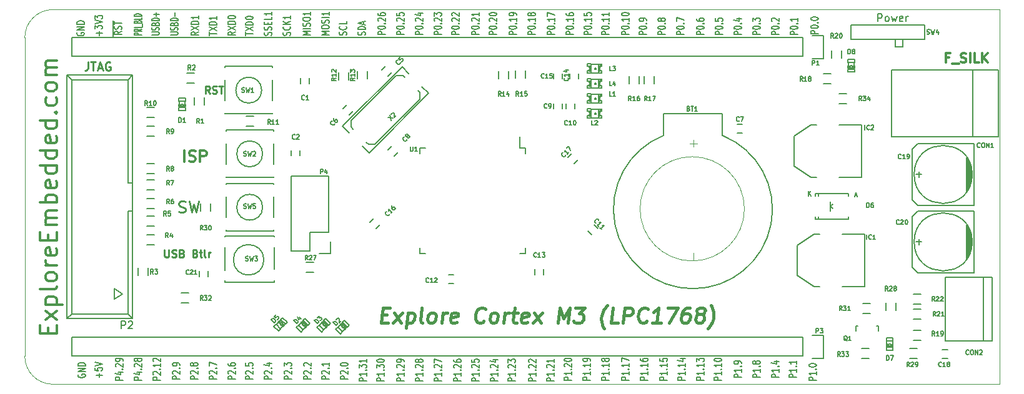
<source format=gto>
G04 #@! TF.FileFunction,Legend,Top*
%FSLAX46Y46*%
G04 Gerber Fmt 4.6, Leading zero omitted, Abs format (unit mm)*
G04 Created by KiCad (PCBNEW (2015-01-16 BZR 5376)-product) date 5/21/2015 9:02:49 PM*
%MOMM*%
G01*
G04 APERTURE LIST*
%ADD10C,0.150000*%
%ADD11C,0.300000*%
%ADD12C,0.100000*%
%ADD13C,0.127000*%
%ADD14C,0.444500*%
%ADD15C,0.285750*%
%ADD16C,0.254000*%
%ADD17C,0.250000*%
%ADD18C,0.190500*%
%ADD19C,0.158750*%
%ADD20C,0.203200*%
%ADD21C,0.101600*%
%ADD22C,0.088900*%
G04 APERTURE END LIST*
D10*
D11*
X214176429Y-87793286D02*
X213753096Y-87793286D01*
X213753096Y-88458524D02*
X213753096Y-87188524D01*
X214357858Y-87188524D01*
X214539286Y-88579476D02*
X215506905Y-88579476D01*
X215748810Y-88398048D02*
X215930238Y-88458524D01*
X216232619Y-88458524D01*
X216353572Y-88398048D01*
X216414048Y-88337571D01*
X216474524Y-88216619D01*
X216474524Y-88095667D01*
X216414048Y-87974714D01*
X216353572Y-87914238D01*
X216232619Y-87853762D01*
X215990715Y-87793286D01*
X215869762Y-87732810D01*
X215809286Y-87672333D01*
X215748810Y-87551381D01*
X215748810Y-87430429D01*
X215809286Y-87309476D01*
X215869762Y-87249000D01*
X215990715Y-87188524D01*
X216293095Y-87188524D01*
X216474524Y-87249000D01*
X217018810Y-88458524D02*
X217018810Y-87188524D01*
X218228334Y-88458524D02*
X217623572Y-88458524D01*
X217623572Y-87188524D01*
X218651667Y-88458524D02*
X218651667Y-87188524D01*
X219377381Y-88458524D02*
X218833096Y-87732810D01*
X219377381Y-87188524D02*
X218651667Y-87914238D01*
D12*
X92710000Y-81280000D02*
X218440000Y-81280000D01*
X92710000Y-132080000D02*
X220980000Y-132080000D01*
X88900000Y-85090000D02*
X88900000Y-128270000D01*
X88900000Y-128270000D02*
G75*
G03X92710000Y-132080000I3810000J0D01*
G01*
X92710000Y-81280000D02*
G75*
G03X88900000Y-85090000I0J-3810000D01*
G01*
D13*
X104726619Y-84727143D02*
X103710619Y-84727143D01*
X103710619Y-84533619D01*
X103759000Y-84485238D01*
X103807381Y-84461047D01*
X103904143Y-84436857D01*
X104049286Y-84436857D01*
X104146048Y-84461047D01*
X104194429Y-84485238D01*
X104242810Y-84533619D01*
X104242810Y-84727143D01*
X104726619Y-83928857D02*
X104242810Y-84098190D01*
X104726619Y-84219143D02*
X103710619Y-84219143D01*
X103710619Y-84025619D01*
X103759000Y-83977238D01*
X103807381Y-83953047D01*
X103904143Y-83928857D01*
X104049286Y-83928857D01*
X104146048Y-83953047D01*
X104194429Y-83977238D01*
X104242810Y-84025619D01*
X104242810Y-84219143D01*
X104726619Y-83711143D02*
X103710619Y-83711143D01*
X104823381Y-83590190D02*
X104823381Y-83203142D01*
X104194429Y-82912856D02*
X104242810Y-82840285D01*
X104291190Y-82816094D01*
X104387952Y-82791904D01*
X104533095Y-82791904D01*
X104629857Y-82816094D01*
X104678238Y-82840285D01*
X104726619Y-82888666D01*
X104726619Y-83082190D01*
X103710619Y-83082190D01*
X103710619Y-82912856D01*
X103759000Y-82864475D01*
X103807381Y-82840285D01*
X103904143Y-82816094D01*
X104000905Y-82816094D01*
X104097667Y-82840285D01*
X104146048Y-82864475D01*
X104194429Y-82912856D01*
X104194429Y-83082190D01*
X104726619Y-82332285D02*
X104726619Y-82574190D01*
X103710619Y-82574190D01*
X104726619Y-82162952D02*
X103710619Y-82162952D01*
X103710619Y-82041999D01*
X103759000Y-81969428D01*
X103855762Y-81921047D01*
X103952524Y-81896856D01*
X104146048Y-81872666D01*
X104291190Y-81872666D01*
X104484714Y-81896856D01*
X104581476Y-81921047D01*
X104678238Y-81969428D01*
X104726619Y-82041999D01*
X104726619Y-82162952D01*
D11*
X92038714Y-125185716D02*
X92038714Y-124423716D01*
X93236143Y-124097145D02*
X93236143Y-125185716D01*
X90950143Y-125185716D01*
X90950143Y-124097145D01*
X93236143Y-123335145D02*
X91712143Y-122137716D01*
X91712143Y-123335145D02*
X93236143Y-122137716D01*
X91712143Y-121266859D02*
X93998143Y-121266859D01*
X91821000Y-121266859D02*
X91712143Y-121049145D01*
X91712143Y-120613716D01*
X91821000Y-120396002D01*
X91929857Y-120287145D01*
X92147571Y-120178288D01*
X92800714Y-120178288D01*
X93018429Y-120287145D01*
X93127286Y-120396002D01*
X93236143Y-120613716D01*
X93236143Y-121049145D01*
X93127286Y-121266859D01*
X93236143Y-118872002D02*
X93127286Y-119089716D01*
X92909571Y-119198573D01*
X90950143Y-119198573D01*
X93236143Y-117674573D02*
X93127286Y-117892287D01*
X93018429Y-118001144D01*
X92800714Y-118110001D01*
X92147571Y-118110001D01*
X91929857Y-118001144D01*
X91821000Y-117892287D01*
X91712143Y-117674573D01*
X91712143Y-117348001D01*
X91821000Y-117130287D01*
X91929857Y-117021430D01*
X92147571Y-116912573D01*
X92800714Y-116912573D01*
X93018429Y-117021430D01*
X93127286Y-117130287D01*
X93236143Y-117348001D01*
X93236143Y-117674573D01*
X93236143Y-115932858D02*
X91712143Y-115932858D01*
X92147571Y-115932858D02*
X91929857Y-115824001D01*
X91821000Y-115715144D01*
X91712143Y-115497430D01*
X91712143Y-115279715D01*
X93127286Y-113646858D02*
X93236143Y-113864572D01*
X93236143Y-114300001D01*
X93127286Y-114517715D01*
X92909571Y-114626572D01*
X92038714Y-114626572D01*
X91821000Y-114517715D01*
X91712143Y-114300001D01*
X91712143Y-113864572D01*
X91821000Y-113646858D01*
X92038714Y-113538001D01*
X92256429Y-113538001D01*
X92474143Y-114626572D01*
X92038714Y-112558286D02*
X92038714Y-111796286D01*
X93236143Y-111469715D02*
X93236143Y-112558286D01*
X90950143Y-112558286D01*
X90950143Y-111469715D01*
X93236143Y-110490000D02*
X91712143Y-110490000D01*
X91929857Y-110490000D02*
X91821000Y-110381143D01*
X91712143Y-110163429D01*
X91712143Y-109836857D01*
X91821000Y-109619143D01*
X92038714Y-109510286D01*
X93236143Y-109510286D01*
X92038714Y-109510286D02*
X91821000Y-109401429D01*
X91712143Y-109183715D01*
X91712143Y-108857143D01*
X91821000Y-108639429D01*
X92038714Y-108530572D01*
X93236143Y-108530572D01*
X93236143Y-107442000D02*
X90950143Y-107442000D01*
X91821000Y-107442000D02*
X91712143Y-107224286D01*
X91712143Y-106788857D01*
X91821000Y-106571143D01*
X91929857Y-106462286D01*
X92147571Y-106353429D01*
X92800714Y-106353429D01*
X93018429Y-106462286D01*
X93127286Y-106571143D01*
X93236143Y-106788857D01*
X93236143Y-107224286D01*
X93127286Y-107442000D01*
X93127286Y-104502857D02*
X93236143Y-104720571D01*
X93236143Y-105156000D01*
X93127286Y-105373714D01*
X92909571Y-105482571D01*
X92038714Y-105482571D01*
X91821000Y-105373714D01*
X91712143Y-105156000D01*
X91712143Y-104720571D01*
X91821000Y-104502857D01*
X92038714Y-104394000D01*
X92256429Y-104394000D01*
X92474143Y-105482571D01*
X93236143Y-102434571D02*
X90950143Y-102434571D01*
X93127286Y-102434571D02*
X93236143Y-102652285D01*
X93236143Y-103087714D01*
X93127286Y-103305428D01*
X93018429Y-103414285D01*
X92800714Y-103523142D01*
X92147571Y-103523142D01*
X91929857Y-103414285D01*
X91821000Y-103305428D01*
X91712143Y-103087714D01*
X91712143Y-102652285D01*
X91821000Y-102434571D01*
X93236143Y-100366285D02*
X90950143Y-100366285D01*
X93127286Y-100366285D02*
X93236143Y-100583999D01*
X93236143Y-101019428D01*
X93127286Y-101237142D01*
X93018429Y-101345999D01*
X92800714Y-101454856D01*
X92147571Y-101454856D01*
X91929857Y-101345999D01*
X91821000Y-101237142D01*
X91712143Y-101019428D01*
X91712143Y-100583999D01*
X91821000Y-100366285D01*
X93127286Y-98406856D02*
X93236143Y-98624570D01*
X93236143Y-99059999D01*
X93127286Y-99277713D01*
X92909571Y-99386570D01*
X92038714Y-99386570D01*
X91821000Y-99277713D01*
X91712143Y-99059999D01*
X91712143Y-98624570D01*
X91821000Y-98406856D01*
X92038714Y-98297999D01*
X92256429Y-98297999D01*
X92474143Y-99386570D01*
X93236143Y-96338570D02*
X90950143Y-96338570D01*
X93127286Y-96338570D02*
X93236143Y-96556284D01*
X93236143Y-96991713D01*
X93127286Y-97209427D01*
X93018429Y-97318284D01*
X92800714Y-97427141D01*
X92147571Y-97427141D01*
X91929857Y-97318284D01*
X91821000Y-97209427D01*
X91712143Y-96991713D01*
X91712143Y-96556284D01*
X91821000Y-96338570D01*
X93018429Y-95249998D02*
X93127286Y-95141141D01*
X93236143Y-95249998D01*
X93127286Y-95358855D01*
X93018429Y-95249998D01*
X93236143Y-95249998D01*
X93127286Y-93181713D02*
X93236143Y-93399427D01*
X93236143Y-93834856D01*
X93127286Y-94052570D01*
X93018429Y-94161427D01*
X92800714Y-94270284D01*
X92147571Y-94270284D01*
X91929857Y-94161427D01*
X91821000Y-94052570D01*
X91712143Y-93834856D01*
X91712143Y-93399427D01*
X91821000Y-93181713D01*
X93236143Y-91875427D02*
X93127286Y-92093141D01*
X93018429Y-92201998D01*
X92800714Y-92310855D01*
X92147571Y-92310855D01*
X91929857Y-92201998D01*
X91821000Y-92093141D01*
X91712143Y-91875427D01*
X91712143Y-91548855D01*
X91821000Y-91331141D01*
X91929857Y-91222284D01*
X92147571Y-91113427D01*
X92800714Y-91113427D01*
X93018429Y-91222284D01*
X93127286Y-91331141D01*
X93236143Y-91548855D01*
X93236143Y-91875427D01*
X93236143Y-90133712D02*
X91712143Y-90133712D01*
X91929857Y-90133712D02*
X91821000Y-90024855D01*
X91712143Y-89807141D01*
X91712143Y-89480569D01*
X91821000Y-89262855D01*
X92038714Y-89153998D01*
X93236143Y-89153998D01*
X92038714Y-89153998D02*
X91821000Y-89045141D01*
X91712143Y-88827427D01*
X91712143Y-88500855D01*
X91821000Y-88283141D01*
X92038714Y-88174284D01*
X93236143Y-88174284D01*
D14*
X137287002Y-122663857D02*
X137964335Y-122663857D01*
X138121573Y-123728238D02*
X137153954Y-123728238D01*
X137407954Y-121696238D01*
X138375573Y-121696238D01*
X138798906Y-123728238D02*
X140032621Y-122373571D01*
X138968240Y-122373571D02*
X139863287Y-123728238D01*
X140806716Y-122373571D02*
X140552716Y-124405571D01*
X140794620Y-122470333D02*
X141000239Y-122373571D01*
X141387287Y-122373571D01*
X141568715Y-122470333D01*
X141653382Y-122567095D01*
X141725954Y-122760619D01*
X141653382Y-123341190D01*
X141532430Y-123534714D01*
X141423573Y-123631476D01*
X141217953Y-123728238D01*
X140830905Y-123728238D01*
X140649478Y-123631476D01*
X142766143Y-123728238D02*
X142584715Y-123631476D01*
X142512144Y-123437952D01*
X142729858Y-121696238D01*
X143830524Y-123728238D02*
X143649096Y-123631476D01*
X143564430Y-123534714D01*
X143491858Y-123341190D01*
X143564430Y-122760619D01*
X143685382Y-122567095D01*
X143794238Y-122470333D01*
X143999858Y-122373571D01*
X144290144Y-122373571D01*
X144471572Y-122470333D01*
X144556239Y-122567095D01*
X144628811Y-122760619D01*
X144556239Y-123341190D01*
X144435287Y-123534714D01*
X144326430Y-123631476D01*
X144120810Y-123728238D01*
X143830524Y-123728238D01*
X145378715Y-123728238D02*
X145548049Y-122373571D01*
X145499668Y-122760619D02*
X145620619Y-122567095D01*
X145729476Y-122470333D01*
X145935096Y-122373571D01*
X146128620Y-122373571D01*
X147422811Y-123631476D02*
X147217191Y-123728238D01*
X146830143Y-123728238D01*
X146648716Y-123631476D01*
X146576144Y-123437952D01*
X146672906Y-122663857D01*
X146793858Y-122470333D01*
X146999477Y-122373571D01*
X147386525Y-122373571D01*
X147567953Y-122470333D01*
X147640525Y-122663857D01*
X147616334Y-122857381D01*
X146624525Y-123050905D01*
X151111857Y-123534714D02*
X151003000Y-123631476D01*
X150700619Y-123728238D01*
X150507095Y-123728238D01*
X150228905Y-123631476D01*
X150059571Y-123437952D01*
X149987000Y-123244429D01*
X149938619Y-122857381D01*
X149974905Y-122567095D01*
X150120048Y-122180048D01*
X150241000Y-121986524D01*
X150458714Y-121793000D01*
X150761095Y-121696238D01*
X150954619Y-121696238D01*
X151232809Y-121793000D01*
X151317476Y-121889762D01*
X152248809Y-123728238D02*
X152067381Y-123631476D01*
X151982715Y-123534714D01*
X151910143Y-123341190D01*
X151982715Y-122760619D01*
X152103667Y-122567095D01*
X152212523Y-122470333D01*
X152418143Y-122373571D01*
X152708429Y-122373571D01*
X152889857Y-122470333D01*
X152974524Y-122567095D01*
X153047096Y-122760619D01*
X152974524Y-123341190D01*
X152853572Y-123534714D01*
X152744715Y-123631476D01*
X152539095Y-123728238D01*
X152248809Y-123728238D01*
X153797000Y-123728238D02*
X153966334Y-122373571D01*
X153917953Y-122760619D02*
X154038904Y-122567095D01*
X154147761Y-122470333D01*
X154353381Y-122373571D01*
X154546905Y-122373571D01*
X154933953Y-122373571D02*
X155708048Y-122373571D01*
X155308905Y-121696238D02*
X155091191Y-123437952D01*
X155163762Y-123631476D01*
X155345190Y-123728238D01*
X155538714Y-123728238D01*
X157002239Y-123631476D02*
X156796619Y-123728238D01*
X156409571Y-123728238D01*
X156228144Y-123631476D01*
X156155572Y-123437952D01*
X156252334Y-122663857D01*
X156373286Y-122470333D01*
X156578905Y-122373571D01*
X156965953Y-122373571D01*
X157147381Y-122470333D01*
X157219953Y-122663857D01*
X157195762Y-122857381D01*
X156203953Y-123050905D01*
X157764238Y-123728238D02*
X158997953Y-122373571D01*
X157933572Y-122373571D02*
X158828619Y-123728238D01*
X161150904Y-123728238D02*
X161404904Y-121696238D01*
X161900809Y-123147667D01*
X162759570Y-121696238D01*
X162505570Y-123728238D01*
X163533666Y-121696238D02*
X164791570Y-121696238D01*
X164017475Y-122470333D01*
X164307761Y-122470333D01*
X164489190Y-122567095D01*
X164573857Y-122663857D01*
X164646427Y-122857381D01*
X164585951Y-123341190D01*
X164465000Y-123534714D01*
X164356143Y-123631476D01*
X164150523Y-123728238D01*
X163569951Y-123728238D01*
X163388524Y-123631476D01*
X163303857Y-123534714D01*
X167440427Y-124502333D02*
X167355761Y-124405571D01*
X167198522Y-124115286D01*
X167125951Y-123921762D01*
X167065475Y-123631476D01*
X167029190Y-123147667D01*
X167077571Y-122760619D01*
X167234808Y-122276810D01*
X167367856Y-121986524D01*
X167488808Y-121793000D01*
X167718618Y-121502714D01*
X167827475Y-121405952D01*
X169278904Y-123728238D02*
X168311285Y-123728238D01*
X168565285Y-121696238D01*
X169956237Y-123728238D02*
X170210237Y-121696238D01*
X170984332Y-121696238D01*
X171165761Y-121793000D01*
X171250427Y-121889762D01*
X171322998Y-122083286D01*
X171286713Y-122373571D01*
X171165760Y-122567095D01*
X171056904Y-122663857D01*
X170851285Y-122760619D01*
X170077190Y-122760619D01*
X173173570Y-123534714D02*
X173064713Y-123631476D01*
X172762332Y-123728238D01*
X172568808Y-123728238D01*
X172290618Y-123631476D01*
X172121284Y-123437952D01*
X172048713Y-123244429D01*
X172000332Y-122857381D01*
X172036618Y-122567095D01*
X172181761Y-122180048D01*
X172302713Y-121986524D01*
X172520427Y-121793000D01*
X172822808Y-121696238D01*
X173016332Y-121696238D01*
X173294522Y-121793000D01*
X173379189Y-121889762D01*
X175084617Y-123728238D02*
X173923475Y-123728238D01*
X174504046Y-123728238D02*
X174758046Y-121696238D01*
X174528237Y-121986524D01*
X174310522Y-122180048D01*
X174104904Y-122276810D01*
X176015951Y-121696238D02*
X177370617Y-121696238D01*
X176245760Y-123728238D01*
X179015570Y-121696238D02*
X178628522Y-121696238D01*
X178422903Y-121793000D01*
X178314046Y-121889762D01*
X178084237Y-122180048D01*
X177939094Y-122567095D01*
X177842332Y-123341190D01*
X177914904Y-123534714D01*
X177999570Y-123631476D01*
X178180998Y-123728238D01*
X178568046Y-123728238D01*
X178773666Y-123631476D01*
X178882523Y-123534714D01*
X179003474Y-123341190D01*
X179063950Y-122857381D01*
X178991380Y-122663857D01*
X178906713Y-122567095D01*
X178725284Y-122470333D01*
X178338236Y-122470333D01*
X178132617Y-122567095D01*
X178023761Y-122663857D01*
X177902808Y-122857381D01*
X180261379Y-122567095D02*
X180079950Y-122470333D01*
X179995285Y-122373571D01*
X179922713Y-122180048D01*
X179934808Y-122083286D01*
X180055761Y-121889762D01*
X180164617Y-121793000D01*
X180370236Y-121696238D01*
X180757284Y-121696238D01*
X180938713Y-121793000D01*
X181023380Y-121889762D01*
X181095950Y-122083286D01*
X181083855Y-122180048D01*
X180962904Y-122373571D01*
X180854046Y-122470333D01*
X180648427Y-122567095D01*
X180261379Y-122567095D01*
X180055760Y-122663857D01*
X179946904Y-122760619D01*
X179825951Y-122954143D01*
X179777570Y-123341190D01*
X179850142Y-123534714D01*
X179934808Y-123631476D01*
X180116236Y-123728238D01*
X180503284Y-123728238D01*
X180708904Y-123631476D01*
X180817761Y-123534714D01*
X180938712Y-123341190D01*
X180987093Y-122954143D01*
X180914523Y-122760619D01*
X180829856Y-122663857D01*
X180648427Y-122567095D01*
X181470903Y-124502333D02*
X181579761Y-124405571D01*
X181809569Y-124115286D01*
X181930522Y-123921762D01*
X182063570Y-123631476D01*
X182220808Y-123147667D01*
X182269189Y-122760619D01*
X182232903Y-122276810D01*
X182172427Y-121986524D01*
X182099855Y-121793000D01*
X181942618Y-121502714D01*
X181857951Y-121405952D01*
D15*
X97472500Y-88401071D02*
X97472500Y-89217500D01*
X97418072Y-89380786D01*
X97309215Y-89489643D01*
X97145929Y-89544071D01*
X97037072Y-89544071D01*
X97853500Y-88401071D02*
X98506643Y-88401071D01*
X98180072Y-89544071D02*
X98180072Y-88401071D01*
X98833214Y-89217500D02*
X99377500Y-89217500D01*
X98724357Y-89544071D02*
X99105357Y-88401071D01*
X99486357Y-89544071D01*
X100466071Y-88455500D02*
X100357214Y-88401071D01*
X100193928Y-88401071D01*
X100030643Y-88455500D01*
X99921785Y-88564357D01*
X99867357Y-88673214D01*
X99812928Y-88890929D01*
X99812928Y-89054214D01*
X99867357Y-89271929D01*
X99921785Y-89380786D01*
X100030643Y-89489643D01*
X100193928Y-89544071D01*
X100302785Y-89544071D01*
X100466071Y-89489643D01*
X100520500Y-89435214D01*
X100520500Y-89054214D01*
X100302785Y-89054214D01*
D16*
X109793715Y-108716857D02*
X110011429Y-108789429D01*
X110374286Y-108789429D01*
X110519429Y-108716857D01*
X110592000Y-108644286D01*
X110664572Y-108499143D01*
X110664572Y-108354000D01*
X110592000Y-108208857D01*
X110519429Y-108136286D01*
X110374286Y-108063714D01*
X110084000Y-107991143D01*
X109938858Y-107918571D01*
X109866286Y-107846000D01*
X109793715Y-107700857D01*
X109793715Y-107555714D01*
X109866286Y-107410571D01*
X109938858Y-107338000D01*
X110084000Y-107265429D01*
X110446858Y-107265429D01*
X110664572Y-107338000D01*
X111172572Y-107265429D02*
X111535429Y-108789429D01*
X111825715Y-107700857D01*
X112116001Y-108789429D01*
X112478858Y-107265429D01*
X107852001Y-113843619D02*
X107852001Y-114666095D01*
X107900382Y-114762857D01*
X107948763Y-114811238D01*
X108045525Y-114859619D01*
X108239048Y-114859619D01*
X108335810Y-114811238D01*
X108384191Y-114762857D01*
X108432572Y-114666095D01*
X108432572Y-113843619D01*
X108868001Y-114811238D02*
X109013144Y-114859619D01*
X109255048Y-114859619D01*
X109351810Y-114811238D01*
X109400191Y-114762857D01*
X109448572Y-114666095D01*
X109448572Y-114569333D01*
X109400191Y-114472571D01*
X109351810Y-114424190D01*
X109255048Y-114375810D01*
X109061525Y-114327429D01*
X108964763Y-114279048D01*
X108916382Y-114230667D01*
X108868001Y-114133905D01*
X108868001Y-114037143D01*
X108916382Y-113940381D01*
X108964763Y-113892000D01*
X109061525Y-113843619D01*
X109303429Y-113843619D01*
X109448572Y-113892000D01*
X110222667Y-114327429D02*
X110367810Y-114375810D01*
X110416191Y-114424190D01*
X110464572Y-114520952D01*
X110464572Y-114666095D01*
X110416191Y-114762857D01*
X110367810Y-114811238D01*
X110271048Y-114859619D01*
X109884001Y-114859619D01*
X109884001Y-113843619D01*
X110222667Y-113843619D01*
X110319429Y-113892000D01*
X110367810Y-113940381D01*
X110416191Y-114037143D01*
X110416191Y-114133905D01*
X110367810Y-114230667D01*
X110319429Y-114279048D01*
X110222667Y-114327429D01*
X109884001Y-114327429D01*
X112012762Y-114327429D02*
X112157905Y-114375810D01*
X112206286Y-114424190D01*
X112254667Y-114520952D01*
X112254667Y-114666095D01*
X112206286Y-114762857D01*
X112157905Y-114811238D01*
X112061143Y-114859619D01*
X111674096Y-114859619D01*
X111674096Y-113843619D01*
X112012762Y-113843619D01*
X112109524Y-113892000D01*
X112157905Y-113940381D01*
X112206286Y-114037143D01*
X112206286Y-114133905D01*
X112157905Y-114230667D01*
X112109524Y-114279048D01*
X112012762Y-114327429D01*
X111674096Y-114327429D01*
X112544953Y-114182286D02*
X112932001Y-114182286D01*
X112690096Y-113843619D02*
X112690096Y-114714476D01*
X112738477Y-114811238D01*
X112835239Y-114859619D01*
X112932001Y-114859619D01*
X113415810Y-114859619D02*
X113319048Y-114811238D01*
X113270667Y-114714476D01*
X113270667Y-113843619D01*
X113802857Y-114859619D02*
X113802857Y-114182286D01*
X113802857Y-114375810D02*
X113851238Y-114279048D01*
X113899619Y-114230667D01*
X113996381Y-114182286D01*
X114093142Y-114182286D01*
D11*
X110535715Y-101878571D02*
X110535715Y-100378571D01*
X111178572Y-101807143D02*
X111392858Y-101878571D01*
X111750001Y-101878571D01*
X111892858Y-101807143D01*
X111964287Y-101735714D01*
X112035715Y-101592857D01*
X112035715Y-101450000D01*
X111964287Y-101307143D01*
X111892858Y-101235714D01*
X111750001Y-101164286D01*
X111464287Y-101092857D01*
X111321429Y-101021429D01*
X111250001Y-100950000D01*
X111178572Y-100807143D01*
X111178572Y-100664286D01*
X111250001Y-100521429D01*
X111321429Y-100450000D01*
X111464287Y-100378571D01*
X111821429Y-100378571D01*
X112035715Y-100450000D01*
X112678572Y-101878571D02*
X112678572Y-100378571D01*
X113250000Y-100378571D01*
X113392858Y-100450000D01*
X113464286Y-100521429D01*
X113535715Y-100664286D01*
X113535715Y-100878571D01*
X113464286Y-101021429D01*
X113392858Y-101092857D01*
X113250000Y-101164286D01*
X112678572Y-101164286D01*
D17*
X113952381Y-92652381D02*
X113619047Y-92176190D01*
X113380952Y-92652381D02*
X113380952Y-91652381D01*
X113761905Y-91652381D01*
X113857143Y-91700000D01*
X113904762Y-91747619D01*
X113952381Y-91842857D01*
X113952381Y-91985714D01*
X113904762Y-92080952D01*
X113857143Y-92128571D01*
X113761905Y-92176190D01*
X113380952Y-92176190D01*
X114333333Y-92604762D02*
X114476190Y-92652381D01*
X114714286Y-92652381D01*
X114809524Y-92604762D01*
X114857143Y-92557143D01*
X114904762Y-92461905D01*
X114904762Y-92366667D01*
X114857143Y-92271429D01*
X114809524Y-92223810D01*
X114714286Y-92176190D01*
X114523809Y-92128571D01*
X114428571Y-92080952D01*
X114380952Y-92033333D01*
X114333333Y-91938095D01*
X114333333Y-91842857D01*
X114380952Y-91747619D01*
X114428571Y-91700000D01*
X114523809Y-91652381D01*
X114761905Y-91652381D01*
X114904762Y-91700000D01*
X115190476Y-91652381D02*
X115761905Y-91652381D01*
X115476190Y-92652381D02*
X115476190Y-91652381D01*
D18*
X99005571Y-84781571D02*
X99005571Y-84201000D01*
X99392619Y-84491286D02*
X98618524Y-84491286D01*
X98376619Y-83910714D02*
X98376619Y-83439000D01*
X98763667Y-83693000D01*
X98763667Y-83584142D01*
X98812048Y-83511571D01*
X98860429Y-83475285D01*
X98957190Y-83439000D01*
X99199095Y-83439000D01*
X99295857Y-83475285D01*
X99344238Y-83511571D01*
X99392619Y-83584142D01*
X99392619Y-83801857D01*
X99344238Y-83874428D01*
X99295857Y-83910714D01*
X98376619Y-83221286D02*
X99392619Y-82967286D01*
X98376619Y-82713286D01*
X98376619Y-82531857D02*
X98376619Y-82060143D01*
X98763667Y-82314143D01*
X98763667Y-82205285D01*
X98812048Y-82132714D01*
X98860429Y-82096428D01*
X98957190Y-82060143D01*
X99199095Y-82060143D01*
X99295857Y-82096428D01*
X99344238Y-82132714D01*
X99392619Y-82205285D01*
X99392619Y-82423000D01*
X99344238Y-82495571D01*
X99295857Y-82531857D01*
D19*
X106123619Y-84696905D02*
X106946095Y-84696905D01*
X107042857Y-84666666D01*
X107091238Y-84636428D01*
X107139619Y-84575952D01*
X107139619Y-84455000D01*
X107091238Y-84394524D01*
X107042857Y-84364285D01*
X106946095Y-84334047D01*
X106123619Y-84334047D01*
X107091238Y-84061905D02*
X107139619Y-83971190D01*
X107139619Y-83820000D01*
X107091238Y-83759524D01*
X107042857Y-83729286D01*
X106946095Y-83699047D01*
X106849333Y-83699047D01*
X106752571Y-83729286D01*
X106704190Y-83759524D01*
X106655810Y-83820000D01*
X106607429Y-83940952D01*
X106559048Y-84001428D01*
X106510667Y-84031667D01*
X106413905Y-84061905D01*
X106317143Y-84061905D01*
X106220381Y-84031667D01*
X106172000Y-84001428D01*
X106123619Y-83940952D01*
X106123619Y-83789762D01*
X106172000Y-83699047D01*
X106607429Y-83215238D02*
X106655810Y-83124524D01*
X106704190Y-83094285D01*
X106800952Y-83064047D01*
X106946095Y-83064047D01*
X107042857Y-83094285D01*
X107091238Y-83124524D01*
X107139619Y-83185000D01*
X107139619Y-83426905D01*
X106123619Y-83426905D01*
X106123619Y-83215238D01*
X106172000Y-83154762D01*
X106220381Y-83124524D01*
X106317143Y-83094285D01*
X106413905Y-83094285D01*
X106510667Y-83124524D01*
X106559048Y-83154762D01*
X106607429Y-83215238D01*
X106607429Y-83426905D01*
X107139619Y-82791905D02*
X106123619Y-82791905D01*
X106123619Y-82640714D01*
X106172000Y-82550000D01*
X106268762Y-82489524D01*
X106365524Y-82459285D01*
X106559048Y-82429047D01*
X106704190Y-82429047D01*
X106897714Y-82459285D01*
X106994476Y-82489524D01*
X107091238Y-82550000D01*
X107139619Y-82640714D01*
X107139619Y-82791905D01*
X106752571Y-82156905D02*
X106752571Y-81673095D01*
X107139619Y-81915000D02*
X106365524Y-81915000D01*
X108663619Y-84696905D02*
X109486095Y-84696905D01*
X109582857Y-84666666D01*
X109631238Y-84636428D01*
X109679619Y-84575952D01*
X109679619Y-84455000D01*
X109631238Y-84394524D01*
X109582857Y-84364285D01*
X109486095Y-84334047D01*
X108663619Y-84334047D01*
X109631238Y-84061905D02*
X109679619Y-83971190D01*
X109679619Y-83820000D01*
X109631238Y-83759524D01*
X109582857Y-83729286D01*
X109486095Y-83699047D01*
X109389333Y-83699047D01*
X109292571Y-83729286D01*
X109244190Y-83759524D01*
X109195810Y-83820000D01*
X109147429Y-83940952D01*
X109099048Y-84001428D01*
X109050667Y-84031667D01*
X108953905Y-84061905D01*
X108857143Y-84061905D01*
X108760381Y-84031667D01*
X108712000Y-84001428D01*
X108663619Y-83940952D01*
X108663619Y-83789762D01*
X108712000Y-83699047D01*
X109147429Y-83215238D02*
X109195810Y-83124524D01*
X109244190Y-83094285D01*
X109340952Y-83064047D01*
X109486095Y-83064047D01*
X109582857Y-83094285D01*
X109631238Y-83124524D01*
X109679619Y-83185000D01*
X109679619Y-83426905D01*
X108663619Y-83426905D01*
X108663619Y-83215238D01*
X108712000Y-83154762D01*
X108760381Y-83124524D01*
X108857143Y-83094285D01*
X108953905Y-83094285D01*
X109050667Y-83124524D01*
X109099048Y-83154762D01*
X109147429Y-83215238D01*
X109147429Y-83426905D01*
X109679619Y-82791905D02*
X108663619Y-82791905D01*
X108663619Y-82640714D01*
X108712000Y-82550000D01*
X108808762Y-82489524D01*
X108905524Y-82459285D01*
X109099048Y-82429047D01*
X109244190Y-82429047D01*
X109437714Y-82459285D01*
X109534476Y-82489524D01*
X109631238Y-82550000D01*
X109679619Y-82640714D01*
X109679619Y-82791905D01*
X109292571Y-82156905D02*
X109292571Y-81673095D01*
D18*
X102059619Y-84237285D02*
X101575810Y-84491285D01*
X102059619Y-84672713D02*
X101043619Y-84672713D01*
X101043619Y-84382428D01*
X101092000Y-84309856D01*
X101140381Y-84273571D01*
X101237143Y-84237285D01*
X101382286Y-84237285D01*
X101479048Y-84273571D01*
X101527429Y-84309856D01*
X101575810Y-84382428D01*
X101575810Y-84672713D01*
X102011238Y-83946999D02*
X102059619Y-83838142D01*
X102059619Y-83656713D01*
X102011238Y-83584142D01*
X101962857Y-83547856D01*
X101866095Y-83511571D01*
X101769333Y-83511571D01*
X101672571Y-83547856D01*
X101624190Y-83584142D01*
X101575810Y-83656713D01*
X101527429Y-83801856D01*
X101479048Y-83874428D01*
X101430667Y-83910713D01*
X101333905Y-83946999D01*
X101237143Y-83946999D01*
X101140381Y-83910713D01*
X101092000Y-83874428D01*
X101043619Y-83801856D01*
X101043619Y-83620428D01*
X101092000Y-83511571D01*
X101043619Y-83293857D02*
X101043619Y-82858428D01*
X102059619Y-83076142D02*
X101043619Y-83076142D01*
X100868480Y-84854142D02*
X100868480Y-82785857D01*
X96012000Y-84400572D02*
X95963619Y-84473143D01*
X95963619Y-84582000D01*
X96012000Y-84690857D01*
X96108762Y-84763429D01*
X96205524Y-84799714D01*
X96399048Y-84836000D01*
X96544190Y-84836000D01*
X96737714Y-84799714D01*
X96834476Y-84763429D01*
X96931238Y-84690857D01*
X96979619Y-84582000D01*
X96979619Y-84509429D01*
X96931238Y-84400572D01*
X96882857Y-84364286D01*
X96544190Y-84364286D01*
X96544190Y-84509429D01*
X96979619Y-84037714D02*
X95963619Y-84037714D01*
X96979619Y-83602286D01*
X95963619Y-83602286D01*
X96979619Y-83239428D02*
X95963619Y-83239428D01*
X95963619Y-83058000D01*
X96012000Y-82949143D01*
X96108762Y-82876571D01*
X96205524Y-82840286D01*
X96399048Y-82804000D01*
X96544190Y-82804000D01*
X96737714Y-82840286D01*
X96834476Y-82876571D01*
X96931238Y-82949143D01*
X96979619Y-83058000D01*
X96979619Y-83239428D01*
X112473619Y-84309857D02*
X111989810Y-84563857D01*
X112473619Y-84745285D02*
X111457619Y-84745285D01*
X111457619Y-84455000D01*
X111506000Y-84382428D01*
X111554381Y-84346143D01*
X111651143Y-84309857D01*
X111796286Y-84309857D01*
X111893048Y-84346143D01*
X111941429Y-84382428D01*
X111989810Y-84455000D01*
X111989810Y-84745285D01*
X111457619Y-84055857D02*
X112473619Y-83547857D01*
X111457619Y-83547857D02*
X112473619Y-84055857D01*
X112473619Y-83257571D02*
X111457619Y-83257571D01*
X111457619Y-83076143D01*
X111506000Y-82967286D01*
X111602762Y-82894714D01*
X111699524Y-82858429D01*
X111893048Y-82822143D01*
X112038190Y-82822143D01*
X112231714Y-82858429D01*
X112328476Y-82894714D01*
X112425238Y-82967286D01*
X112473619Y-83076143D01*
X112473619Y-83257571D01*
X112473619Y-82096429D02*
X112473619Y-82531857D01*
X112473619Y-82314143D02*
X111457619Y-82314143D01*
X111602762Y-82386714D01*
X111699524Y-82459286D01*
X111747905Y-82531857D01*
X113870619Y-84763428D02*
X113870619Y-84327999D01*
X114886619Y-84545713D02*
X113870619Y-84545713D01*
X113870619Y-84146571D02*
X114886619Y-83638571D01*
X113870619Y-83638571D02*
X114886619Y-84146571D01*
X114886619Y-83348285D02*
X113870619Y-83348285D01*
X113870619Y-83166857D01*
X113919000Y-83058000D01*
X114015762Y-82985428D01*
X114112524Y-82949143D01*
X114306048Y-82912857D01*
X114451190Y-82912857D01*
X114644714Y-82949143D01*
X114741476Y-82985428D01*
X114838238Y-83058000D01*
X114886619Y-83166857D01*
X114886619Y-83348285D01*
X114886619Y-82187143D02*
X114886619Y-82622571D01*
X114886619Y-82404857D02*
X113870619Y-82404857D01*
X114015762Y-82477428D01*
X114112524Y-82550000D01*
X114160905Y-82622571D01*
X117426619Y-84309857D02*
X116942810Y-84563857D01*
X117426619Y-84745285D02*
X116410619Y-84745285D01*
X116410619Y-84455000D01*
X116459000Y-84382428D01*
X116507381Y-84346143D01*
X116604143Y-84309857D01*
X116749286Y-84309857D01*
X116846048Y-84346143D01*
X116894429Y-84382428D01*
X116942810Y-84455000D01*
X116942810Y-84745285D01*
X116410619Y-84055857D02*
X117426619Y-83547857D01*
X116410619Y-83547857D02*
X117426619Y-84055857D01*
X117426619Y-83257571D02*
X116410619Y-83257571D01*
X116410619Y-83076143D01*
X116459000Y-82967286D01*
X116555762Y-82894714D01*
X116652524Y-82858429D01*
X116846048Y-82822143D01*
X116991190Y-82822143D01*
X117184714Y-82858429D01*
X117281476Y-82894714D01*
X117378238Y-82967286D01*
X117426619Y-83076143D01*
X117426619Y-83257571D01*
X116410619Y-82350429D02*
X116410619Y-82277857D01*
X116459000Y-82205286D01*
X116507381Y-82169000D01*
X116604143Y-82132714D01*
X116797667Y-82096429D01*
X117039571Y-82096429D01*
X117233095Y-82132714D01*
X117329857Y-82169000D01*
X117378238Y-82205286D01*
X117426619Y-82277857D01*
X117426619Y-82350429D01*
X117378238Y-82423000D01*
X117329857Y-82459286D01*
X117233095Y-82495571D01*
X117039571Y-82531857D01*
X116797667Y-82531857D01*
X116604143Y-82495571D01*
X116507381Y-82459286D01*
X116459000Y-82423000D01*
X116410619Y-82350429D01*
X118823619Y-84763428D02*
X118823619Y-84327999D01*
X119839619Y-84545713D02*
X118823619Y-84545713D01*
X118823619Y-84146571D02*
X119839619Y-83638571D01*
X118823619Y-83638571D02*
X119839619Y-84146571D01*
X119839619Y-83348285D02*
X118823619Y-83348285D01*
X118823619Y-83166857D01*
X118872000Y-83058000D01*
X118968762Y-82985428D01*
X119065524Y-82949143D01*
X119259048Y-82912857D01*
X119404190Y-82912857D01*
X119597714Y-82949143D01*
X119694476Y-82985428D01*
X119791238Y-83058000D01*
X119839619Y-83166857D01*
X119839619Y-83348285D01*
X118823619Y-82441143D02*
X118823619Y-82368571D01*
X118872000Y-82296000D01*
X118920381Y-82259714D01*
X119017143Y-82223428D01*
X119210667Y-82187143D01*
X119452571Y-82187143D01*
X119646095Y-82223428D01*
X119742857Y-82259714D01*
X119791238Y-82296000D01*
X119839619Y-82368571D01*
X119839619Y-82441143D01*
X119791238Y-82513714D01*
X119742857Y-82550000D01*
X119646095Y-82586285D01*
X119452571Y-82622571D01*
X119210667Y-82622571D01*
X119017143Y-82586285D01*
X118920381Y-82550000D01*
X118872000Y-82513714D01*
X118823619Y-82441143D01*
X122331238Y-84781571D02*
X122379619Y-84672714D01*
X122379619Y-84491285D01*
X122331238Y-84418714D01*
X122282857Y-84382428D01*
X122186095Y-84346143D01*
X122089333Y-84346143D01*
X121992571Y-84382428D01*
X121944190Y-84418714D01*
X121895810Y-84491285D01*
X121847429Y-84636428D01*
X121799048Y-84709000D01*
X121750667Y-84745285D01*
X121653905Y-84781571D01*
X121557143Y-84781571D01*
X121460381Y-84745285D01*
X121412000Y-84709000D01*
X121363619Y-84636428D01*
X121363619Y-84455000D01*
X121412000Y-84346143D01*
X122331238Y-84055857D02*
X122379619Y-83947000D01*
X122379619Y-83765571D01*
X122331238Y-83693000D01*
X122282857Y-83656714D01*
X122186095Y-83620429D01*
X122089333Y-83620429D01*
X121992571Y-83656714D01*
X121944190Y-83693000D01*
X121895810Y-83765571D01*
X121847429Y-83910714D01*
X121799048Y-83983286D01*
X121750667Y-84019571D01*
X121653905Y-84055857D01*
X121557143Y-84055857D01*
X121460381Y-84019571D01*
X121412000Y-83983286D01*
X121363619Y-83910714D01*
X121363619Y-83729286D01*
X121412000Y-83620429D01*
X121847429Y-83293857D02*
X121847429Y-83039857D01*
X122379619Y-82931000D02*
X122379619Y-83293857D01*
X121363619Y-83293857D01*
X121363619Y-82931000D01*
X122379619Y-82241571D02*
X122379619Y-82604428D01*
X121363619Y-82604428D01*
X122379619Y-81588429D02*
X122379619Y-82023857D01*
X122379619Y-81806143D02*
X121363619Y-81806143D01*
X121508762Y-81878714D01*
X121605524Y-81951286D01*
X121653905Y-82023857D01*
X124871238Y-84781571D02*
X124919619Y-84672714D01*
X124919619Y-84491285D01*
X124871238Y-84418714D01*
X124822857Y-84382428D01*
X124726095Y-84346143D01*
X124629333Y-84346143D01*
X124532571Y-84382428D01*
X124484190Y-84418714D01*
X124435810Y-84491285D01*
X124387429Y-84636428D01*
X124339048Y-84709000D01*
X124290667Y-84745285D01*
X124193905Y-84781571D01*
X124097143Y-84781571D01*
X124000381Y-84745285D01*
X123952000Y-84709000D01*
X123903619Y-84636428D01*
X123903619Y-84455000D01*
X123952000Y-84346143D01*
X124822857Y-83584143D02*
X124871238Y-83620429D01*
X124919619Y-83729286D01*
X124919619Y-83801857D01*
X124871238Y-83910714D01*
X124774476Y-83983286D01*
X124677714Y-84019571D01*
X124484190Y-84055857D01*
X124339048Y-84055857D01*
X124145524Y-84019571D01*
X124048762Y-83983286D01*
X123952000Y-83910714D01*
X123903619Y-83801857D01*
X123903619Y-83729286D01*
X123952000Y-83620429D01*
X124000381Y-83584143D01*
X124919619Y-83257571D02*
X123903619Y-83257571D01*
X124919619Y-82822143D02*
X124339048Y-83148714D01*
X123903619Y-82822143D02*
X124484190Y-83257571D01*
X124919619Y-82096429D02*
X124919619Y-82531857D01*
X124919619Y-82314143D02*
X123903619Y-82314143D01*
X124048762Y-82386714D01*
X124145524Y-82459286D01*
X124193905Y-82531857D01*
X127586619Y-84745285D02*
X126570619Y-84745285D01*
X127296333Y-84491285D01*
X126570619Y-84237285D01*
X127586619Y-84237285D01*
X127586619Y-83874428D02*
X126570619Y-83874428D01*
X127538238Y-83547857D02*
X127586619Y-83439000D01*
X127586619Y-83257571D01*
X127538238Y-83185000D01*
X127489857Y-83148714D01*
X127393095Y-83112429D01*
X127296333Y-83112429D01*
X127199571Y-83148714D01*
X127151190Y-83185000D01*
X127102810Y-83257571D01*
X127054429Y-83402714D01*
X127006048Y-83475286D01*
X126957667Y-83511571D01*
X126860905Y-83547857D01*
X126764143Y-83547857D01*
X126667381Y-83511571D01*
X126619000Y-83475286D01*
X126570619Y-83402714D01*
X126570619Y-83221286D01*
X126619000Y-83112429D01*
X126570619Y-82640715D02*
X126570619Y-82495572D01*
X126619000Y-82423000D01*
X126715762Y-82350429D01*
X126909286Y-82314143D01*
X127247952Y-82314143D01*
X127441476Y-82350429D01*
X127538238Y-82423000D01*
X127586619Y-82495572D01*
X127586619Y-82640715D01*
X127538238Y-82713286D01*
X127441476Y-82785857D01*
X127247952Y-82822143D01*
X126909286Y-82822143D01*
X126715762Y-82785857D01*
X126619000Y-82713286D01*
X126570619Y-82640715D01*
X127586619Y-81588429D02*
X127586619Y-82023857D01*
X127586619Y-81806143D02*
X126570619Y-81806143D01*
X126715762Y-81878714D01*
X126812524Y-81951286D01*
X126860905Y-82023857D01*
X130126619Y-84745285D02*
X129110619Y-84745285D01*
X129836333Y-84491285D01*
X129110619Y-84237285D01*
X130126619Y-84237285D01*
X129110619Y-83729286D02*
X129110619Y-83584143D01*
X129159000Y-83511571D01*
X129255762Y-83439000D01*
X129449286Y-83402714D01*
X129787952Y-83402714D01*
X129981476Y-83439000D01*
X130078238Y-83511571D01*
X130126619Y-83584143D01*
X130126619Y-83729286D01*
X130078238Y-83801857D01*
X129981476Y-83874428D01*
X129787952Y-83910714D01*
X129449286Y-83910714D01*
X129255762Y-83874428D01*
X129159000Y-83801857D01*
X129110619Y-83729286D01*
X130078238Y-83112428D02*
X130126619Y-83003571D01*
X130126619Y-82822142D01*
X130078238Y-82749571D01*
X130029857Y-82713285D01*
X129933095Y-82677000D01*
X129836333Y-82677000D01*
X129739571Y-82713285D01*
X129691190Y-82749571D01*
X129642810Y-82822142D01*
X129594429Y-82967285D01*
X129546048Y-83039857D01*
X129497667Y-83076142D01*
X129400905Y-83112428D01*
X129304143Y-83112428D01*
X129207381Y-83076142D01*
X129159000Y-83039857D01*
X129110619Y-82967285D01*
X129110619Y-82785857D01*
X129159000Y-82677000D01*
X130126619Y-82350428D02*
X129110619Y-82350428D01*
X130126619Y-81588429D02*
X130126619Y-82023857D01*
X130126619Y-81806143D02*
X129110619Y-81806143D01*
X129255762Y-81878714D01*
X129352524Y-81951286D01*
X129400905Y-82023857D01*
X132491238Y-84727142D02*
X132539619Y-84618285D01*
X132539619Y-84436856D01*
X132491238Y-84364285D01*
X132442857Y-84327999D01*
X132346095Y-84291714D01*
X132249333Y-84291714D01*
X132152571Y-84327999D01*
X132104190Y-84364285D01*
X132055810Y-84436856D01*
X132007429Y-84581999D01*
X131959048Y-84654571D01*
X131910667Y-84690856D01*
X131813905Y-84727142D01*
X131717143Y-84727142D01*
X131620381Y-84690856D01*
X131572000Y-84654571D01*
X131523619Y-84581999D01*
X131523619Y-84400571D01*
X131572000Y-84291714D01*
X132442857Y-83529714D02*
X132491238Y-83566000D01*
X132539619Y-83674857D01*
X132539619Y-83747428D01*
X132491238Y-83856285D01*
X132394476Y-83928857D01*
X132297714Y-83965142D01*
X132104190Y-84001428D01*
X131959048Y-84001428D01*
X131765524Y-83965142D01*
X131668762Y-83928857D01*
X131572000Y-83856285D01*
X131523619Y-83747428D01*
X131523619Y-83674857D01*
X131572000Y-83566000D01*
X131620381Y-83529714D01*
X132539619Y-82840285D02*
X132539619Y-83203142D01*
X131523619Y-83203142D01*
X135031238Y-84745285D02*
X135079619Y-84636428D01*
X135079619Y-84454999D01*
X135031238Y-84382428D01*
X134982857Y-84346142D01*
X134886095Y-84309857D01*
X134789333Y-84309857D01*
X134692571Y-84346142D01*
X134644190Y-84382428D01*
X134595810Y-84454999D01*
X134547429Y-84600142D01*
X134499048Y-84672714D01*
X134450667Y-84708999D01*
X134353905Y-84745285D01*
X134257143Y-84745285D01*
X134160381Y-84708999D01*
X134112000Y-84672714D01*
X134063619Y-84600142D01*
X134063619Y-84418714D01*
X134112000Y-84309857D01*
X135079619Y-83983285D02*
X134063619Y-83983285D01*
X134063619Y-83801857D01*
X134112000Y-83693000D01*
X134208762Y-83620428D01*
X134305524Y-83584143D01*
X134499048Y-83547857D01*
X134644190Y-83547857D01*
X134837714Y-83584143D01*
X134934476Y-83620428D01*
X135031238Y-83693000D01*
X135079619Y-83801857D01*
X135079619Y-83983285D01*
X134789333Y-83257571D02*
X134789333Y-82894714D01*
X135079619Y-83330143D02*
X134063619Y-83076143D01*
X135079619Y-82822143D01*
X137746619Y-84654570D02*
X136730619Y-84654570D01*
X136730619Y-84364285D01*
X136779000Y-84291713D01*
X136827381Y-84255428D01*
X136924143Y-84219142D01*
X137069286Y-84219142D01*
X137166048Y-84255428D01*
X137214429Y-84291713D01*
X137262810Y-84364285D01*
X137262810Y-84654570D01*
X136730619Y-83747428D02*
X136730619Y-83674856D01*
X136779000Y-83602285D01*
X136827381Y-83565999D01*
X136924143Y-83529713D01*
X137117667Y-83493428D01*
X137359571Y-83493428D01*
X137553095Y-83529713D01*
X137649857Y-83565999D01*
X137698238Y-83602285D01*
X137746619Y-83674856D01*
X137746619Y-83747428D01*
X137698238Y-83819999D01*
X137649857Y-83856285D01*
X137553095Y-83892570D01*
X137359571Y-83928856D01*
X137117667Y-83928856D01*
X136924143Y-83892570D01*
X136827381Y-83856285D01*
X136779000Y-83819999D01*
X136730619Y-83747428D01*
X137649857Y-83166856D02*
X137698238Y-83130571D01*
X137746619Y-83166856D01*
X137698238Y-83203142D01*
X137649857Y-83166856D01*
X137746619Y-83166856D01*
X136827381Y-82840285D02*
X136779000Y-82803999D01*
X136730619Y-82731428D01*
X136730619Y-82549999D01*
X136779000Y-82477428D01*
X136827381Y-82441142D01*
X136924143Y-82404857D01*
X137020905Y-82404857D01*
X137166048Y-82441142D01*
X137746619Y-82876571D01*
X137746619Y-82404857D01*
X136730619Y-81751714D02*
X136730619Y-81896857D01*
X136779000Y-81969428D01*
X136827381Y-82005714D01*
X136972524Y-82078285D01*
X137166048Y-82114571D01*
X137553095Y-82114571D01*
X137649857Y-82078285D01*
X137698238Y-82042000D01*
X137746619Y-81969428D01*
X137746619Y-81824285D01*
X137698238Y-81751714D01*
X137649857Y-81715428D01*
X137553095Y-81679143D01*
X137311190Y-81679143D01*
X137214429Y-81715428D01*
X137166048Y-81751714D01*
X137117667Y-81824285D01*
X137117667Y-81969428D01*
X137166048Y-82042000D01*
X137214429Y-82078285D01*
X137311190Y-82114571D01*
X140286619Y-84654570D02*
X139270619Y-84654570D01*
X139270619Y-84364285D01*
X139319000Y-84291713D01*
X139367381Y-84255428D01*
X139464143Y-84219142D01*
X139609286Y-84219142D01*
X139706048Y-84255428D01*
X139754429Y-84291713D01*
X139802810Y-84364285D01*
X139802810Y-84654570D01*
X139270619Y-83747428D02*
X139270619Y-83674856D01*
X139319000Y-83602285D01*
X139367381Y-83565999D01*
X139464143Y-83529713D01*
X139657667Y-83493428D01*
X139899571Y-83493428D01*
X140093095Y-83529713D01*
X140189857Y-83565999D01*
X140238238Y-83602285D01*
X140286619Y-83674856D01*
X140286619Y-83747428D01*
X140238238Y-83819999D01*
X140189857Y-83856285D01*
X140093095Y-83892570D01*
X139899571Y-83928856D01*
X139657667Y-83928856D01*
X139464143Y-83892570D01*
X139367381Y-83856285D01*
X139319000Y-83819999D01*
X139270619Y-83747428D01*
X140189857Y-83166856D02*
X140238238Y-83130571D01*
X140286619Y-83166856D01*
X140238238Y-83203142D01*
X140189857Y-83166856D01*
X140286619Y-83166856D01*
X139367381Y-82840285D02*
X139319000Y-82803999D01*
X139270619Y-82731428D01*
X139270619Y-82549999D01*
X139319000Y-82477428D01*
X139367381Y-82441142D01*
X139464143Y-82404857D01*
X139560905Y-82404857D01*
X139706048Y-82441142D01*
X140286619Y-82876571D01*
X140286619Y-82404857D01*
X139270619Y-81715428D02*
X139270619Y-82078285D01*
X139754429Y-82114571D01*
X139706048Y-82078285D01*
X139657667Y-82005714D01*
X139657667Y-81824285D01*
X139706048Y-81751714D01*
X139754429Y-81715428D01*
X139851190Y-81679143D01*
X140093095Y-81679143D01*
X140189857Y-81715428D01*
X140238238Y-81751714D01*
X140286619Y-81824285D01*
X140286619Y-82005714D01*
X140238238Y-82078285D01*
X140189857Y-82114571D01*
X142826619Y-84654570D02*
X141810619Y-84654570D01*
X141810619Y-84364285D01*
X141859000Y-84291713D01*
X141907381Y-84255428D01*
X142004143Y-84219142D01*
X142149286Y-84219142D01*
X142246048Y-84255428D01*
X142294429Y-84291713D01*
X142342810Y-84364285D01*
X142342810Y-84654570D01*
X141810619Y-83747428D02*
X141810619Y-83674856D01*
X141859000Y-83602285D01*
X141907381Y-83565999D01*
X142004143Y-83529713D01*
X142197667Y-83493428D01*
X142439571Y-83493428D01*
X142633095Y-83529713D01*
X142729857Y-83565999D01*
X142778238Y-83602285D01*
X142826619Y-83674856D01*
X142826619Y-83747428D01*
X142778238Y-83819999D01*
X142729857Y-83856285D01*
X142633095Y-83892570D01*
X142439571Y-83928856D01*
X142197667Y-83928856D01*
X142004143Y-83892570D01*
X141907381Y-83856285D01*
X141859000Y-83819999D01*
X141810619Y-83747428D01*
X142729857Y-83166856D02*
X142778238Y-83130571D01*
X142826619Y-83166856D01*
X142778238Y-83203142D01*
X142729857Y-83166856D01*
X142826619Y-83166856D01*
X141907381Y-82840285D02*
X141859000Y-82803999D01*
X141810619Y-82731428D01*
X141810619Y-82549999D01*
X141859000Y-82477428D01*
X141907381Y-82441142D01*
X142004143Y-82404857D01*
X142100905Y-82404857D01*
X142246048Y-82441142D01*
X142826619Y-82876571D01*
X142826619Y-82404857D01*
X142149286Y-81751714D02*
X142826619Y-81751714D01*
X141762238Y-81933143D02*
X142487952Y-82114571D01*
X142487952Y-81642857D01*
X145366619Y-84654570D02*
X144350619Y-84654570D01*
X144350619Y-84364285D01*
X144399000Y-84291713D01*
X144447381Y-84255428D01*
X144544143Y-84219142D01*
X144689286Y-84219142D01*
X144786048Y-84255428D01*
X144834429Y-84291713D01*
X144882810Y-84364285D01*
X144882810Y-84654570D01*
X144350619Y-83747428D02*
X144350619Y-83674856D01*
X144399000Y-83602285D01*
X144447381Y-83565999D01*
X144544143Y-83529713D01*
X144737667Y-83493428D01*
X144979571Y-83493428D01*
X145173095Y-83529713D01*
X145269857Y-83565999D01*
X145318238Y-83602285D01*
X145366619Y-83674856D01*
X145366619Y-83747428D01*
X145318238Y-83819999D01*
X145269857Y-83856285D01*
X145173095Y-83892570D01*
X144979571Y-83928856D01*
X144737667Y-83928856D01*
X144544143Y-83892570D01*
X144447381Y-83856285D01*
X144399000Y-83819999D01*
X144350619Y-83747428D01*
X145269857Y-83166856D02*
X145318238Y-83130571D01*
X145366619Y-83166856D01*
X145318238Y-83203142D01*
X145269857Y-83166856D01*
X145366619Y-83166856D01*
X144447381Y-82840285D02*
X144399000Y-82803999D01*
X144350619Y-82731428D01*
X144350619Y-82549999D01*
X144399000Y-82477428D01*
X144447381Y-82441142D01*
X144544143Y-82404857D01*
X144640905Y-82404857D01*
X144786048Y-82441142D01*
X145366619Y-82876571D01*
X145366619Y-82404857D01*
X144350619Y-82150857D02*
X144350619Y-81679143D01*
X144737667Y-81933143D01*
X144737667Y-81824285D01*
X144786048Y-81751714D01*
X144834429Y-81715428D01*
X144931190Y-81679143D01*
X145173095Y-81679143D01*
X145269857Y-81715428D01*
X145318238Y-81751714D01*
X145366619Y-81824285D01*
X145366619Y-82042000D01*
X145318238Y-82114571D01*
X145269857Y-82150857D01*
X147779619Y-84654570D02*
X146763619Y-84654570D01*
X146763619Y-84364285D01*
X146812000Y-84291713D01*
X146860381Y-84255428D01*
X146957143Y-84219142D01*
X147102286Y-84219142D01*
X147199048Y-84255428D01*
X147247429Y-84291713D01*
X147295810Y-84364285D01*
X147295810Y-84654570D01*
X146763619Y-83747428D02*
X146763619Y-83674856D01*
X146812000Y-83602285D01*
X146860381Y-83565999D01*
X146957143Y-83529713D01*
X147150667Y-83493428D01*
X147392571Y-83493428D01*
X147586095Y-83529713D01*
X147682857Y-83565999D01*
X147731238Y-83602285D01*
X147779619Y-83674856D01*
X147779619Y-83747428D01*
X147731238Y-83819999D01*
X147682857Y-83856285D01*
X147586095Y-83892570D01*
X147392571Y-83928856D01*
X147150667Y-83928856D01*
X146957143Y-83892570D01*
X146860381Y-83856285D01*
X146812000Y-83819999D01*
X146763619Y-83747428D01*
X147682857Y-83166856D02*
X147731238Y-83130571D01*
X147779619Y-83166856D01*
X147731238Y-83203142D01*
X147682857Y-83166856D01*
X147779619Y-83166856D01*
X146860381Y-82840285D02*
X146812000Y-82803999D01*
X146763619Y-82731428D01*
X146763619Y-82549999D01*
X146812000Y-82477428D01*
X146860381Y-82441142D01*
X146957143Y-82404857D01*
X147053905Y-82404857D01*
X147199048Y-82441142D01*
X147779619Y-82876571D01*
X147779619Y-82404857D01*
X146860381Y-82114571D02*
X146812000Y-82078285D01*
X146763619Y-82005714D01*
X146763619Y-81824285D01*
X146812000Y-81751714D01*
X146860381Y-81715428D01*
X146957143Y-81679143D01*
X147053905Y-81679143D01*
X147199048Y-81715428D01*
X147779619Y-82150857D01*
X147779619Y-81679143D01*
X150446619Y-84654570D02*
X149430619Y-84654570D01*
X149430619Y-84364285D01*
X149479000Y-84291713D01*
X149527381Y-84255428D01*
X149624143Y-84219142D01*
X149769286Y-84219142D01*
X149866048Y-84255428D01*
X149914429Y-84291713D01*
X149962810Y-84364285D01*
X149962810Y-84654570D01*
X149430619Y-83747428D02*
X149430619Y-83674856D01*
X149479000Y-83602285D01*
X149527381Y-83565999D01*
X149624143Y-83529713D01*
X149817667Y-83493428D01*
X150059571Y-83493428D01*
X150253095Y-83529713D01*
X150349857Y-83565999D01*
X150398238Y-83602285D01*
X150446619Y-83674856D01*
X150446619Y-83747428D01*
X150398238Y-83819999D01*
X150349857Y-83856285D01*
X150253095Y-83892570D01*
X150059571Y-83928856D01*
X149817667Y-83928856D01*
X149624143Y-83892570D01*
X149527381Y-83856285D01*
X149479000Y-83819999D01*
X149430619Y-83747428D01*
X150349857Y-83166856D02*
X150398238Y-83130571D01*
X150446619Y-83166856D01*
X150398238Y-83203142D01*
X150349857Y-83166856D01*
X150446619Y-83166856D01*
X149527381Y-82840285D02*
X149479000Y-82803999D01*
X149430619Y-82731428D01*
X149430619Y-82549999D01*
X149479000Y-82477428D01*
X149527381Y-82441142D01*
X149624143Y-82404857D01*
X149720905Y-82404857D01*
X149866048Y-82441142D01*
X150446619Y-82876571D01*
X150446619Y-82404857D01*
X150446619Y-81679143D02*
X150446619Y-82114571D01*
X150446619Y-81896857D02*
X149430619Y-81896857D01*
X149575762Y-81969428D01*
X149672524Y-82042000D01*
X149720905Y-82114571D01*
X152859619Y-84654570D02*
X151843619Y-84654570D01*
X151843619Y-84364285D01*
X151892000Y-84291713D01*
X151940381Y-84255428D01*
X152037143Y-84219142D01*
X152182286Y-84219142D01*
X152279048Y-84255428D01*
X152327429Y-84291713D01*
X152375810Y-84364285D01*
X152375810Y-84654570D01*
X151843619Y-83747428D02*
X151843619Y-83674856D01*
X151892000Y-83602285D01*
X151940381Y-83565999D01*
X152037143Y-83529713D01*
X152230667Y-83493428D01*
X152472571Y-83493428D01*
X152666095Y-83529713D01*
X152762857Y-83565999D01*
X152811238Y-83602285D01*
X152859619Y-83674856D01*
X152859619Y-83747428D01*
X152811238Y-83819999D01*
X152762857Y-83856285D01*
X152666095Y-83892570D01*
X152472571Y-83928856D01*
X152230667Y-83928856D01*
X152037143Y-83892570D01*
X151940381Y-83856285D01*
X151892000Y-83819999D01*
X151843619Y-83747428D01*
X152762857Y-83166856D02*
X152811238Y-83130571D01*
X152859619Y-83166856D01*
X152811238Y-83203142D01*
X152762857Y-83166856D01*
X152859619Y-83166856D01*
X151940381Y-82840285D02*
X151892000Y-82803999D01*
X151843619Y-82731428D01*
X151843619Y-82549999D01*
X151892000Y-82477428D01*
X151940381Y-82441142D01*
X152037143Y-82404857D01*
X152133905Y-82404857D01*
X152279048Y-82441142D01*
X152859619Y-82876571D01*
X152859619Y-82404857D01*
X151843619Y-81933143D02*
X151843619Y-81860571D01*
X151892000Y-81788000D01*
X151940381Y-81751714D01*
X152037143Y-81715428D01*
X152230667Y-81679143D01*
X152472571Y-81679143D01*
X152666095Y-81715428D01*
X152762857Y-81751714D01*
X152811238Y-81788000D01*
X152859619Y-81860571D01*
X152859619Y-81933143D01*
X152811238Y-82005714D01*
X152762857Y-82042000D01*
X152666095Y-82078285D01*
X152472571Y-82114571D01*
X152230667Y-82114571D01*
X152037143Y-82078285D01*
X151940381Y-82042000D01*
X151892000Y-82005714D01*
X151843619Y-81933143D01*
X155526619Y-84654570D02*
X154510619Y-84654570D01*
X154510619Y-84364285D01*
X154559000Y-84291713D01*
X154607381Y-84255428D01*
X154704143Y-84219142D01*
X154849286Y-84219142D01*
X154946048Y-84255428D01*
X154994429Y-84291713D01*
X155042810Y-84364285D01*
X155042810Y-84654570D01*
X154510619Y-83747428D02*
X154510619Y-83674856D01*
X154559000Y-83602285D01*
X154607381Y-83565999D01*
X154704143Y-83529713D01*
X154897667Y-83493428D01*
X155139571Y-83493428D01*
X155333095Y-83529713D01*
X155429857Y-83565999D01*
X155478238Y-83602285D01*
X155526619Y-83674856D01*
X155526619Y-83747428D01*
X155478238Y-83819999D01*
X155429857Y-83856285D01*
X155333095Y-83892570D01*
X155139571Y-83928856D01*
X154897667Y-83928856D01*
X154704143Y-83892570D01*
X154607381Y-83856285D01*
X154559000Y-83819999D01*
X154510619Y-83747428D01*
X155429857Y-83166856D02*
X155478238Y-83130571D01*
X155526619Y-83166856D01*
X155478238Y-83203142D01*
X155429857Y-83166856D01*
X155526619Y-83166856D01*
X155526619Y-82404857D02*
X155526619Y-82840285D01*
X155526619Y-82622571D02*
X154510619Y-82622571D01*
X154655762Y-82695142D01*
X154752524Y-82767714D01*
X154800905Y-82840285D01*
X155526619Y-82042000D02*
X155526619Y-81896857D01*
X155478238Y-81824285D01*
X155429857Y-81788000D01*
X155284714Y-81715428D01*
X155091190Y-81679143D01*
X154704143Y-81679143D01*
X154607381Y-81715428D01*
X154559000Y-81751714D01*
X154510619Y-81824285D01*
X154510619Y-81969428D01*
X154559000Y-82042000D01*
X154607381Y-82078285D01*
X154704143Y-82114571D01*
X154946048Y-82114571D01*
X155042810Y-82078285D01*
X155091190Y-82042000D01*
X155139571Y-81969428D01*
X155139571Y-81824285D01*
X155091190Y-81751714D01*
X155042810Y-81715428D01*
X154946048Y-81679143D01*
X158066619Y-84654570D02*
X157050619Y-84654570D01*
X157050619Y-84364285D01*
X157099000Y-84291713D01*
X157147381Y-84255428D01*
X157244143Y-84219142D01*
X157389286Y-84219142D01*
X157486048Y-84255428D01*
X157534429Y-84291713D01*
X157582810Y-84364285D01*
X157582810Y-84654570D01*
X157050619Y-83747428D02*
X157050619Y-83674856D01*
X157099000Y-83602285D01*
X157147381Y-83565999D01*
X157244143Y-83529713D01*
X157437667Y-83493428D01*
X157679571Y-83493428D01*
X157873095Y-83529713D01*
X157969857Y-83565999D01*
X158018238Y-83602285D01*
X158066619Y-83674856D01*
X158066619Y-83747428D01*
X158018238Y-83819999D01*
X157969857Y-83856285D01*
X157873095Y-83892570D01*
X157679571Y-83928856D01*
X157437667Y-83928856D01*
X157244143Y-83892570D01*
X157147381Y-83856285D01*
X157099000Y-83819999D01*
X157050619Y-83747428D01*
X157969857Y-83166856D02*
X158018238Y-83130571D01*
X158066619Y-83166856D01*
X158018238Y-83203142D01*
X157969857Y-83166856D01*
X158066619Y-83166856D01*
X158066619Y-82404857D02*
X158066619Y-82840285D01*
X158066619Y-82622571D02*
X157050619Y-82622571D01*
X157195762Y-82695142D01*
X157292524Y-82767714D01*
X157340905Y-82840285D01*
X157486048Y-81969428D02*
X157437667Y-82042000D01*
X157389286Y-82078285D01*
X157292524Y-82114571D01*
X157244143Y-82114571D01*
X157147381Y-82078285D01*
X157099000Y-82042000D01*
X157050619Y-81969428D01*
X157050619Y-81824285D01*
X157099000Y-81751714D01*
X157147381Y-81715428D01*
X157244143Y-81679143D01*
X157292524Y-81679143D01*
X157389286Y-81715428D01*
X157437667Y-81751714D01*
X157486048Y-81824285D01*
X157486048Y-81969428D01*
X157534429Y-82042000D01*
X157582810Y-82078285D01*
X157679571Y-82114571D01*
X157873095Y-82114571D01*
X157969857Y-82078285D01*
X158018238Y-82042000D01*
X158066619Y-81969428D01*
X158066619Y-81824285D01*
X158018238Y-81751714D01*
X157969857Y-81715428D01*
X157873095Y-81679143D01*
X157679571Y-81679143D01*
X157582810Y-81715428D01*
X157534429Y-81751714D01*
X157486048Y-81824285D01*
X160733619Y-84654570D02*
X159717619Y-84654570D01*
X159717619Y-84364285D01*
X159766000Y-84291713D01*
X159814381Y-84255428D01*
X159911143Y-84219142D01*
X160056286Y-84219142D01*
X160153048Y-84255428D01*
X160201429Y-84291713D01*
X160249810Y-84364285D01*
X160249810Y-84654570D01*
X159717619Y-83747428D02*
X159717619Y-83674856D01*
X159766000Y-83602285D01*
X159814381Y-83565999D01*
X159911143Y-83529713D01*
X160104667Y-83493428D01*
X160346571Y-83493428D01*
X160540095Y-83529713D01*
X160636857Y-83565999D01*
X160685238Y-83602285D01*
X160733619Y-83674856D01*
X160733619Y-83747428D01*
X160685238Y-83819999D01*
X160636857Y-83856285D01*
X160540095Y-83892570D01*
X160346571Y-83928856D01*
X160104667Y-83928856D01*
X159911143Y-83892570D01*
X159814381Y-83856285D01*
X159766000Y-83819999D01*
X159717619Y-83747428D01*
X160636857Y-83166856D02*
X160685238Y-83130571D01*
X160733619Y-83166856D01*
X160685238Y-83203142D01*
X160636857Y-83166856D01*
X160733619Y-83166856D01*
X160733619Y-82404857D02*
X160733619Y-82840285D01*
X160733619Y-82622571D02*
X159717619Y-82622571D01*
X159862762Y-82695142D01*
X159959524Y-82767714D01*
X160007905Y-82840285D01*
X159717619Y-82150857D02*
X159717619Y-81642857D01*
X160733619Y-81969428D01*
X163273619Y-84654570D02*
X162257619Y-84654570D01*
X162257619Y-84364285D01*
X162306000Y-84291713D01*
X162354381Y-84255428D01*
X162451143Y-84219142D01*
X162596286Y-84219142D01*
X162693048Y-84255428D01*
X162741429Y-84291713D01*
X162789810Y-84364285D01*
X162789810Y-84654570D01*
X162257619Y-83747428D02*
X162257619Y-83674856D01*
X162306000Y-83602285D01*
X162354381Y-83565999D01*
X162451143Y-83529713D01*
X162644667Y-83493428D01*
X162886571Y-83493428D01*
X163080095Y-83529713D01*
X163176857Y-83565999D01*
X163225238Y-83602285D01*
X163273619Y-83674856D01*
X163273619Y-83747428D01*
X163225238Y-83819999D01*
X163176857Y-83856285D01*
X163080095Y-83892570D01*
X162886571Y-83928856D01*
X162644667Y-83928856D01*
X162451143Y-83892570D01*
X162354381Y-83856285D01*
X162306000Y-83819999D01*
X162257619Y-83747428D01*
X163176857Y-83166856D02*
X163225238Y-83130571D01*
X163273619Y-83166856D01*
X163225238Y-83203142D01*
X163176857Y-83166856D01*
X163273619Y-83166856D01*
X163273619Y-82404857D02*
X163273619Y-82840285D01*
X163273619Y-82622571D02*
X162257619Y-82622571D01*
X162402762Y-82695142D01*
X162499524Y-82767714D01*
X162547905Y-82840285D01*
X162257619Y-81751714D02*
X162257619Y-81896857D01*
X162306000Y-81969428D01*
X162354381Y-82005714D01*
X162499524Y-82078285D01*
X162693048Y-82114571D01*
X163080095Y-82114571D01*
X163176857Y-82078285D01*
X163225238Y-82042000D01*
X163273619Y-81969428D01*
X163273619Y-81824285D01*
X163225238Y-81751714D01*
X163176857Y-81715428D01*
X163080095Y-81679143D01*
X162838190Y-81679143D01*
X162741429Y-81715428D01*
X162693048Y-81751714D01*
X162644667Y-81824285D01*
X162644667Y-81969428D01*
X162693048Y-82042000D01*
X162741429Y-82078285D01*
X162838190Y-82114571D01*
X165686619Y-84654570D02*
X164670619Y-84654570D01*
X164670619Y-84364285D01*
X164719000Y-84291713D01*
X164767381Y-84255428D01*
X164864143Y-84219142D01*
X165009286Y-84219142D01*
X165106048Y-84255428D01*
X165154429Y-84291713D01*
X165202810Y-84364285D01*
X165202810Y-84654570D01*
X164670619Y-83747428D02*
X164670619Y-83674856D01*
X164719000Y-83602285D01*
X164767381Y-83565999D01*
X164864143Y-83529713D01*
X165057667Y-83493428D01*
X165299571Y-83493428D01*
X165493095Y-83529713D01*
X165589857Y-83565999D01*
X165638238Y-83602285D01*
X165686619Y-83674856D01*
X165686619Y-83747428D01*
X165638238Y-83819999D01*
X165589857Y-83856285D01*
X165493095Y-83892570D01*
X165299571Y-83928856D01*
X165057667Y-83928856D01*
X164864143Y-83892570D01*
X164767381Y-83856285D01*
X164719000Y-83819999D01*
X164670619Y-83747428D01*
X165589857Y-83166856D02*
X165638238Y-83130571D01*
X165686619Y-83166856D01*
X165638238Y-83203142D01*
X165589857Y-83166856D01*
X165686619Y-83166856D01*
X165686619Y-82404857D02*
X165686619Y-82840285D01*
X165686619Y-82622571D02*
X164670619Y-82622571D01*
X164815762Y-82695142D01*
X164912524Y-82767714D01*
X164960905Y-82840285D01*
X164670619Y-81715428D02*
X164670619Y-82078285D01*
X165154429Y-82114571D01*
X165106048Y-82078285D01*
X165057667Y-82005714D01*
X165057667Y-81824285D01*
X165106048Y-81751714D01*
X165154429Y-81715428D01*
X165251190Y-81679143D01*
X165493095Y-81679143D01*
X165589857Y-81715428D01*
X165638238Y-81751714D01*
X165686619Y-81824285D01*
X165686619Y-82005714D01*
X165638238Y-82078285D01*
X165589857Y-82114571D01*
X168099619Y-84654570D02*
X167083619Y-84654570D01*
X167083619Y-84364285D01*
X167132000Y-84291713D01*
X167180381Y-84255428D01*
X167277143Y-84219142D01*
X167422286Y-84219142D01*
X167519048Y-84255428D01*
X167567429Y-84291713D01*
X167615810Y-84364285D01*
X167615810Y-84654570D01*
X167083619Y-83747428D02*
X167083619Y-83674856D01*
X167132000Y-83602285D01*
X167180381Y-83565999D01*
X167277143Y-83529713D01*
X167470667Y-83493428D01*
X167712571Y-83493428D01*
X167906095Y-83529713D01*
X168002857Y-83565999D01*
X168051238Y-83602285D01*
X168099619Y-83674856D01*
X168099619Y-83747428D01*
X168051238Y-83819999D01*
X168002857Y-83856285D01*
X167906095Y-83892570D01*
X167712571Y-83928856D01*
X167470667Y-83928856D01*
X167277143Y-83892570D01*
X167180381Y-83856285D01*
X167132000Y-83819999D01*
X167083619Y-83747428D01*
X168002857Y-83166856D02*
X168051238Y-83130571D01*
X168099619Y-83166856D01*
X168051238Y-83203142D01*
X168002857Y-83166856D01*
X168099619Y-83166856D01*
X168099619Y-82404857D02*
X168099619Y-82840285D01*
X168099619Y-82622571D02*
X167083619Y-82622571D01*
X167228762Y-82695142D01*
X167325524Y-82767714D01*
X167373905Y-82840285D01*
X168099619Y-81679143D02*
X168099619Y-82114571D01*
X168099619Y-81896857D02*
X167083619Y-81896857D01*
X167228762Y-81969428D01*
X167325524Y-82042000D01*
X167373905Y-82114571D01*
X170766619Y-84654570D02*
X169750619Y-84654570D01*
X169750619Y-84364285D01*
X169799000Y-84291713D01*
X169847381Y-84255428D01*
X169944143Y-84219142D01*
X170089286Y-84219142D01*
X170186048Y-84255428D01*
X170234429Y-84291713D01*
X170282810Y-84364285D01*
X170282810Y-84654570D01*
X169750619Y-83747428D02*
X169750619Y-83674856D01*
X169799000Y-83602285D01*
X169847381Y-83565999D01*
X169944143Y-83529713D01*
X170137667Y-83493428D01*
X170379571Y-83493428D01*
X170573095Y-83529713D01*
X170669857Y-83565999D01*
X170718238Y-83602285D01*
X170766619Y-83674856D01*
X170766619Y-83747428D01*
X170718238Y-83819999D01*
X170669857Y-83856285D01*
X170573095Y-83892570D01*
X170379571Y-83928856D01*
X170137667Y-83928856D01*
X169944143Y-83892570D01*
X169847381Y-83856285D01*
X169799000Y-83819999D01*
X169750619Y-83747428D01*
X170669857Y-83166856D02*
X170718238Y-83130571D01*
X170766619Y-83166856D01*
X170718238Y-83203142D01*
X170669857Y-83166856D01*
X170766619Y-83166856D01*
X170766619Y-82404857D02*
X170766619Y-82840285D01*
X170766619Y-82622571D02*
X169750619Y-82622571D01*
X169895762Y-82695142D01*
X169992524Y-82767714D01*
X170040905Y-82840285D01*
X169750619Y-81933143D02*
X169750619Y-81860571D01*
X169799000Y-81788000D01*
X169847381Y-81751714D01*
X169944143Y-81715428D01*
X170137667Y-81679143D01*
X170379571Y-81679143D01*
X170573095Y-81715428D01*
X170669857Y-81751714D01*
X170718238Y-81788000D01*
X170766619Y-81860571D01*
X170766619Y-81933143D01*
X170718238Y-82005714D01*
X170669857Y-82042000D01*
X170573095Y-82078285D01*
X170379571Y-82114571D01*
X170137667Y-82114571D01*
X169944143Y-82078285D01*
X169847381Y-82042000D01*
X169799000Y-82005714D01*
X169750619Y-81933143D01*
X173179619Y-84672713D02*
X172163619Y-84672713D01*
X172163619Y-84382428D01*
X172212000Y-84309856D01*
X172260381Y-84273571D01*
X172357143Y-84237285D01*
X172502286Y-84237285D01*
X172599048Y-84273571D01*
X172647429Y-84309856D01*
X172695810Y-84382428D01*
X172695810Y-84672713D01*
X172163619Y-83765571D02*
X172163619Y-83692999D01*
X172212000Y-83620428D01*
X172260381Y-83584142D01*
X172357143Y-83547856D01*
X172550667Y-83511571D01*
X172792571Y-83511571D01*
X172986095Y-83547856D01*
X173082857Y-83584142D01*
X173131238Y-83620428D01*
X173179619Y-83692999D01*
X173179619Y-83765571D01*
X173131238Y-83838142D01*
X173082857Y-83874428D01*
X172986095Y-83910713D01*
X172792571Y-83946999D01*
X172550667Y-83946999D01*
X172357143Y-83910713D01*
X172260381Y-83874428D01*
X172212000Y-83838142D01*
X172163619Y-83765571D01*
X173082857Y-83184999D02*
X173131238Y-83148714D01*
X173179619Y-83184999D01*
X173131238Y-83221285D01*
X173082857Y-83184999D01*
X173179619Y-83184999D01*
X173179619Y-82785857D02*
X173179619Y-82640714D01*
X173131238Y-82568142D01*
X173082857Y-82531857D01*
X172937714Y-82459285D01*
X172744190Y-82423000D01*
X172357143Y-82423000D01*
X172260381Y-82459285D01*
X172212000Y-82495571D01*
X172163619Y-82568142D01*
X172163619Y-82713285D01*
X172212000Y-82785857D01*
X172260381Y-82822142D01*
X172357143Y-82858428D01*
X172599048Y-82858428D01*
X172695810Y-82822142D01*
X172744190Y-82785857D01*
X172792571Y-82713285D01*
X172792571Y-82568142D01*
X172744190Y-82495571D01*
X172695810Y-82459285D01*
X172599048Y-82423000D01*
X175719619Y-84672713D02*
X174703619Y-84672713D01*
X174703619Y-84382428D01*
X174752000Y-84309856D01*
X174800381Y-84273571D01*
X174897143Y-84237285D01*
X175042286Y-84237285D01*
X175139048Y-84273571D01*
X175187429Y-84309856D01*
X175235810Y-84382428D01*
X175235810Y-84672713D01*
X174703619Y-83765571D02*
X174703619Y-83692999D01*
X174752000Y-83620428D01*
X174800381Y-83584142D01*
X174897143Y-83547856D01*
X175090667Y-83511571D01*
X175332571Y-83511571D01*
X175526095Y-83547856D01*
X175622857Y-83584142D01*
X175671238Y-83620428D01*
X175719619Y-83692999D01*
X175719619Y-83765571D01*
X175671238Y-83838142D01*
X175622857Y-83874428D01*
X175526095Y-83910713D01*
X175332571Y-83946999D01*
X175090667Y-83946999D01*
X174897143Y-83910713D01*
X174800381Y-83874428D01*
X174752000Y-83838142D01*
X174703619Y-83765571D01*
X175622857Y-83184999D02*
X175671238Y-83148714D01*
X175719619Y-83184999D01*
X175671238Y-83221285D01*
X175622857Y-83184999D01*
X175719619Y-83184999D01*
X175139048Y-82713285D02*
X175090667Y-82785857D01*
X175042286Y-82822142D01*
X174945524Y-82858428D01*
X174897143Y-82858428D01*
X174800381Y-82822142D01*
X174752000Y-82785857D01*
X174703619Y-82713285D01*
X174703619Y-82568142D01*
X174752000Y-82495571D01*
X174800381Y-82459285D01*
X174897143Y-82423000D01*
X174945524Y-82423000D01*
X175042286Y-82459285D01*
X175090667Y-82495571D01*
X175139048Y-82568142D01*
X175139048Y-82713285D01*
X175187429Y-82785857D01*
X175235810Y-82822142D01*
X175332571Y-82858428D01*
X175526095Y-82858428D01*
X175622857Y-82822142D01*
X175671238Y-82785857D01*
X175719619Y-82713285D01*
X175719619Y-82568142D01*
X175671238Y-82495571D01*
X175622857Y-82459285D01*
X175526095Y-82423000D01*
X175332571Y-82423000D01*
X175235810Y-82459285D01*
X175187429Y-82495571D01*
X175139048Y-82568142D01*
X178259619Y-84672713D02*
X177243619Y-84672713D01*
X177243619Y-84382428D01*
X177292000Y-84309856D01*
X177340381Y-84273571D01*
X177437143Y-84237285D01*
X177582286Y-84237285D01*
X177679048Y-84273571D01*
X177727429Y-84309856D01*
X177775810Y-84382428D01*
X177775810Y-84672713D01*
X177243619Y-83765571D02*
X177243619Y-83692999D01*
X177292000Y-83620428D01*
X177340381Y-83584142D01*
X177437143Y-83547856D01*
X177630667Y-83511571D01*
X177872571Y-83511571D01*
X178066095Y-83547856D01*
X178162857Y-83584142D01*
X178211238Y-83620428D01*
X178259619Y-83692999D01*
X178259619Y-83765571D01*
X178211238Y-83838142D01*
X178162857Y-83874428D01*
X178066095Y-83910713D01*
X177872571Y-83946999D01*
X177630667Y-83946999D01*
X177437143Y-83910713D01*
X177340381Y-83874428D01*
X177292000Y-83838142D01*
X177243619Y-83765571D01*
X178162857Y-83184999D02*
X178211238Y-83148714D01*
X178259619Y-83184999D01*
X178211238Y-83221285D01*
X178162857Y-83184999D01*
X178259619Y-83184999D01*
X177243619Y-82894714D02*
X177243619Y-82386714D01*
X178259619Y-82713285D01*
X180926619Y-84672713D02*
X179910619Y-84672713D01*
X179910619Y-84382428D01*
X179959000Y-84309856D01*
X180007381Y-84273571D01*
X180104143Y-84237285D01*
X180249286Y-84237285D01*
X180346048Y-84273571D01*
X180394429Y-84309856D01*
X180442810Y-84382428D01*
X180442810Y-84672713D01*
X179910619Y-83765571D02*
X179910619Y-83692999D01*
X179959000Y-83620428D01*
X180007381Y-83584142D01*
X180104143Y-83547856D01*
X180297667Y-83511571D01*
X180539571Y-83511571D01*
X180733095Y-83547856D01*
X180829857Y-83584142D01*
X180878238Y-83620428D01*
X180926619Y-83692999D01*
X180926619Y-83765571D01*
X180878238Y-83838142D01*
X180829857Y-83874428D01*
X180733095Y-83910713D01*
X180539571Y-83946999D01*
X180297667Y-83946999D01*
X180104143Y-83910713D01*
X180007381Y-83874428D01*
X179959000Y-83838142D01*
X179910619Y-83765571D01*
X180829857Y-83184999D02*
X180878238Y-83148714D01*
X180926619Y-83184999D01*
X180878238Y-83221285D01*
X180829857Y-83184999D01*
X180926619Y-83184999D01*
X179910619Y-82495571D02*
X179910619Y-82640714D01*
X179959000Y-82713285D01*
X180007381Y-82749571D01*
X180152524Y-82822142D01*
X180346048Y-82858428D01*
X180733095Y-82858428D01*
X180829857Y-82822142D01*
X180878238Y-82785857D01*
X180926619Y-82713285D01*
X180926619Y-82568142D01*
X180878238Y-82495571D01*
X180829857Y-82459285D01*
X180733095Y-82423000D01*
X180491190Y-82423000D01*
X180394429Y-82459285D01*
X180346048Y-82495571D01*
X180297667Y-82568142D01*
X180297667Y-82713285D01*
X180346048Y-82785857D01*
X180394429Y-82822142D01*
X180491190Y-82858428D01*
X183466619Y-84672713D02*
X182450619Y-84672713D01*
X182450619Y-84382428D01*
X182499000Y-84309856D01*
X182547381Y-84273571D01*
X182644143Y-84237285D01*
X182789286Y-84237285D01*
X182886048Y-84273571D01*
X182934429Y-84309856D01*
X182982810Y-84382428D01*
X182982810Y-84672713D01*
X182450619Y-83765571D02*
X182450619Y-83692999D01*
X182499000Y-83620428D01*
X182547381Y-83584142D01*
X182644143Y-83547856D01*
X182837667Y-83511571D01*
X183079571Y-83511571D01*
X183273095Y-83547856D01*
X183369857Y-83584142D01*
X183418238Y-83620428D01*
X183466619Y-83692999D01*
X183466619Y-83765571D01*
X183418238Y-83838142D01*
X183369857Y-83874428D01*
X183273095Y-83910713D01*
X183079571Y-83946999D01*
X182837667Y-83946999D01*
X182644143Y-83910713D01*
X182547381Y-83874428D01*
X182499000Y-83838142D01*
X182450619Y-83765571D01*
X183369857Y-83184999D02*
X183418238Y-83148714D01*
X183466619Y-83184999D01*
X183418238Y-83221285D01*
X183369857Y-83184999D01*
X183466619Y-83184999D01*
X182450619Y-82459285D02*
X182450619Y-82822142D01*
X182934429Y-82858428D01*
X182886048Y-82822142D01*
X182837667Y-82749571D01*
X182837667Y-82568142D01*
X182886048Y-82495571D01*
X182934429Y-82459285D01*
X183031190Y-82423000D01*
X183273095Y-82423000D01*
X183369857Y-82459285D01*
X183418238Y-82495571D01*
X183466619Y-82568142D01*
X183466619Y-82749571D01*
X183418238Y-82822142D01*
X183369857Y-82858428D01*
X186006619Y-84672713D02*
X184990619Y-84672713D01*
X184990619Y-84382428D01*
X185039000Y-84309856D01*
X185087381Y-84273571D01*
X185184143Y-84237285D01*
X185329286Y-84237285D01*
X185426048Y-84273571D01*
X185474429Y-84309856D01*
X185522810Y-84382428D01*
X185522810Y-84672713D01*
X184990619Y-83765571D02*
X184990619Y-83692999D01*
X185039000Y-83620428D01*
X185087381Y-83584142D01*
X185184143Y-83547856D01*
X185377667Y-83511571D01*
X185619571Y-83511571D01*
X185813095Y-83547856D01*
X185909857Y-83584142D01*
X185958238Y-83620428D01*
X186006619Y-83692999D01*
X186006619Y-83765571D01*
X185958238Y-83838142D01*
X185909857Y-83874428D01*
X185813095Y-83910713D01*
X185619571Y-83946999D01*
X185377667Y-83946999D01*
X185184143Y-83910713D01*
X185087381Y-83874428D01*
X185039000Y-83838142D01*
X184990619Y-83765571D01*
X185909857Y-83184999D02*
X185958238Y-83148714D01*
X186006619Y-83184999D01*
X185958238Y-83221285D01*
X185909857Y-83184999D01*
X186006619Y-83184999D01*
X185329286Y-82495571D02*
X186006619Y-82495571D01*
X184942238Y-82677000D02*
X185667952Y-82858428D01*
X185667952Y-82386714D01*
X188546619Y-84672713D02*
X187530619Y-84672713D01*
X187530619Y-84382428D01*
X187579000Y-84309856D01*
X187627381Y-84273571D01*
X187724143Y-84237285D01*
X187869286Y-84237285D01*
X187966048Y-84273571D01*
X188014429Y-84309856D01*
X188062810Y-84382428D01*
X188062810Y-84672713D01*
X187530619Y-83765571D02*
X187530619Y-83692999D01*
X187579000Y-83620428D01*
X187627381Y-83584142D01*
X187724143Y-83547856D01*
X187917667Y-83511571D01*
X188159571Y-83511571D01*
X188353095Y-83547856D01*
X188449857Y-83584142D01*
X188498238Y-83620428D01*
X188546619Y-83692999D01*
X188546619Y-83765571D01*
X188498238Y-83838142D01*
X188449857Y-83874428D01*
X188353095Y-83910713D01*
X188159571Y-83946999D01*
X187917667Y-83946999D01*
X187724143Y-83910713D01*
X187627381Y-83874428D01*
X187579000Y-83838142D01*
X187530619Y-83765571D01*
X188449857Y-83184999D02*
X188498238Y-83148714D01*
X188546619Y-83184999D01*
X188498238Y-83221285D01*
X188449857Y-83184999D01*
X188546619Y-83184999D01*
X187530619Y-82894714D02*
X187530619Y-82423000D01*
X187917667Y-82677000D01*
X187917667Y-82568142D01*
X187966048Y-82495571D01*
X188014429Y-82459285D01*
X188111190Y-82423000D01*
X188353095Y-82423000D01*
X188449857Y-82459285D01*
X188498238Y-82495571D01*
X188546619Y-82568142D01*
X188546619Y-82785857D01*
X188498238Y-82858428D01*
X188449857Y-82894714D01*
X191086619Y-84672713D02*
X190070619Y-84672713D01*
X190070619Y-84382428D01*
X190119000Y-84309856D01*
X190167381Y-84273571D01*
X190264143Y-84237285D01*
X190409286Y-84237285D01*
X190506048Y-84273571D01*
X190554429Y-84309856D01*
X190602810Y-84382428D01*
X190602810Y-84672713D01*
X190070619Y-83765571D02*
X190070619Y-83692999D01*
X190119000Y-83620428D01*
X190167381Y-83584142D01*
X190264143Y-83547856D01*
X190457667Y-83511571D01*
X190699571Y-83511571D01*
X190893095Y-83547856D01*
X190989857Y-83584142D01*
X191038238Y-83620428D01*
X191086619Y-83692999D01*
X191086619Y-83765571D01*
X191038238Y-83838142D01*
X190989857Y-83874428D01*
X190893095Y-83910713D01*
X190699571Y-83946999D01*
X190457667Y-83946999D01*
X190264143Y-83910713D01*
X190167381Y-83874428D01*
X190119000Y-83838142D01*
X190070619Y-83765571D01*
X190989857Y-83184999D02*
X191038238Y-83148714D01*
X191086619Y-83184999D01*
X191038238Y-83221285D01*
X190989857Y-83184999D01*
X191086619Y-83184999D01*
X190167381Y-82858428D02*
X190119000Y-82822142D01*
X190070619Y-82749571D01*
X190070619Y-82568142D01*
X190119000Y-82495571D01*
X190167381Y-82459285D01*
X190264143Y-82423000D01*
X190360905Y-82423000D01*
X190506048Y-82459285D01*
X191086619Y-82894714D01*
X191086619Y-82423000D01*
X193626619Y-84672713D02*
X192610619Y-84672713D01*
X192610619Y-84382428D01*
X192659000Y-84309856D01*
X192707381Y-84273571D01*
X192804143Y-84237285D01*
X192949286Y-84237285D01*
X193046048Y-84273571D01*
X193094429Y-84309856D01*
X193142810Y-84382428D01*
X193142810Y-84672713D01*
X192610619Y-83765571D02*
X192610619Y-83692999D01*
X192659000Y-83620428D01*
X192707381Y-83584142D01*
X192804143Y-83547856D01*
X192997667Y-83511571D01*
X193239571Y-83511571D01*
X193433095Y-83547856D01*
X193529857Y-83584142D01*
X193578238Y-83620428D01*
X193626619Y-83692999D01*
X193626619Y-83765571D01*
X193578238Y-83838142D01*
X193529857Y-83874428D01*
X193433095Y-83910713D01*
X193239571Y-83946999D01*
X192997667Y-83946999D01*
X192804143Y-83910713D01*
X192707381Y-83874428D01*
X192659000Y-83838142D01*
X192610619Y-83765571D01*
X193529857Y-83184999D02*
X193578238Y-83148714D01*
X193626619Y-83184999D01*
X193578238Y-83221285D01*
X193529857Y-83184999D01*
X193626619Y-83184999D01*
X193626619Y-82423000D02*
X193626619Y-82858428D01*
X193626619Y-82640714D02*
X192610619Y-82640714D01*
X192755762Y-82713285D01*
X192852524Y-82785857D01*
X192900905Y-82858428D01*
X196420619Y-84545713D02*
X195404619Y-84545713D01*
X195404619Y-84255428D01*
X195453000Y-84182856D01*
X195501381Y-84146571D01*
X195598143Y-84110285D01*
X195743286Y-84110285D01*
X195840048Y-84146571D01*
X195888429Y-84182856D01*
X195936810Y-84255428D01*
X195936810Y-84545713D01*
X195404619Y-83638571D02*
X195404619Y-83565999D01*
X195453000Y-83493428D01*
X195501381Y-83457142D01*
X195598143Y-83420856D01*
X195791667Y-83384571D01*
X196033571Y-83384571D01*
X196227095Y-83420856D01*
X196323857Y-83457142D01*
X196372238Y-83493428D01*
X196420619Y-83565999D01*
X196420619Y-83638571D01*
X196372238Y-83711142D01*
X196323857Y-83747428D01*
X196227095Y-83783713D01*
X196033571Y-83819999D01*
X195791667Y-83819999D01*
X195598143Y-83783713D01*
X195501381Y-83747428D01*
X195453000Y-83711142D01*
X195404619Y-83638571D01*
X196323857Y-83057999D02*
X196372238Y-83021714D01*
X196420619Y-83057999D01*
X196372238Y-83094285D01*
X196323857Y-83057999D01*
X196420619Y-83057999D01*
X195404619Y-82550000D02*
X195404619Y-82477428D01*
X195453000Y-82404857D01*
X195501381Y-82368571D01*
X195598143Y-82332285D01*
X195791667Y-82296000D01*
X196033571Y-82296000D01*
X196227095Y-82332285D01*
X196323857Y-82368571D01*
X196372238Y-82404857D01*
X196420619Y-82477428D01*
X196420619Y-82550000D01*
X196372238Y-82622571D01*
X196323857Y-82658857D01*
X196227095Y-82695142D01*
X196033571Y-82731428D01*
X195791667Y-82731428D01*
X195598143Y-82695142D01*
X195501381Y-82658857D01*
X195453000Y-82622571D01*
X195404619Y-82550000D01*
X96139000Y-130755572D02*
X96090619Y-130828143D01*
X96090619Y-130937000D01*
X96139000Y-131045857D01*
X96235762Y-131118429D01*
X96332524Y-131154714D01*
X96526048Y-131191000D01*
X96671190Y-131191000D01*
X96864714Y-131154714D01*
X96961476Y-131118429D01*
X97058238Y-131045857D01*
X97106619Y-130937000D01*
X97106619Y-130864429D01*
X97058238Y-130755572D01*
X97009857Y-130719286D01*
X96671190Y-130719286D01*
X96671190Y-130864429D01*
X97106619Y-130392714D02*
X96090619Y-130392714D01*
X97106619Y-129957286D01*
X96090619Y-129957286D01*
X97106619Y-129594428D02*
X96090619Y-129594428D01*
X96090619Y-129413000D01*
X96139000Y-129304143D01*
X96235762Y-129231571D01*
X96332524Y-129195286D01*
X96526048Y-129159000D01*
X96671190Y-129159000D01*
X96864714Y-129195286D01*
X96961476Y-129231571D01*
X97058238Y-129304143D01*
X97106619Y-129413000D01*
X97106619Y-129594428D01*
X99005571Y-131154714D02*
X99005571Y-130574143D01*
X99392619Y-130864429D02*
X98618524Y-130864429D01*
X98376619Y-129848428D02*
X98376619Y-130211285D01*
X98860429Y-130247571D01*
X98812048Y-130211285D01*
X98763667Y-130138714D01*
X98763667Y-129957285D01*
X98812048Y-129884714D01*
X98860429Y-129848428D01*
X98957190Y-129812143D01*
X99199095Y-129812143D01*
X99295857Y-129848428D01*
X99344238Y-129884714D01*
X99392619Y-129957285D01*
X99392619Y-130138714D01*
X99344238Y-130211285D01*
X99295857Y-130247571D01*
X98376619Y-129594429D02*
X99392619Y-129340429D01*
X98376619Y-129086429D01*
X102186619Y-131517570D02*
X101170619Y-131517570D01*
X101170619Y-131227285D01*
X101219000Y-131154713D01*
X101267381Y-131118428D01*
X101364143Y-131082142D01*
X101509286Y-131082142D01*
X101606048Y-131118428D01*
X101654429Y-131154713D01*
X101702810Y-131227285D01*
X101702810Y-131517570D01*
X101509286Y-130428999D02*
X102186619Y-130428999D01*
X101122238Y-130610428D02*
X101847952Y-130791856D01*
X101847952Y-130320142D01*
X102089857Y-130029856D02*
X102138238Y-129993571D01*
X102186619Y-130029856D01*
X102138238Y-130066142D01*
X102089857Y-130029856D01*
X102186619Y-130029856D01*
X101267381Y-129703285D02*
X101219000Y-129666999D01*
X101170619Y-129594428D01*
X101170619Y-129412999D01*
X101219000Y-129340428D01*
X101267381Y-129304142D01*
X101364143Y-129267857D01*
X101460905Y-129267857D01*
X101606048Y-129304142D01*
X102186619Y-129739571D01*
X102186619Y-129267857D01*
X102186619Y-128905000D02*
X102186619Y-128759857D01*
X102138238Y-128687285D01*
X102089857Y-128651000D01*
X101944714Y-128578428D01*
X101751190Y-128542143D01*
X101364143Y-128542143D01*
X101267381Y-128578428D01*
X101219000Y-128614714D01*
X101170619Y-128687285D01*
X101170619Y-128832428D01*
X101219000Y-128905000D01*
X101267381Y-128941285D01*
X101364143Y-128977571D01*
X101606048Y-128977571D01*
X101702810Y-128941285D01*
X101751190Y-128905000D01*
X101799571Y-128832428D01*
X101799571Y-128687285D01*
X101751190Y-128614714D01*
X101702810Y-128578428D01*
X101606048Y-128542143D01*
X104726619Y-131517570D02*
X103710619Y-131517570D01*
X103710619Y-131227285D01*
X103759000Y-131154713D01*
X103807381Y-131118428D01*
X103904143Y-131082142D01*
X104049286Y-131082142D01*
X104146048Y-131118428D01*
X104194429Y-131154713D01*
X104242810Y-131227285D01*
X104242810Y-131517570D01*
X104049286Y-130428999D02*
X104726619Y-130428999D01*
X103662238Y-130610428D02*
X104387952Y-130791856D01*
X104387952Y-130320142D01*
X104629857Y-130029856D02*
X104678238Y-129993571D01*
X104726619Y-130029856D01*
X104678238Y-130066142D01*
X104629857Y-130029856D01*
X104726619Y-130029856D01*
X103807381Y-129703285D02*
X103759000Y-129666999D01*
X103710619Y-129594428D01*
X103710619Y-129412999D01*
X103759000Y-129340428D01*
X103807381Y-129304142D01*
X103904143Y-129267857D01*
X104000905Y-129267857D01*
X104146048Y-129304142D01*
X104726619Y-129739571D01*
X104726619Y-129267857D01*
X104146048Y-128832428D02*
X104097667Y-128905000D01*
X104049286Y-128941285D01*
X103952524Y-128977571D01*
X103904143Y-128977571D01*
X103807381Y-128941285D01*
X103759000Y-128905000D01*
X103710619Y-128832428D01*
X103710619Y-128687285D01*
X103759000Y-128614714D01*
X103807381Y-128578428D01*
X103904143Y-128542143D01*
X103952524Y-128542143D01*
X104049286Y-128578428D01*
X104097667Y-128614714D01*
X104146048Y-128687285D01*
X104146048Y-128832428D01*
X104194429Y-128905000D01*
X104242810Y-128941285D01*
X104339571Y-128977571D01*
X104533095Y-128977571D01*
X104629857Y-128941285D01*
X104678238Y-128905000D01*
X104726619Y-128832428D01*
X104726619Y-128687285D01*
X104678238Y-128614714D01*
X104629857Y-128578428D01*
X104533095Y-128542143D01*
X104339571Y-128542143D01*
X104242810Y-128578428D01*
X104194429Y-128614714D01*
X104146048Y-128687285D01*
X107266619Y-131517570D02*
X106250619Y-131517570D01*
X106250619Y-131227285D01*
X106299000Y-131154713D01*
X106347381Y-131118428D01*
X106444143Y-131082142D01*
X106589286Y-131082142D01*
X106686048Y-131118428D01*
X106734429Y-131154713D01*
X106782810Y-131227285D01*
X106782810Y-131517570D01*
X106347381Y-130791856D02*
X106299000Y-130755570D01*
X106250619Y-130682999D01*
X106250619Y-130501570D01*
X106299000Y-130428999D01*
X106347381Y-130392713D01*
X106444143Y-130356428D01*
X106540905Y-130356428D01*
X106686048Y-130392713D01*
X107266619Y-130828142D01*
X107266619Y-130356428D01*
X107169857Y-130029856D02*
X107218238Y-129993571D01*
X107266619Y-130029856D01*
X107218238Y-130066142D01*
X107169857Y-130029856D01*
X107266619Y-130029856D01*
X107266619Y-129267857D02*
X107266619Y-129703285D01*
X107266619Y-129485571D02*
X106250619Y-129485571D01*
X106395762Y-129558142D01*
X106492524Y-129630714D01*
X106540905Y-129703285D01*
X106347381Y-128977571D02*
X106299000Y-128941285D01*
X106250619Y-128868714D01*
X106250619Y-128687285D01*
X106299000Y-128614714D01*
X106347381Y-128578428D01*
X106444143Y-128542143D01*
X106540905Y-128542143D01*
X106686048Y-128578428D01*
X107266619Y-129013857D01*
X107266619Y-128542143D01*
X109933619Y-131408713D02*
X108917619Y-131408713D01*
X108917619Y-131118428D01*
X108966000Y-131045856D01*
X109014381Y-131009571D01*
X109111143Y-130973285D01*
X109256286Y-130973285D01*
X109353048Y-131009571D01*
X109401429Y-131045856D01*
X109449810Y-131118428D01*
X109449810Y-131408713D01*
X109014381Y-130682999D02*
X108966000Y-130646713D01*
X108917619Y-130574142D01*
X108917619Y-130392713D01*
X108966000Y-130320142D01*
X109014381Y-130283856D01*
X109111143Y-130247571D01*
X109207905Y-130247571D01*
X109353048Y-130283856D01*
X109933619Y-130719285D01*
X109933619Y-130247571D01*
X109836857Y-129920999D02*
X109885238Y-129884714D01*
X109933619Y-129920999D01*
X109885238Y-129957285D01*
X109836857Y-129920999D01*
X109933619Y-129920999D01*
X109933619Y-129521857D02*
X109933619Y-129376714D01*
X109885238Y-129304142D01*
X109836857Y-129267857D01*
X109691714Y-129195285D01*
X109498190Y-129159000D01*
X109111143Y-129159000D01*
X109014381Y-129195285D01*
X108966000Y-129231571D01*
X108917619Y-129304142D01*
X108917619Y-129449285D01*
X108966000Y-129521857D01*
X109014381Y-129558142D01*
X109111143Y-129594428D01*
X109353048Y-129594428D01*
X109449810Y-129558142D01*
X109498190Y-129521857D01*
X109546571Y-129449285D01*
X109546571Y-129304142D01*
X109498190Y-129231571D01*
X109449810Y-129195285D01*
X109353048Y-129159000D01*
X112346619Y-131408713D02*
X111330619Y-131408713D01*
X111330619Y-131118428D01*
X111379000Y-131045856D01*
X111427381Y-131009571D01*
X111524143Y-130973285D01*
X111669286Y-130973285D01*
X111766048Y-131009571D01*
X111814429Y-131045856D01*
X111862810Y-131118428D01*
X111862810Y-131408713D01*
X111427381Y-130682999D02*
X111379000Y-130646713D01*
X111330619Y-130574142D01*
X111330619Y-130392713D01*
X111379000Y-130320142D01*
X111427381Y-130283856D01*
X111524143Y-130247571D01*
X111620905Y-130247571D01*
X111766048Y-130283856D01*
X112346619Y-130719285D01*
X112346619Y-130247571D01*
X112249857Y-129920999D02*
X112298238Y-129884714D01*
X112346619Y-129920999D01*
X112298238Y-129957285D01*
X112249857Y-129920999D01*
X112346619Y-129920999D01*
X111766048Y-129449285D02*
X111717667Y-129521857D01*
X111669286Y-129558142D01*
X111572524Y-129594428D01*
X111524143Y-129594428D01*
X111427381Y-129558142D01*
X111379000Y-129521857D01*
X111330619Y-129449285D01*
X111330619Y-129304142D01*
X111379000Y-129231571D01*
X111427381Y-129195285D01*
X111524143Y-129159000D01*
X111572524Y-129159000D01*
X111669286Y-129195285D01*
X111717667Y-129231571D01*
X111766048Y-129304142D01*
X111766048Y-129449285D01*
X111814429Y-129521857D01*
X111862810Y-129558142D01*
X111959571Y-129594428D01*
X112153095Y-129594428D01*
X112249857Y-129558142D01*
X112298238Y-129521857D01*
X112346619Y-129449285D01*
X112346619Y-129304142D01*
X112298238Y-129231571D01*
X112249857Y-129195285D01*
X112153095Y-129159000D01*
X111959571Y-129159000D01*
X111862810Y-129195285D01*
X111814429Y-129231571D01*
X111766048Y-129304142D01*
X114886619Y-131408713D02*
X113870619Y-131408713D01*
X113870619Y-131118428D01*
X113919000Y-131045856D01*
X113967381Y-131009571D01*
X114064143Y-130973285D01*
X114209286Y-130973285D01*
X114306048Y-131009571D01*
X114354429Y-131045856D01*
X114402810Y-131118428D01*
X114402810Y-131408713D01*
X113967381Y-130682999D02*
X113919000Y-130646713D01*
X113870619Y-130574142D01*
X113870619Y-130392713D01*
X113919000Y-130320142D01*
X113967381Y-130283856D01*
X114064143Y-130247571D01*
X114160905Y-130247571D01*
X114306048Y-130283856D01*
X114886619Y-130719285D01*
X114886619Y-130247571D01*
X114789857Y-129920999D02*
X114838238Y-129884714D01*
X114886619Y-129920999D01*
X114838238Y-129957285D01*
X114789857Y-129920999D01*
X114886619Y-129920999D01*
X113870619Y-129630714D02*
X113870619Y-129122714D01*
X114886619Y-129449285D01*
X117426619Y-131408713D02*
X116410619Y-131408713D01*
X116410619Y-131118428D01*
X116459000Y-131045856D01*
X116507381Y-131009571D01*
X116604143Y-130973285D01*
X116749286Y-130973285D01*
X116846048Y-131009571D01*
X116894429Y-131045856D01*
X116942810Y-131118428D01*
X116942810Y-131408713D01*
X116507381Y-130682999D02*
X116459000Y-130646713D01*
X116410619Y-130574142D01*
X116410619Y-130392713D01*
X116459000Y-130320142D01*
X116507381Y-130283856D01*
X116604143Y-130247571D01*
X116700905Y-130247571D01*
X116846048Y-130283856D01*
X117426619Y-130719285D01*
X117426619Y-130247571D01*
X117329857Y-129920999D02*
X117378238Y-129884714D01*
X117426619Y-129920999D01*
X117378238Y-129957285D01*
X117329857Y-129920999D01*
X117426619Y-129920999D01*
X116410619Y-129231571D02*
X116410619Y-129376714D01*
X116459000Y-129449285D01*
X116507381Y-129485571D01*
X116652524Y-129558142D01*
X116846048Y-129594428D01*
X117233095Y-129594428D01*
X117329857Y-129558142D01*
X117378238Y-129521857D01*
X117426619Y-129449285D01*
X117426619Y-129304142D01*
X117378238Y-129231571D01*
X117329857Y-129195285D01*
X117233095Y-129159000D01*
X116991190Y-129159000D01*
X116894429Y-129195285D01*
X116846048Y-129231571D01*
X116797667Y-129304142D01*
X116797667Y-129449285D01*
X116846048Y-129521857D01*
X116894429Y-129558142D01*
X116991190Y-129594428D01*
X119839619Y-131408713D02*
X118823619Y-131408713D01*
X118823619Y-131118428D01*
X118872000Y-131045856D01*
X118920381Y-131009571D01*
X119017143Y-130973285D01*
X119162286Y-130973285D01*
X119259048Y-131009571D01*
X119307429Y-131045856D01*
X119355810Y-131118428D01*
X119355810Y-131408713D01*
X118920381Y-130682999D02*
X118872000Y-130646713D01*
X118823619Y-130574142D01*
X118823619Y-130392713D01*
X118872000Y-130320142D01*
X118920381Y-130283856D01*
X119017143Y-130247571D01*
X119113905Y-130247571D01*
X119259048Y-130283856D01*
X119839619Y-130719285D01*
X119839619Y-130247571D01*
X119742857Y-129920999D02*
X119791238Y-129884714D01*
X119839619Y-129920999D01*
X119791238Y-129957285D01*
X119742857Y-129920999D01*
X119839619Y-129920999D01*
X118823619Y-129195285D02*
X118823619Y-129558142D01*
X119307429Y-129594428D01*
X119259048Y-129558142D01*
X119210667Y-129485571D01*
X119210667Y-129304142D01*
X119259048Y-129231571D01*
X119307429Y-129195285D01*
X119404190Y-129159000D01*
X119646095Y-129159000D01*
X119742857Y-129195285D01*
X119791238Y-129231571D01*
X119839619Y-129304142D01*
X119839619Y-129485571D01*
X119791238Y-129558142D01*
X119742857Y-129594428D01*
X122379619Y-131408713D02*
X121363619Y-131408713D01*
X121363619Y-131118428D01*
X121412000Y-131045856D01*
X121460381Y-131009571D01*
X121557143Y-130973285D01*
X121702286Y-130973285D01*
X121799048Y-131009571D01*
X121847429Y-131045856D01*
X121895810Y-131118428D01*
X121895810Y-131408713D01*
X121460381Y-130682999D02*
X121412000Y-130646713D01*
X121363619Y-130574142D01*
X121363619Y-130392713D01*
X121412000Y-130320142D01*
X121460381Y-130283856D01*
X121557143Y-130247571D01*
X121653905Y-130247571D01*
X121799048Y-130283856D01*
X122379619Y-130719285D01*
X122379619Y-130247571D01*
X122282857Y-129920999D02*
X122331238Y-129884714D01*
X122379619Y-129920999D01*
X122331238Y-129957285D01*
X122282857Y-129920999D01*
X122379619Y-129920999D01*
X121702286Y-129231571D02*
X122379619Y-129231571D01*
X121315238Y-129413000D02*
X122040952Y-129594428D01*
X122040952Y-129122714D01*
X125046619Y-131408713D02*
X124030619Y-131408713D01*
X124030619Y-131118428D01*
X124079000Y-131045856D01*
X124127381Y-131009571D01*
X124224143Y-130973285D01*
X124369286Y-130973285D01*
X124466048Y-131009571D01*
X124514429Y-131045856D01*
X124562810Y-131118428D01*
X124562810Y-131408713D01*
X124127381Y-130682999D02*
X124079000Y-130646713D01*
X124030619Y-130574142D01*
X124030619Y-130392713D01*
X124079000Y-130320142D01*
X124127381Y-130283856D01*
X124224143Y-130247571D01*
X124320905Y-130247571D01*
X124466048Y-130283856D01*
X125046619Y-130719285D01*
X125046619Y-130247571D01*
X124949857Y-129920999D02*
X124998238Y-129884714D01*
X125046619Y-129920999D01*
X124998238Y-129957285D01*
X124949857Y-129920999D01*
X125046619Y-129920999D01*
X124030619Y-129630714D02*
X124030619Y-129159000D01*
X124417667Y-129413000D01*
X124417667Y-129304142D01*
X124466048Y-129231571D01*
X124514429Y-129195285D01*
X124611190Y-129159000D01*
X124853095Y-129159000D01*
X124949857Y-129195285D01*
X124998238Y-129231571D01*
X125046619Y-129304142D01*
X125046619Y-129521857D01*
X124998238Y-129594428D01*
X124949857Y-129630714D01*
X127713619Y-131408713D02*
X126697619Y-131408713D01*
X126697619Y-131118428D01*
X126746000Y-131045856D01*
X126794381Y-131009571D01*
X126891143Y-130973285D01*
X127036286Y-130973285D01*
X127133048Y-131009571D01*
X127181429Y-131045856D01*
X127229810Y-131118428D01*
X127229810Y-131408713D01*
X126794381Y-130682999D02*
X126746000Y-130646713D01*
X126697619Y-130574142D01*
X126697619Y-130392713D01*
X126746000Y-130320142D01*
X126794381Y-130283856D01*
X126891143Y-130247571D01*
X126987905Y-130247571D01*
X127133048Y-130283856D01*
X127713619Y-130719285D01*
X127713619Y-130247571D01*
X127616857Y-129920999D02*
X127665238Y-129884714D01*
X127713619Y-129920999D01*
X127665238Y-129957285D01*
X127616857Y-129920999D01*
X127713619Y-129920999D01*
X126794381Y-129594428D02*
X126746000Y-129558142D01*
X126697619Y-129485571D01*
X126697619Y-129304142D01*
X126746000Y-129231571D01*
X126794381Y-129195285D01*
X126891143Y-129159000D01*
X126987905Y-129159000D01*
X127133048Y-129195285D01*
X127713619Y-129630714D01*
X127713619Y-129159000D01*
X130126619Y-131408713D02*
X129110619Y-131408713D01*
X129110619Y-131118428D01*
X129159000Y-131045856D01*
X129207381Y-131009571D01*
X129304143Y-130973285D01*
X129449286Y-130973285D01*
X129546048Y-131009571D01*
X129594429Y-131045856D01*
X129642810Y-131118428D01*
X129642810Y-131408713D01*
X129207381Y-130682999D02*
X129159000Y-130646713D01*
X129110619Y-130574142D01*
X129110619Y-130392713D01*
X129159000Y-130320142D01*
X129207381Y-130283856D01*
X129304143Y-130247571D01*
X129400905Y-130247571D01*
X129546048Y-130283856D01*
X130126619Y-130719285D01*
X130126619Y-130247571D01*
X130029857Y-129920999D02*
X130078238Y-129884714D01*
X130126619Y-129920999D01*
X130078238Y-129957285D01*
X130029857Y-129920999D01*
X130126619Y-129920999D01*
X130126619Y-129159000D02*
X130126619Y-129594428D01*
X130126619Y-129376714D02*
X129110619Y-129376714D01*
X129255762Y-129449285D01*
X129352524Y-129521857D01*
X129400905Y-129594428D01*
X132666619Y-131408713D02*
X131650619Y-131408713D01*
X131650619Y-131118428D01*
X131699000Y-131045856D01*
X131747381Y-131009571D01*
X131844143Y-130973285D01*
X131989286Y-130973285D01*
X132086048Y-131009571D01*
X132134429Y-131045856D01*
X132182810Y-131118428D01*
X132182810Y-131408713D01*
X131747381Y-130682999D02*
X131699000Y-130646713D01*
X131650619Y-130574142D01*
X131650619Y-130392713D01*
X131699000Y-130320142D01*
X131747381Y-130283856D01*
X131844143Y-130247571D01*
X131940905Y-130247571D01*
X132086048Y-130283856D01*
X132666619Y-130719285D01*
X132666619Y-130247571D01*
X132569857Y-129920999D02*
X132618238Y-129884714D01*
X132666619Y-129920999D01*
X132618238Y-129957285D01*
X132569857Y-129920999D01*
X132666619Y-129920999D01*
X131650619Y-129413000D02*
X131650619Y-129340428D01*
X131699000Y-129267857D01*
X131747381Y-129231571D01*
X131844143Y-129195285D01*
X132037667Y-129159000D01*
X132279571Y-129159000D01*
X132473095Y-129195285D01*
X132569857Y-129231571D01*
X132618238Y-129267857D01*
X132666619Y-129340428D01*
X132666619Y-129413000D01*
X132618238Y-129485571D01*
X132569857Y-129521857D01*
X132473095Y-129558142D01*
X132279571Y-129594428D01*
X132037667Y-129594428D01*
X131844143Y-129558142D01*
X131747381Y-129521857D01*
X131699000Y-129485571D01*
X131650619Y-129413000D01*
X135206619Y-131644570D02*
X134190619Y-131644570D01*
X134190619Y-131354285D01*
X134239000Y-131281713D01*
X134287381Y-131245428D01*
X134384143Y-131209142D01*
X134529286Y-131209142D01*
X134626048Y-131245428D01*
X134674429Y-131281713D01*
X134722810Y-131354285D01*
X134722810Y-131644570D01*
X135206619Y-130483428D02*
X135206619Y-130918856D01*
X135206619Y-130701142D02*
X134190619Y-130701142D01*
X134335762Y-130773713D01*
X134432524Y-130846285D01*
X134480905Y-130918856D01*
X135109857Y-130156856D02*
X135158238Y-130120571D01*
X135206619Y-130156856D01*
X135158238Y-130193142D01*
X135109857Y-130156856D01*
X135206619Y-130156856D01*
X134190619Y-129866571D02*
X134190619Y-129394857D01*
X134577667Y-129648857D01*
X134577667Y-129539999D01*
X134626048Y-129467428D01*
X134674429Y-129431142D01*
X134771190Y-129394857D01*
X135013095Y-129394857D01*
X135109857Y-129431142D01*
X135158238Y-129467428D01*
X135206619Y-129539999D01*
X135206619Y-129757714D01*
X135158238Y-129830285D01*
X135109857Y-129866571D01*
X135206619Y-128669143D02*
X135206619Y-129104571D01*
X135206619Y-128886857D02*
X134190619Y-128886857D01*
X134335762Y-128959428D01*
X134432524Y-129032000D01*
X134480905Y-129104571D01*
X137619619Y-131644570D02*
X136603619Y-131644570D01*
X136603619Y-131354285D01*
X136652000Y-131281713D01*
X136700381Y-131245428D01*
X136797143Y-131209142D01*
X136942286Y-131209142D01*
X137039048Y-131245428D01*
X137087429Y-131281713D01*
X137135810Y-131354285D01*
X137135810Y-131644570D01*
X137619619Y-130483428D02*
X137619619Y-130918856D01*
X137619619Y-130701142D02*
X136603619Y-130701142D01*
X136748762Y-130773713D01*
X136845524Y-130846285D01*
X136893905Y-130918856D01*
X137522857Y-130156856D02*
X137571238Y-130120571D01*
X137619619Y-130156856D01*
X137571238Y-130193142D01*
X137522857Y-130156856D01*
X137619619Y-130156856D01*
X136603619Y-129866571D02*
X136603619Y-129394857D01*
X136990667Y-129648857D01*
X136990667Y-129539999D01*
X137039048Y-129467428D01*
X137087429Y-129431142D01*
X137184190Y-129394857D01*
X137426095Y-129394857D01*
X137522857Y-129431142D01*
X137571238Y-129467428D01*
X137619619Y-129539999D01*
X137619619Y-129757714D01*
X137571238Y-129830285D01*
X137522857Y-129866571D01*
X136603619Y-128923143D02*
X136603619Y-128850571D01*
X136652000Y-128778000D01*
X136700381Y-128741714D01*
X136797143Y-128705428D01*
X136990667Y-128669143D01*
X137232571Y-128669143D01*
X137426095Y-128705428D01*
X137522857Y-128741714D01*
X137571238Y-128778000D01*
X137619619Y-128850571D01*
X137619619Y-128923143D01*
X137571238Y-128995714D01*
X137522857Y-129032000D01*
X137426095Y-129068285D01*
X137232571Y-129104571D01*
X136990667Y-129104571D01*
X136797143Y-129068285D01*
X136700381Y-129032000D01*
X136652000Y-128995714D01*
X136603619Y-128923143D01*
X140286619Y-131644570D02*
X139270619Y-131644570D01*
X139270619Y-131354285D01*
X139319000Y-131281713D01*
X139367381Y-131245428D01*
X139464143Y-131209142D01*
X139609286Y-131209142D01*
X139706048Y-131245428D01*
X139754429Y-131281713D01*
X139802810Y-131354285D01*
X139802810Y-131644570D01*
X140286619Y-130483428D02*
X140286619Y-130918856D01*
X140286619Y-130701142D02*
X139270619Y-130701142D01*
X139415762Y-130773713D01*
X139512524Y-130846285D01*
X139560905Y-130918856D01*
X140189857Y-130156856D02*
X140238238Y-130120571D01*
X140286619Y-130156856D01*
X140238238Y-130193142D01*
X140189857Y-130156856D01*
X140286619Y-130156856D01*
X139367381Y-129830285D02*
X139319000Y-129793999D01*
X139270619Y-129721428D01*
X139270619Y-129539999D01*
X139319000Y-129467428D01*
X139367381Y-129431142D01*
X139464143Y-129394857D01*
X139560905Y-129394857D01*
X139706048Y-129431142D01*
X140286619Y-129866571D01*
X140286619Y-129394857D01*
X140286619Y-129032000D02*
X140286619Y-128886857D01*
X140238238Y-128814285D01*
X140189857Y-128778000D01*
X140044714Y-128705428D01*
X139851190Y-128669143D01*
X139464143Y-128669143D01*
X139367381Y-128705428D01*
X139319000Y-128741714D01*
X139270619Y-128814285D01*
X139270619Y-128959428D01*
X139319000Y-129032000D01*
X139367381Y-129068285D01*
X139464143Y-129104571D01*
X139706048Y-129104571D01*
X139802810Y-129068285D01*
X139851190Y-129032000D01*
X139899571Y-128959428D01*
X139899571Y-128814285D01*
X139851190Y-128741714D01*
X139802810Y-128705428D01*
X139706048Y-128669143D01*
X142826619Y-131644570D02*
X141810619Y-131644570D01*
X141810619Y-131354285D01*
X141859000Y-131281713D01*
X141907381Y-131245428D01*
X142004143Y-131209142D01*
X142149286Y-131209142D01*
X142246048Y-131245428D01*
X142294429Y-131281713D01*
X142342810Y-131354285D01*
X142342810Y-131644570D01*
X142826619Y-130483428D02*
X142826619Y-130918856D01*
X142826619Y-130701142D02*
X141810619Y-130701142D01*
X141955762Y-130773713D01*
X142052524Y-130846285D01*
X142100905Y-130918856D01*
X142729857Y-130156856D02*
X142778238Y-130120571D01*
X142826619Y-130156856D01*
X142778238Y-130193142D01*
X142729857Y-130156856D01*
X142826619Y-130156856D01*
X141907381Y-129830285D02*
X141859000Y-129793999D01*
X141810619Y-129721428D01*
X141810619Y-129539999D01*
X141859000Y-129467428D01*
X141907381Y-129431142D01*
X142004143Y-129394857D01*
X142100905Y-129394857D01*
X142246048Y-129431142D01*
X142826619Y-129866571D01*
X142826619Y-129394857D01*
X142246048Y-128959428D02*
X142197667Y-129032000D01*
X142149286Y-129068285D01*
X142052524Y-129104571D01*
X142004143Y-129104571D01*
X141907381Y-129068285D01*
X141859000Y-129032000D01*
X141810619Y-128959428D01*
X141810619Y-128814285D01*
X141859000Y-128741714D01*
X141907381Y-128705428D01*
X142004143Y-128669143D01*
X142052524Y-128669143D01*
X142149286Y-128705428D01*
X142197667Y-128741714D01*
X142246048Y-128814285D01*
X142246048Y-128959428D01*
X142294429Y-129032000D01*
X142342810Y-129068285D01*
X142439571Y-129104571D01*
X142633095Y-129104571D01*
X142729857Y-129068285D01*
X142778238Y-129032000D01*
X142826619Y-128959428D01*
X142826619Y-128814285D01*
X142778238Y-128741714D01*
X142729857Y-128705428D01*
X142633095Y-128669143D01*
X142439571Y-128669143D01*
X142342810Y-128705428D01*
X142294429Y-128741714D01*
X142246048Y-128814285D01*
X145366619Y-131644570D02*
X144350619Y-131644570D01*
X144350619Y-131354285D01*
X144399000Y-131281713D01*
X144447381Y-131245428D01*
X144544143Y-131209142D01*
X144689286Y-131209142D01*
X144786048Y-131245428D01*
X144834429Y-131281713D01*
X144882810Y-131354285D01*
X144882810Y-131644570D01*
X145366619Y-130483428D02*
X145366619Y-130918856D01*
X145366619Y-130701142D02*
X144350619Y-130701142D01*
X144495762Y-130773713D01*
X144592524Y-130846285D01*
X144640905Y-130918856D01*
X145269857Y-130156856D02*
X145318238Y-130120571D01*
X145366619Y-130156856D01*
X145318238Y-130193142D01*
X145269857Y-130156856D01*
X145366619Y-130156856D01*
X144447381Y-129830285D02*
X144399000Y-129793999D01*
X144350619Y-129721428D01*
X144350619Y-129539999D01*
X144399000Y-129467428D01*
X144447381Y-129431142D01*
X144544143Y-129394857D01*
X144640905Y-129394857D01*
X144786048Y-129431142D01*
X145366619Y-129866571D01*
X145366619Y-129394857D01*
X144350619Y-129140857D02*
X144350619Y-128632857D01*
X145366619Y-128959428D01*
X148033619Y-131644570D02*
X147017619Y-131644570D01*
X147017619Y-131354285D01*
X147066000Y-131281713D01*
X147114381Y-131245428D01*
X147211143Y-131209142D01*
X147356286Y-131209142D01*
X147453048Y-131245428D01*
X147501429Y-131281713D01*
X147549810Y-131354285D01*
X147549810Y-131644570D01*
X148033619Y-130483428D02*
X148033619Y-130918856D01*
X148033619Y-130701142D02*
X147017619Y-130701142D01*
X147162762Y-130773713D01*
X147259524Y-130846285D01*
X147307905Y-130918856D01*
X147936857Y-130156856D02*
X147985238Y-130120571D01*
X148033619Y-130156856D01*
X147985238Y-130193142D01*
X147936857Y-130156856D01*
X148033619Y-130156856D01*
X147114381Y-129830285D02*
X147066000Y-129793999D01*
X147017619Y-129721428D01*
X147017619Y-129539999D01*
X147066000Y-129467428D01*
X147114381Y-129431142D01*
X147211143Y-129394857D01*
X147307905Y-129394857D01*
X147453048Y-129431142D01*
X148033619Y-129866571D01*
X148033619Y-129394857D01*
X147017619Y-128741714D02*
X147017619Y-128886857D01*
X147066000Y-128959428D01*
X147114381Y-128995714D01*
X147259524Y-129068285D01*
X147453048Y-129104571D01*
X147840095Y-129104571D01*
X147936857Y-129068285D01*
X147985238Y-129032000D01*
X148033619Y-128959428D01*
X148033619Y-128814285D01*
X147985238Y-128741714D01*
X147936857Y-128705428D01*
X147840095Y-128669143D01*
X147598190Y-128669143D01*
X147501429Y-128705428D01*
X147453048Y-128741714D01*
X147404667Y-128814285D01*
X147404667Y-128959428D01*
X147453048Y-129032000D01*
X147501429Y-129068285D01*
X147598190Y-129104571D01*
X150446619Y-131644570D02*
X149430619Y-131644570D01*
X149430619Y-131354285D01*
X149479000Y-131281713D01*
X149527381Y-131245428D01*
X149624143Y-131209142D01*
X149769286Y-131209142D01*
X149866048Y-131245428D01*
X149914429Y-131281713D01*
X149962810Y-131354285D01*
X149962810Y-131644570D01*
X150446619Y-130483428D02*
X150446619Y-130918856D01*
X150446619Y-130701142D02*
X149430619Y-130701142D01*
X149575762Y-130773713D01*
X149672524Y-130846285D01*
X149720905Y-130918856D01*
X150349857Y-130156856D02*
X150398238Y-130120571D01*
X150446619Y-130156856D01*
X150398238Y-130193142D01*
X150349857Y-130156856D01*
X150446619Y-130156856D01*
X149527381Y-129830285D02*
X149479000Y-129793999D01*
X149430619Y-129721428D01*
X149430619Y-129539999D01*
X149479000Y-129467428D01*
X149527381Y-129431142D01*
X149624143Y-129394857D01*
X149720905Y-129394857D01*
X149866048Y-129431142D01*
X150446619Y-129866571D01*
X150446619Y-129394857D01*
X149430619Y-128705428D02*
X149430619Y-129068285D01*
X149914429Y-129104571D01*
X149866048Y-129068285D01*
X149817667Y-128995714D01*
X149817667Y-128814285D01*
X149866048Y-128741714D01*
X149914429Y-128705428D01*
X150011190Y-128669143D01*
X150253095Y-128669143D01*
X150349857Y-128705428D01*
X150398238Y-128741714D01*
X150446619Y-128814285D01*
X150446619Y-128995714D01*
X150398238Y-129068285D01*
X150349857Y-129104571D01*
X152986619Y-131644570D02*
X151970619Y-131644570D01*
X151970619Y-131354285D01*
X152019000Y-131281713D01*
X152067381Y-131245428D01*
X152164143Y-131209142D01*
X152309286Y-131209142D01*
X152406048Y-131245428D01*
X152454429Y-131281713D01*
X152502810Y-131354285D01*
X152502810Y-131644570D01*
X152986619Y-130483428D02*
X152986619Y-130918856D01*
X152986619Y-130701142D02*
X151970619Y-130701142D01*
X152115762Y-130773713D01*
X152212524Y-130846285D01*
X152260905Y-130918856D01*
X152889857Y-130156856D02*
X152938238Y-130120571D01*
X152986619Y-130156856D01*
X152938238Y-130193142D01*
X152889857Y-130156856D01*
X152986619Y-130156856D01*
X152067381Y-129830285D02*
X152019000Y-129793999D01*
X151970619Y-129721428D01*
X151970619Y-129539999D01*
X152019000Y-129467428D01*
X152067381Y-129431142D01*
X152164143Y-129394857D01*
X152260905Y-129394857D01*
X152406048Y-129431142D01*
X152986619Y-129866571D01*
X152986619Y-129394857D01*
X152309286Y-128741714D02*
X152986619Y-128741714D01*
X151922238Y-128923143D02*
X152647952Y-129104571D01*
X152647952Y-128632857D01*
X155399619Y-131644570D02*
X154383619Y-131644570D01*
X154383619Y-131354285D01*
X154432000Y-131281713D01*
X154480381Y-131245428D01*
X154577143Y-131209142D01*
X154722286Y-131209142D01*
X154819048Y-131245428D01*
X154867429Y-131281713D01*
X154915810Y-131354285D01*
X154915810Y-131644570D01*
X155399619Y-130483428D02*
X155399619Y-130918856D01*
X155399619Y-130701142D02*
X154383619Y-130701142D01*
X154528762Y-130773713D01*
X154625524Y-130846285D01*
X154673905Y-130918856D01*
X155302857Y-130156856D02*
X155351238Y-130120571D01*
X155399619Y-130156856D01*
X155351238Y-130193142D01*
X155302857Y-130156856D01*
X155399619Y-130156856D01*
X154480381Y-129830285D02*
X154432000Y-129793999D01*
X154383619Y-129721428D01*
X154383619Y-129539999D01*
X154432000Y-129467428D01*
X154480381Y-129431142D01*
X154577143Y-129394857D01*
X154673905Y-129394857D01*
X154819048Y-129431142D01*
X155399619Y-129866571D01*
X155399619Y-129394857D01*
X154383619Y-129140857D02*
X154383619Y-128669143D01*
X154770667Y-128923143D01*
X154770667Y-128814285D01*
X154819048Y-128741714D01*
X154867429Y-128705428D01*
X154964190Y-128669143D01*
X155206095Y-128669143D01*
X155302857Y-128705428D01*
X155351238Y-128741714D01*
X155399619Y-128814285D01*
X155399619Y-129032000D01*
X155351238Y-129104571D01*
X155302857Y-129140857D01*
X158193619Y-131644570D02*
X157177619Y-131644570D01*
X157177619Y-131354285D01*
X157226000Y-131281713D01*
X157274381Y-131245428D01*
X157371143Y-131209142D01*
X157516286Y-131209142D01*
X157613048Y-131245428D01*
X157661429Y-131281713D01*
X157709810Y-131354285D01*
X157709810Y-131644570D01*
X158193619Y-130483428D02*
X158193619Y-130918856D01*
X158193619Y-130701142D02*
X157177619Y-130701142D01*
X157322762Y-130773713D01*
X157419524Y-130846285D01*
X157467905Y-130918856D01*
X158096857Y-130156856D02*
X158145238Y-130120571D01*
X158193619Y-130156856D01*
X158145238Y-130193142D01*
X158096857Y-130156856D01*
X158193619Y-130156856D01*
X157274381Y-129830285D02*
X157226000Y-129793999D01*
X157177619Y-129721428D01*
X157177619Y-129539999D01*
X157226000Y-129467428D01*
X157274381Y-129431142D01*
X157371143Y-129394857D01*
X157467905Y-129394857D01*
X157613048Y-129431142D01*
X158193619Y-129866571D01*
X158193619Y-129394857D01*
X157274381Y-129104571D02*
X157226000Y-129068285D01*
X157177619Y-128995714D01*
X157177619Y-128814285D01*
X157226000Y-128741714D01*
X157274381Y-128705428D01*
X157371143Y-128669143D01*
X157467905Y-128669143D01*
X157613048Y-128705428D01*
X158193619Y-129140857D01*
X158193619Y-128669143D01*
X160606619Y-131644570D02*
X159590619Y-131644570D01*
X159590619Y-131354285D01*
X159639000Y-131281713D01*
X159687381Y-131245428D01*
X159784143Y-131209142D01*
X159929286Y-131209142D01*
X160026048Y-131245428D01*
X160074429Y-131281713D01*
X160122810Y-131354285D01*
X160122810Y-131644570D01*
X160606619Y-130483428D02*
X160606619Y-130918856D01*
X160606619Y-130701142D02*
X159590619Y-130701142D01*
X159735762Y-130773713D01*
X159832524Y-130846285D01*
X159880905Y-130918856D01*
X160509857Y-130156856D02*
X160558238Y-130120571D01*
X160606619Y-130156856D01*
X160558238Y-130193142D01*
X160509857Y-130156856D01*
X160606619Y-130156856D01*
X159687381Y-129830285D02*
X159639000Y-129793999D01*
X159590619Y-129721428D01*
X159590619Y-129539999D01*
X159639000Y-129467428D01*
X159687381Y-129431142D01*
X159784143Y-129394857D01*
X159880905Y-129394857D01*
X160026048Y-129431142D01*
X160606619Y-129866571D01*
X160606619Y-129394857D01*
X160606619Y-128669143D02*
X160606619Y-129104571D01*
X160606619Y-128886857D02*
X159590619Y-128886857D01*
X159735762Y-128959428D01*
X159832524Y-129032000D01*
X159880905Y-129104571D01*
X163019619Y-131517570D02*
X162003619Y-131517570D01*
X162003619Y-131227285D01*
X162052000Y-131154713D01*
X162100381Y-131118428D01*
X162197143Y-131082142D01*
X162342286Y-131082142D01*
X162439048Y-131118428D01*
X162487429Y-131154713D01*
X162535810Y-131227285D01*
X162535810Y-131517570D01*
X163019619Y-130356428D02*
X163019619Y-130791856D01*
X163019619Y-130574142D02*
X162003619Y-130574142D01*
X162148762Y-130646713D01*
X162245524Y-130719285D01*
X162293905Y-130791856D01*
X162922857Y-130029856D02*
X162971238Y-129993571D01*
X163019619Y-130029856D01*
X162971238Y-130066142D01*
X162922857Y-130029856D01*
X163019619Y-130029856D01*
X162100381Y-129703285D02*
X162052000Y-129666999D01*
X162003619Y-129594428D01*
X162003619Y-129412999D01*
X162052000Y-129340428D01*
X162100381Y-129304142D01*
X162197143Y-129267857D01*
X162293905Y-129267857D01*
X162439048Y-129304142D01*
X163019619Y-129739571D01*
X163019619Y-129267857D01*
X162003619Y-128796143D02*
X162003619Y-128723571D01*
X162052000Y-128651000D01*
X162100381Y-128614714D01*
X162197143Y-128578428D01*
X162390667Y-128542143D01*
X162632571Y-128542143D01*
X162826095Y-128578428D01*
X162922857Y-128614714D01*
X162971238Y-128651000D01*
X163019619Y-128723571D01*
X163019619Y-128796143D01*
X162971238Y-128868714D01*
X162922857Y-128905000D01*
X162826095Y-128941285D01*
X162632571Y-128977571D01*
X162390667Y-128977571D01*
X162197143Y-128941285D01*
X162100381Y-128905000D01*
X162052000Y-128868714D01*
X162003619Y-128796143D01*
X165559619Y-131517570D02*
X164543619Y-131517570D01*
X164543619Y-131227285D01*
X164592000Y-131154713D01*
X164640381Y-131118428D01*
X164737143Y-131082142D01*
X164882286Y-131082142D01*
X164979048Y-131118428D01*
X165027429Y-131154713D01*
X165075810Y-131227285D01*
X165075810Y-131517570D01*
X165559619Y-130356428D02*
X165559619Y-130791856D01*
X165559619Y-130574142D02*
X164543619Y-130574142D01*
X164688762Y-130646713D01*
X164785524Y-130719285D01*
X164833905Y-130791856D01*
X165462857Y-130029856D02*
X165511238Y-129993571D01*
X165559619Y-130029856D01*
X165511238Y-130066142D01*
X165462857Y-130029856D01*
X165559619Y-130029856D01*
X165559619Y-129267857D02*
X165559619Y-129703285D01*
X165559619Y-129485571D02*
X164543619Y-129485571D01*
X164688762Y-129558142D01*
X164785524Y-129630714D01*
X164833905Y-129703285D01*
X165559619Y-128905000D02*
X165559619Y-128759857D01*
X165511238Y-128687285D01*
X165462857Y-128651000D01*
X165317714Y-128578428D01*
X165124190Y-128542143D01*
X164737143Y-128542143D01*
X164640381Y-128578428D01*
X164592000Y-128614714D01*
X164543619Y-128687285D01*
X164543619Y-128832428D01*
X164592000Y-128905000D01*
X164640381Y-128941285D01*
X164737143Y-128977571D01*
X164979048Y-128977571D01*
X165075810Y-128941285D01*
X165124190Y-128905000D01*
X165172571Y-128832428D01*
X165172571Y-128687285D01*
X165124190Y-128614714D01*
X165075810Y-128578428D01*
X164979048Y-128542143D01*
X168099619Y-131517570D02*
X167083619Y-131517570D01*
X167083619Y-131227285D01*
X167132000Y-131154713D01*
X167180381Y-131118428D01*
X167277143Y-131082142D01*
X167422286Y-131082142D01*
X167519048Y-131118428D01*
X167567429Y-131154713D01*
X167615810Y-131227285D01*
X167615810Y-131517570D01*
X168099619Y-130356428D02*
X168099619Y-130791856D01*
X168099619Y-130574142D02*
X167083619Y-130574142D01*
X167228762Y-130646713D01*
X167325524Y-130719285D01*
X167373905Y-130791856D01*
X168002857Y-130029856D02*
X168051238Y-129993571D01*
X168099619Y-130029856D01*
X168051238Y-130066142D01*
X168002857Y-130029856D01*
X168099619Y-130029856D01*
X168099619Y-129267857D02*
X168099619Y-129703285D01*
X168099619Y-129485571D02*
X167083619Y-129485571D01*
X167228762Y-129558142D01*
X167325524Y-129630714D01*
X167373905Y-129703285D01*
X167519048Y-128832428D02*
X167470667Y-128905000D01*
X167422286Y-128941285D01*
X167325524Y-128977571D01*
X167277143Y-128977571D01*
X167180381Y-128941285D01*
X167132000Y-128905000D01*
X167083619Y-128832428D01*
X167083619Y-128687285D01*
X167132000Y-128614714D01*
X167180381Y-128578428D01*
X167277143Y-128542143D01*
X167325524Y-128542143D01*
X167422286Y-128578428D01*
X167470667Y-128614714D01*
X167519048Y-128687285D01*
X167519048Y-128832428D01*
X167567429Y-128905000D01*
X167615810Y-128941285D01*
X167712571Y-128977571D01*
X167906095Y-128977571D01*
X168002857Y-128941285D01*
X168051238Y-128905000D01*
X168099619Y-128832428D01*
X168099619Y-128687285D01*
X168051238Y-128614714D01*
X168002857Y-128578428D01*
X167906095Y-128542143D01*
X167712571Y-128542143D01*
X167615810Y-128578428D01*
X167567429Y-128614714D01*
X167519048Y-128687285D01*
X170766619Y-131517570D02*
X169750619Y-131517570D01*
X169750619Y-131227285D01*
X169799000Y-131154713D01*
X169847381Y-131118428D01*
X169944143Y-131082142D01*
X170089286Y-131082142D01*
X170186048Y-131118428D01*
X170234429Y-131154713D01*
X170282810Y-131227285D01*
X170282810Y-131517570D01*
X170766619Y-130356428D02*
X170766619Y-130791856D01*
X170766619Y-130574142D02*
X169750619Y-130574142D01*
X169895762Y-130646713D01*
X169992524Y-130719285D01*
X170040905Y-130791856D01*
X170669857Y-130029856D02*
X170718238Y-129993571D01*
X170766619Y-130029856D01*
X170718238Y-130066142D01*
X170669857Y-130029856D01*
X170766619Y-130029856D01*
X170766619Y-129267857D02*
X170766619Y-129703285D01*
X170766619Y-129485571D02*
X169750619Y-129485571D01*
X169895762Y-129558142D01*
X169992524Y-129630714D01*
X170040905Y-129703285D01*
X169750619Y-129013857D02*
X169750619Y-128505857D01*
X170766619Y-128832428D01*
X173306619Y-131517570D02*
X172290619Y-131517570D01*
X172290619Y-131227285D01*
X172339000Y-131154713D01*
X172387381Y-131118428D01*
X172484143Y-131082142D01*
X172629286Y-131082142D01*
X172726048Y-131118428D01*
X172774429Y-131154713D01*
X172822810Y-131227285D01*
X172822810Y-131517570D01*
X173306619Y-130356428D02*
X173306619Y-130791856D01*
X173306619Y-130574142D02*
X172290619Y-130574142D01*
X172435762Y-130646713D01*
X172532524Y-130719285D01*
X172580905Y-130791856D01*
X173209857Y-130029856D02*
X173258238Y-129993571D01*
X173306619Y-130029856D01*
X173258238Y-130066142D01*
X173209857Y-130029856D01*
X173306619Y-130029856D01*
X173306619Y-129267857D02*
X173306619Y-129703285D01*
X173306619Y-129485571D02*
X172290619Y-129485571D01*
X172435762Y-129558142D01*
X172532524Y-129630714D01*
X172580905Y-129703285D01*
X172290619Y-128614714D02*
X172290619Y-128759857D01*
X172339000Y-128832428D01*
X172387381Y-128868714D01*
X172532524Y-128941285D01*
X172726048Y-128977571D01*
X173113095Y-128977571D01*
X173209857Y-128941285D01*
X173258238Y-128905000D01*
X173306619Y-128832428D01*
X173306619Y-128687285D01*
X173258238Y-128614714D01*
X173209857Y-128578428D01*
X173113095Y-128542143D01*
X172871190Y-128542143D01*
X172774429Y-128578428D01*
X172726048Y-128614714D01*
X172677667Y-128687285D01*
X172677667Y-128832428D01*
X172726048Y-128905000D01*
X172774429Y-128941285D01*
X172871190Y-128977571D01*
X175973619Y-131517570D02*
X174957619Y-131517570D01*
X174957619Y-131227285D01*
X175006000Y-131154713D01*
X175054381Y-131118428D01*
X175151143Y-131082142D01*
X175296286Y-131082142D01*
X175393048Y-131118428D01*
X175441429Y-131154713D01*
X175489810Y-131227285D01*
X175489810Y-131517570D01*
X175973619Y-130356428D02*
X175973619Y-130791856D01*
X175973619Y-130574142D02*
X174957619Y-130574142D01*
X175102762Y-130646713D01*
X175199524Y-130719285D01*
X175247905Y-130791856D01*
X175876857Y-130029856D02*
X175925238Y-129993571D01*
X175973619Y-130029856D01*
X175925238Y-130066142D01*
X175876857Y-130029856D01*
X175973619Y-130029856D01*
X175973619Y-129267857D02*
X175973619Y-129703285D01*
X175973619Y-129485571D02*
X174957619Y-129485571D01*
X175102762Y-129558142D01*
X175199524Y-129630714D01*
X175247905Y-129703285D01*
X174957619Y-128578428D02*
X174957619Y-128941285D01*
X175441429Y-128977571D01*
X175393048Y-128941285D01*
X175344667Y-128868714D01*
X175344667Y-128687285D01*
X175393048Y-128614714D01*
X175441429Y-128578428D01*
X175538190Y-128542143D01*
X175780095Y-128542143D01*
X175876857Y-128578428D01*
X175925238Y-128614714D01*
X175973619Y-128687285D01*
X175973619Y-128868714D01*
X175925238Y-128941285D01*
X175876857Y-128977571D01*
X178386619Y-131517570D02*
X177370619Y-131517570D01*
X177370619Y-131227285D01*
X177419000Y-131154713D01*
X177467381Y-131118428D01*
X177564143Y-131082142D01*
X177709286Y-131082142D01*
X177806048Y-131118428D01*
X177854429Y-131154713D01*
X177902810Y-131227285D01*
X177902810Y-131517570D01*
X178386619Y-130356428D02*
X178386619Y-130791856D01*
X178386619Y-130574142D02*
X177370619Y-130574142D01*
X177515762Y-130646713D01*
X177612524Y-130719285D01*
X177660905Y-130791856D01*
X178289857Y-130029856D02*
X178338238Y-129993571D01*
X178386619Y-130029856D01*
X178338238Y-130066142D01*
X178289857Y-130029856D01*
X178386619Y-130029856D01*
X178386619Y-129267857D02*
X178386619Y-129703285D01*
X178386619Y-129485571D02*
X177370619Y-129485571D01*
X177515762Y-129558142D01*
X177612524Y-129630714D01*
X177660905Y-129703285D01*
X177709286Y-128614714D02*
X178386619Y-128614714D01*
X177322238Y-128796143D02*
X178047952Y-128977571D01*
X178047952Y-128505857D01*
X180926619Y-131517570D02*
X179910619Y-131517570D01*
X179910619Y-131227285D01*
X179959000Y-131154713D01*
X180007381Y-131118428D01*
X180104143Y-131082142D01*
X180249286Y-131082142D01*
X180346048Y-131118428D01*
X180394429Y-131154713D01*
X180442810Y-131227285D01*
X180442810Y-131517570D01*
X180926619Y-130356428D02*
X180926619Y-130791856D01*
X180926619Y-130574142D02*
X179910619Y-130574142D01*
X180055762Y-130646713D01*
X180152524Y-130719285D01*
X180200905Y-130791856D01*
X180829857Y-130029856D02*
X180878238Y-129993571D01*
X180926619Y-130029856D01*
X180878238Y-130066142D01*
X180829857Y-130029856D01*
X180926619Y-130029856D01*
X180926619Y-129267857D02*
X180926619Y-129703285D01*
X180926619Y-129485571D02*
X179910619Y-129485571D01*
X180055762Y-129558142D01*
X180152524Y-129630714D01*
X180200905Y-129703285D01*
X179910619Y-129013857D02*
X179910619Y-128542143D01*
X180297667Y-128796143D01*
X180297667Y-128687285D01*
X180346048Y-128614714D01*
X180394429Y-128578428D01*
X180491190Y-128542143D01*
X180733095Y-128542143D01*
X180829857Y-128578428D01*
X180878238Y-128614714D01*
X180926619Y-128687285D01*
X180926619Y-128905000D01*
X180878238Y-128977571D01*
X180829857Y-129013857D01*
X183339619Y-131517570D02*
X182323619Y-131517570D01*
X182323619Y-131227285D01*
X182372000Y-131154713D01*
X182420381Y-131118428D01*
X182517143Y-131082142D01*
X182662286Y-131082142D01*
X182759048Y-131118428D01*
X182807429Y-131154713D01*
X182855810Y-131227285D01*
X182855810Y-131517570D01*
X183339619Y-130356428D02*
X183339619Y-130791856D01*
X183339619Y-130574142D02*
X182323619Y-130574142D01*
X182468762Y-130646713D01*
X182565524Y-130719285D01*
X182613905Y-130791856D01*
X183242857Y-130029856D02*
X183291238Y-129993571D01*
X183339619Y-130029856D01*
X183291238Y-130066142D01*
X183242857Y-130029856D01*
X183339619Y-130029856D01*
X183339619Y-129267857D02*
X183339619Y-129703285D01*
X183339619Y-129485571D02*
X182323619Y-129485571D01*
X182468762Y-129558142D01*
X182565524Y-129630714D01*
X182613905Y-129703285D01*
X182323619Y-128796143D02*
X182323619Y-128723571D01*
X182372000Y-128651000D01*
X182420381Y-128614714D01*
X182517143Y-128578428D01*
X182710667Y-128542143D01*
X182952571Y-128542143D01*
X183146095Y-128578428D01*
X183242857Y-128614714D01*
X183291238Y-128651000D01*
X183339619Y-128723571D01*
X183339619Y-128796143D01*
X183291238Y-128868714D01*
X183242857Y-128905000D01*
X183146095Y-128941285D01*
X182952571Y-128977571D01*
X182710667Y-128977571D01*
X182517143Y-128941285D01*
X182420381Y-128905000D01*
X182372000Y-128868714D01*
X182323619Y-128796143D01*
X186006619Y-131154713D02*
X184990619Y-131154713D01*
X184990619Y-130864428D01*
X185039000Y-130791856D01*
X185087381Y-130755571D01*
X185184143Y-130719285D01*
X185329286Y-130719285D01*
X185426048Y-130755571D01*
X185474429Y-130791856D01*
X185522810Y-130864428D01*
X185522810Y-131154713D01*
X186006619Y-129993571D02*
X186006619Y-130428999D01*
X186006619Y-130211285D02*
X184990619Y-130211285D01*
X185135762Y-130283856D01*
X185232524Y-130356428D01*
X185280905Y-130428999D01*
X185909857Y-129666999D02*
X185958238Y-129630714D01*
X186006619Y-129666999D01*
X185958238Y-129703285D01*
X185909857Y-129666999D01*
X186006619Y-129666999D01*
X186006619Y-129267857D02*
X186006619Y-129122714D01*
X185958238Y-129050142D01*
X185909857Y-129013857D01*
X185764714Y-128941285D01*
X185571190Y-128905000D01*
X185184143Y-128905000D01*
X185087381Y-128941285D01*
X185039000Y-128977571D01*
X184990619Y-129050142D01*
X184990619Y-129195285D01*
X185039000Y-129267857D01*
X185087381Y-129304142D01*
X185184143Y-129340428D01*
X185426048Y-129340428D01*
X185522810Y-129304142D01*
X185571190Y-129267857D01*
X185619571Y-129195285D01*
X185619571Y-129050142D01*
X185571190Y-128977571D01*
X185522810Y-128941285D01*
X185426048Y-128905000D01*
X188546619Y-131154713D02*
X187530619Y-131154713D01*
X187530619Y-130864428D01*
X187579000Y-130791856D01*
X187627381Y-130755571D01*
X187724143Y-130719285D01*
X187869286Y-130719285D01*
X187966048Y-130755571D01*
X188014429Y-130791856D01*
X188062810Y-130864428D01*
X188062810Y-131154713D01*
X188546619Y-129993571D02*
X188546619Y-130428999D01*
X188546619Y-130211285D02*
X187530619Y-130211285D01*
X187675762Y-130283856D01*
X187772524Y-130356428D01*
X187820905Y-130428999D01*
X188449857Y-129666999D02*
X188498238Y-129630714D01*
X188546619Y-129666999D01*
X188498238Y-129703285D01*
X188449857Y-129666999D01*
X188546619Y-129666999D01*
X187966048Y-129195285D02*
X187917667Y-129267857D01*
X187869286Y-129304142D01*
X187772524Y-129340428D01*
X187724143Y-129340428D01*
X187627381Y-129304142D01*
X187579000Y-129267857D01*
X187530619Y-129195285D01*
X187530619Y-129050142D01*
X187579000Y-128977571D01*
X187627381Y-128941285D01*
X187724143Y-128905000D01*
X187772524Y-128905000D01*
X187869286Y-128941285D01*
X187917667Y-128977571D01*
X187966048Y-129050142D01*
X187966048Y-129195285D01*
X188014429Y-129267857D01*
X188062810Y-129304142D01*
X188159571Y-129340428D01*
X188353095Y-129340428D01*
X188449857Y-129304142D01*
X188498238Y-129267857D01*
X188546619Y-129195285D01*
X188546619Y-129050142D01*
X188498238Y-128977571D01*
X188449857Y-128941285D01*
X188353095Y-128905000D01*
X188159571Y-128905000D01*
X188062810Y-128941285D01*
X188014429Y-128977571D01*
X187966048Y-129050142D01*
X191086619Y-131154713D02*
X190070619Y-131154713D01*
X190070619Y-130864428D01*
X190119000Y-130791856D01*
X190167381Y-130755571D01*
X190264143Y-130719285D01*
X190409286Y-130719285D01*
X190506048Y-130755571D01*
X190554429Y-130791856D01*
X190602810Y-130864428D01*
X190602810Y-131154713D01*
X191086619Y-129993571D02*
X191086619Y-130428999D01*
X191086619Y-130211285D02*
X190070619Y-130211285D01*
X190215762Y-130283856D01*
X190312524Y-130356428D01*
X190360905Y-130428999D01*
X190989857Y-129666999D02*
X191038238Y-129630714D01*
X191086619Y-129666999D01*
X191038238Y-129703285D01*
X190989857Y-129666999D01*
X191086619Y-129666999D01*
X190409286Y-128977571D02*
X191086619Y-128977571D01*
X190022238Y-129159000D02*
X190747952Y-129340428D01*
X190747952Y-128868714D01*
X193499619Y-131154713D02*
X192483619Y-131154713D01*
X192483619Y-130864428D01*
X192532000Y-130791856D01*
X192580381Y-130755571D01*
X192677143Y-130719285D01*
X192822286Y-130719285D01*
X192919048Y-130755571D01*
X192967429Y-130791856D01*
X193015810Y-130864428D01*
X193015810Y-131154713D01*
X193499619Y-129993571D02*
X193499619Y-130428999D01*
X193499619Y-130211285D02*
X192483619Y-130211285D01*
X192628762Y-130283856D01*
X192725524Y-130356428D01*
X192773905Y-130428999D01*
X193402857Y-129666999D02*
X193451238Y-129630714D01*
X193499619Y-129666999D01*
X193451238Y-129703285D01*
X193402857Y-129666999D01*
X193499619Y-129666999D01*
X193499619Y-128905000D02*
X193499619Y-129340428D01*
X193499619Y-129122714D02*
X192483619Y-129122714D01*
X192628762Y-129195285D01*
X192725524Y-129267857D01*
X192773905Y-129340428D01*
X196166619Y-131535713D02*
X195150619Y-131535713D01*
X195150619Y-131245428D01*
X195199000Y-131172856D01*
X195247381Y-131136571D01*
X195344143Y-131100285D01*
X195489286Y-131100285D01*
X195586048Y-131136571D01*
X195634429Y-131172856D01*
X195682810Y-131245428D01*
X195682810Y-131535713D01*
X196166619Y-130374571D02*
X196166619Y-130809999D01*
X196166619Y-130592285D02*
X195150619Y-130592285D01*
X195295762Y-130664856D01*
X195392524Y-130737428D01*
X195440905Y-130809999D01*
X196069857Y-130047999D02*
X196118238Y-130011714D01*
X196166619Y-130047999D01*
X196118238Y-130084285D01*
X196069857Y-130047999D01*
X196166619Y-130047999D01*
X195150619Y-129540000D02*
X195150619Y-129467428D01*
X195199000Y-129394857D01*
X195247381Y-129358571D01*
X195344143Y-129322285D01*
X195537667Y-129286000D01*
X195779571Y-129286000D01*
X195973095Y-129322285D01*
X196069857Y-129358571D01*
X196118238Y-129394857D01*
X196166619Y-129467428D01*
X196166619Y-129540000D01*
X196118238Y-129612571D01*
X196069857Y-129648857D01*
X195973095Y-129685142D01*
X195779571Y-129721428D01*
X195537667Y-129721428D01*
X195344143Y-129685142D01*
X195247381Y-129648857D01*
X195199000Y-129612571D01*
X195150619Y-129540000D01*
D12*
X220980000Y-81280000D02*
X220980000Y-83947000D01*
X218440000Y-81280000D02*
X220980000Y-81280000D01*
X220980000Y-129540000D02*
X220980000Y-132080000D01*
X220980000Y-129540000D02*
X220980000Y-83820000D01*
D10*
X220010000Y-126240000D02*
X220010000Y-117540000D01*
X213605000Y-126240000D02*
X213605000Y-117540000D01*
X213605000Y-117540000D02*
X220010000Y-117540000D01*
X218780000Y-117540000D02*
X218780000Y-126240000D01*
X220010000Y-126240000D02*
X213605000Y-126240000D01*
X121295553Y-115208000D02*
G75*
G03X121295553Y-115208000I-2061553J0D01*
G01*
X122734000Y-118008000D02*
X122734000Y-118208000D01*
X122734000Y-118208000D02*
X116034000Y-118208000D01*
X116034000Y-118208000D02*
X116034000Y-118008000D01*
X122734000Y-113508000D02*
X122734000Y-116508000D01*
X116034000Y-113508000D02*
X116034000Y-116608000D01*
X116034000Y-112108000D02*
X116034000Y-112008000D01*
X116034000Y-112008000D02*
X122734000Y-112008000D01*
X122734000Y-112008000D02*
X122734000Y-112108000D01*
X121130714Y-108077000D02*
G75*
G03X121130714Y-108077000I-1750714J0D01*
G01*
X122605000Y-104852000D02*
X122605000Y-104977000D01*
X122605000Y-111302000D02*
X122605000Y-111177000D01*
X116155000Y-111302000D02*
X116155000Y-111177000D01*
X116155000Y-104977000D02*
X116155000Y-104852000D01*
X122605000Y-106677000D02*
X122605000Y-109477000D01*
X116155000Y-104852000D02*
X122605000Y-104852000D01*
X116155000Y-106677000D02*
X116155000Y-109477000D01*
X116155000Y-111302000D02*
X122605000Y-111302000D01*
X121130714Y-100838000D02*
G75*
G03X121130714Y-100838000I-1750714J0D01*
G01*
X116155000Y-104063000D02*
X116155000Y-103938000D01*
X116155000Y-97613000D02*
X116155000Y-97738000D01*
X122605000Y-97613000D02*
X122605000Y-97738000D01*
X122605000Y-103938000D02*
X122605000Y-104063000D01*
X116155000Y-102238000D02*
X116155000Y-99438000D01*
X122605000Y-104063000D02*
X116155000Y-104063000D01*
X122605000Y-102238000D02*
X122605000Y-99438000D01*
X122605000Y-97613000D02*
X116155000Y-97613000D01*
X121003714Y-92202000D02*
G75*
G03X121003714Y-92202000I-1750714J0D01*
G01*
X116028000Y-95427000D02*
X116028000Y-95302000D01*
X116028000Y-88977000D02*
X116028000Y-89102000D01*
X122478000Y-88977000D02*
X122478000Y-89102000D01*
X122478000Y-95302000D02*
X122478000Y-95427000D01*
X116028000Y-93602000D02*
X116028000Y-90802000D01*
X122478000Y-95427000D02*
X116028000Y-95427000D01*
X122478000Y-93602000D02*
X122478000Y-90802000D01*
X122478000Y-88977000D02*
X116028000Y-88977000D01*
D20*
X175453040Y-98348800D02*
X175453040Y-95349060D01*
X175453040Y-95349060D02*
X183448960Y-95349060D01*
X183448960Y-95349060D02*
X183448960Y-98348800D01*
D21*
X186421198Y-108290360D02*
G75*
G03X186421198Y-108290360I-7069258J0D01*
G01*
D20*
X175432583Y-98357002D02*
G75*
G03X183448960Y-98348800I4018417J-9991778D01*
G01*
D10*
X126273000Y-91282000D02*
X126273000Y-90582000D01*
X127473000Y-90582000D02*
X127473000Y-91282000D01*
X125003000Y-101061000D02*
X125003000Y-100361000D01*
X126203000Y-100361000D02*
X126203000Y-101061000D01*
X138593751Y-89838777D02*
X138098777Y-90333751D01*
X137250249Y-89485223D02*
X137745223Y-88990249D01*
X133386751Y-95045777D02*
X132891777Y-95540751D01*
X132043249Y-94692223D02*
X132538223Y-94197249D01*
X185451000Y-96809000D02*
X186151000Y-96809000D01*
X186151000Y-98009000D02*
X185451000Y-98009000D01*
X139482751Y-100633777D02*
X138987777Y-101128751D01*
X138139249Y-100280223D02*
X138634223Y-99785249D01*
X161763000Y-94011000D02*
X161763000Y-94711000D01*
X160563000Y-94711000D02*
X160563000Y-94011000D01*
X163414000Y-94011000D02*
X163414000Y-94711000D01*
X162214000Y-94711000D02*
X162214000Y-94011000D01*
X165685223Y-111796751D02*
X165190249Y-111301777D01*
X166038777Y-110453249D02*
X166533751Y-110948223D01*
X147035000Y-118456000D02*
X146335000Y-118456000D01*
X146335000Y-117256000D02*
X147035000Y-117256000D01*
X159223000Y-116490000D02*
X159223000Y-117190000D01*
X158023000Y-117190000D02*
X158023000Y-116490000D01*
X163922000Y-89947000D02*
X163922000Y-90647000D01*
X162722000Y-90647000D02*
X162722000Y-89947000D01*
X161763000Y-89947000D02*
X161763000Y-90647000D01*
X160563000Y-90647000D02*
X160563000Y-89947000D01*
X137006251Y-110476277D02*
X136511277Y-110971251D01*
X135662749Y-110122723D02*
X136157723Y-109627749D01*
X163866751Y-101649777D02*
X163371777Y-102144751D01*
X162523249Y-101296223D02*
X163018223Y-100801249D01*
X213264000Y-127416000D02*
X213964000Y-127416000D01*
X213964000Y-128616000D02*
X213264000Y-128616000D01*
X217170000Y-104648000D02*
X217170000Y-102616000D01*
X217043000Y-102235000D02*
X217043000Y-105029000D01*
X216916000Y-105283000D02*
X216916000Y-101981000D01*
X216789000Y-101727000D02*
X216789000Y-105537000D01*
X216662000Y-101600000D02*
X216662000Y-105664000D01*
X216535000Y-105918000D02*
X216535000Y-101346000D01*
X217297000Y-103632000D02*
G75*
G03X217297000Y-103632000I-3937000J0D01*
G01*
X217551000Y-107823000D02*
X217551000Y-99441000D01*
X217551000Y-99441000D02*
X209931000Y-99441000D01*
X209931000Y-99441000D02*
X209169000Y-100203000D01*
X209169000Y-100203000D02*
X209169000Y-107061000D01*
X209169000Y-107061000D02*
X209931000Y-107823000D01*
X209931000Y-107823000D02*
X217551000Y-107823000D01*
X209677000Y-103632000D02*
X210439000Y-103632000D01*
X210058000Y-104013000D02*
X210058000Y-103251000D01*
X217170000Y-113792000D02*
X217170000Y-111760000D01*
X217043000Y-111379000D02*
X217043000Y-114173000D01*
X216916000Y-114427000D02*
X216916000Y-111125000D01*
X216789000Y-110871000D02*
X216789000Y-114681000D01*
X216662000Y-110744000D02*
X216662000Y-114808000D01*
X216535000Y-115062000D02*
X216535000Y-110490000D01*
X217297000Y-112776000D02*
G75*
G03X217297000Y-112776000I-3937000J0D01*
G01*
X217551000Y-116967000D02*
X217551000Y-108585000D01*
X217551000Y-108585000D02*
X209931000Y-108585000D01*
X209931000Y-108585000D02*
X209169000Y-109347000D01*
X209169000Y-109347000D02*
X209169000Y-116205000D01*
X209169000Y-116205000D02*
X209931000Y-116967000D01*
X209931000Y-116967000D02*
X217551000Y-116967000D01*
X209677000Y-112776000D02*
X210439000Y-112776000D01*
X210058000Y-113157000D02*
X210058000Y-112395000D01*
X217360500Y-98480880D02*
X217360500Y-89479120D01*
X220860620Y-98480880D02*
X220860620Y-89479120D01*
X220860620Y-89479120D02*
X206359760Y-89479120D01*
X206359760Y-89479120D02*
X206359760Y-98480880D01*
X206359760Y-98480880D02*
X220860620Y-98480880D01*
X110685580Y-94556580D02*
X109786420Y-94556580D01*
X109786420Y-94556580D02*
X109786420Y-94955360D01*
X110685580Y-94955360D02*
X109786420Y-94955360D01*
X110685580Y-94556580D02*
X110685580Y-94955360D01*
X110685580Y-93258640D02*
X109786420Y-93258640D01*
X109786420Y-93258640D02*
X109786420Y-93657420D01*
X110685580Y-93657420D02*
X109786420Y-93657420D01*
X110685580Y-93258640D02*
X110685580Y-93657420D01*
X110685580Y-94107000D02*
X110535720Y-94107000D01*
X110535720Y-94107000D02*
X110535720Y-94406720D01*
X110685580Y-94406720D02*
X110535720Y-94406720D01*
X110685580Y-94107000D02*
X110685580Y-94406720D01*
X109936280Y-94107000D02*
X109786420Y-94107000D01*
X109786420Y-94107000D02*
X109786420Y-94406720D01*
X109936280Y-94406720D02*
X109786420Y-94406720D01*
X109936280Y-94107000D02*
X109936280Y-94406720D01*
X110385860Y-94107000D02*
X110086140Y-94107000D01*
X110086140Y-94107000D02*
X110086140Y-94406720D01*
X110385860Y-94406720D02*
X110086140Y-94406720D01*
X110385860Y-94107000D02*
X110385860Y-94406720D01*
X110634780Y-94556580D02*
X110634780Y-93657420D01*
X109837220Y-94556580D02*
X109837220Y-93657420D01*
X131953000Y-123697198D02*
X132588802Y-124333000D01*
X132588802Y-124333000D02*
X132870782Y-124051020D01*
X132234980Y-123415218D02*
X132870782Y-124051020D01*
X131953000Y-123697198D02*
X132234980Y-123415218D01*
X131035218Y-124614980D02*
X131671020Y-125250782D01*
X131671020Y-125250782D02*
X131953000Y-124968802D01*
X131317198Y-124333000D02*
X131953000Y-124968802D01*
X131035218Y-124614980D02*
X131317198Y-124333000D01*
X131635099Y-124015099D02*
X131741066Y-124121066D01*
X131741066Y-124121066D02*
X131953000Y-123909132D01*
X131847033Y-123803165D02*
X131953000Y-123909132D01*
X131635099Y-124015099D02*
X131847033Y-123803165D01*
X132164934Y-124544934D02*
X132270901Y-124650901D01*
X132270901Y-124650901D02*
X132482835Y-124438967D01*
X132376868Y-124333000D02*
X132482835Y-124438967D01*
X132164934Y-124544934D02*
X132376868Y-124333000D01*
X131847033Y-124227033D02*
X132058967Y-124438967D01*
X132058967Y-124438967D02*
X132270901Y-124227033D01*
X132058967Y-124015099D02*
X132270901Y-124227033D01*
X131847033Y-124227033D02*
X132058967Y-124015099D01*
X131988921Y-123733119D02*
X131353119Y-124368921D01*
X132552881Y-124297079D02*
X131917079Y-124932881D01*
X129413000Y-123443198D02*
X130048802Y-124079000D01*
X130048802Y-124079000D02*
X130330782Y-123797020D01*
X129694980Y-123161218D02*
X130330782Y-123797020D01*
X129413000Y-123443198D02*
X129694980Y-123161218D01*
X128495218Y-124360980D02*
X129131020Y-124996782D01*
X129131020Y-124996782D02*
X129413000Y-124714802D01*
X128777198Y-124079000D02*
X129413000Y-124714802D01*
X128495218Y-124360980D02*
X128777198Y-124079000D01*
X129095099Y-123761099D02*
X129201066Y-123867066D01*
X129201066Y-123867066D02*
X129413000Y-123655132D01*
X129307033Y-123549165D02*
X129413000Y-123655132D01*
X129095099Y-123761099D02*
X129307033Y-123549165D01*
X129624934Y-124290934D02*
X129730901Y-124396901D01*
X129730901Y-124396901D02*
X129942835Y-124184967D01*
X129836868Y-124079000D02*
X129942835Y-124184967D01*
X129624934Y-124290934D02*
X129836868Y-124079000D01*
X129307033Y-123973033D02*
X129518967Y-124184967D01*
X129518967Y-124184967D02*
X129730901Y-123973033D01*
X129518967Y-123761099D02*
X129730901Y-123973033D01*
X129307033Y-123973033D02*
X129518967Y-123761099D01*
X129448921Y-123479119D02*
X128813119Y-124114921D01*
X130012881Y-124043079D02*
X129377079Y-124678881D01*
X126619000Y-123443198D02*
X127254802Y-124079000D01*
X127254802Y-124079000D02*
X127536782Y-123797020D01*
X126900980Y-123161218D02*
X127536782Y-123797020D01*
X126619000Y-123443198D02*
X126900980Y-123161218D01*
X125701218Y-124360980D02*
X126337020Y-124996782D01*
X126337020Y-124996782D02*
X126619000Y-124714802D01*
X125983198Y-124079000D02*
X126619000Y-124714802D01*
X125701218Y-124360980D02*
X125983198Y-124079000D01*
X126301099Y-123761099D02*
X126407066Y-123867066D01*
X126407066Y-123867066D02*
X126619000Y-123655132D01*
X126513033Y-123549165D02*
X126619000Y-123655132D01*
X126301099Y-123761099D02*
X126513033Y-123549165D01*
X126830934Y-124290934D02*
X126936901Y-124396901D01*
X126936901Y-124396901D02*
X127148835Y-124184967D01*
X127042868Y-124079000D02*
X127148835Y-124184967D01*
X126830934Y-124290934D02*
X127042868Y-124079000D01*
X126513033Y-123973033D02*
X126724967Y-124184967D01*
X126724967Y-124184967D02*
X126936901Y-123973033D01*
X126724967Y-123761099D02*
X126936901Y-123973033D01*
X126513033Y-123973033D02*
X126724967Y-123761099D01*
X126654921Y-123479119D02*
X126019119Y-124114921D01*
X127218881Y-124043079D02*
X126583079Y-124678881D01*
X123571000Y-123316198D02*
X124206802Y-123952000D01*
X124206802Y-123952000D02*
X124488782Y-123670020D01*
X123852980Y-123034218D02*
X124488782Y-123670020D01*
X123571000Y-123316198D02*
X123852980Y-123034218D01*
X122653218Y-124233980D02*
X123289020Y-124869782D01*
X123289020Y-124869782D02*
X123571000Y-124587802D01*
X122935198Y-123952000D02*
X123571000Y-124587802D01*
X122653218Y-124233980D02*
X122935198Y-123952000D01*
X123253099Y-123634099D02*
X123359066Y-123740066D01*
X123359066Y-123740066D02*
X123571000Y-123528132D01*
X123465033Y-123422165D02*
X123571000Y-123528132D01*
X123253099Y-123634099D02*
X123465033Y-123422165D01*
X123782934Y-124163934D02*
X123888901Y-124269901D01*
X123888901Y-124269901D02*
X124100835Y-124057967D01*
X123994868Y-123952000D02*
X124100835Y-124057967D01*
X123782934Y-124163934D02*
X123994868Y-123952000D01*
X123465033Y-123846033D02*
X123676967Y-124057967D01*
X123676967Y-124057967D02*
X123888901Y-123846033D01*
X123676967Y-123634099D02*
X123888901Y-123846033D01*
X123465033Y-123846033D02*
X123676967Y-123634099D01*
X123606921Y-123352119D02*
X122971119Y-123987921D01*
X124170881Y-123916079D02*
X123535079Y-124551881D01*
X198046340Y-108600240D02*
X198046340Y-107299760D01*
X198046340Y-107950000D02*
X198447660Y-107701080D01*
X198046340Y-107950000D02*
X198447660Y-108249720D01*
X196446140Y-106199940D02*
X196446140Y-106550460D01*
X196446140Y-109700060D02*
X196446140Y-109349540D01*
X195996560Y-106199940D02*
X195996560Y-106550460D01*
X200497440Y-106199940D02*
X200497440Y-106550460D01*
X200497440Y-109700060D02*
X200497440Y-109349540D01*
X195996560Y-109700060D02*
X195996560Y-109349540D01*
X200497440Y-106199940D02*
X195996560Y-106199940D01*
X200497440Y-109700060D02*
X195996560Y-109700060D01*
X206570580Y-127068580D02*
X205671420Y-127068580D01*
X205671420Y-127068580D02*
X205671420Y-127467360D01*
X206570580Y-127467360D02*
X205671420Y-127467360D01*
X206570580Y-127068580D02*
X206570580Y-127467360D01*
X206570580Y-125770640D02*
X205671420Y-125770640D01*
X205671420Y-125770640D02*
X205671420Y-126169420D01*
X206570580Y-126169420D02*
X205671420Y-126169420D01*
X206570580Y-125770640D02*
X206570580Y-126169420D01*
X206570580Y-126619000D02*
X206420720Y-126619000D01*
X206420720Y-126619000D02*
X206420720Y-126918720D01*
X206570580Y-126918720D02*
X206420720Y-126918720D01*
X206570580Y-126619000D02*
X206570580Y-126918720D01*
X205821280Y-126619000D02*
X205671420Y-126619000D01*
X205671420Y-126619000D02*
X205671420Y-126918720D01*
X205821280Y-126918720D02*
X205671420Y-126918720D01*
X205821280Y-126619000D02*
X205821280Y-126918720D01*
X206270860Y-126619000D02*
X205971140Y-126619000D01*
X205971140Y-126619000D02*
X205971140Y-126918720D01*
X206270860Y-126918720D02*
X205971140Y-126918720D01*
X206270860Y-126619000D02*
X206270860Y-126918720D01*
X206519780Y-127068580D02*
X206519780Y-126169420D01*
X205722220Y-127068580D02*
X205722220Y-126169420D01*
X199644000Y-118872000D02*
X202692000Y-118872000D01*
X202692000Y-118872000D02*
X202692000Y-111760000D01*
X202692000Y-111760000D02*
X199644000Y-111760000D01*
X196596000Y-118872000D02*
X195834000Y-118872000D01*
X195834000Y-118872000D02*
X193548000Y-117348000D01*
X193548000Y-117348000D02*
X193548000Y-113284000D01*
X193548000Y-113284000D02*
X195834000Y-111760000D01*
X195834000Y-111760000D02*
X196596000Y-111760000D01*
X199263000Y-104013000D02*
X202311000Y-104013000D01*
X202311000Y-104013000D02*
X202311000Y-96901000D01*
X202311000Y-96901000D02*
X199263000Y-96901000D01*
X196215000Y-104013000D02*
X195453000Y-104013000D01*
X195453000Y-104013000D02*
X193167000Y-102489000D01*
X193167000Y-102489000D02*
X193167000Y-98425000D01*
X193167000Y-98425000D02*
X195453000Y-96901000D01*
X195453000Y-96901000D02*
X196215000Y-96901000D01*
X166613840Y-93644720D02*
X166613840Y-93969840D01*
X166613840Y-93969840D02*
X167114220Y-93969840D01*
X167114220Y-93644720D02*
X167114220Y-93969840D01*
X166613840Y-93644720D02*
X167114220Y-93644720D01*
X166613840Y-93022420D02*
X166613840Y-93172280D01*
X166613840Y-93172280D02*
X166865300Y-93172280D01*
X166865300Y-93022420D02*
X166865300Y-93172280D01*
X166613840Y-93022420D02*
X166865300Y-93022420D01*
X166613840Y-93517720D02*
X166613840Y-93667580D01*
X166613840Y-93667580D02*
X166865300Y-93667580D01*
X166865300Y-93517720D02*
X166865300Y-93667580D01*
X166613840Y-93517720D02*
X166865300Y-93517720D01*
X166613840Y-93146880D02*
X166613840Y-93543120D01*
X166613840Y-93543120D02*
X166789100Y-93543120D01*
X166789100Y-93146880D02*
X166789100Y-93543120D01*
X166613840Y-93146880D02*
X166789100Y-93146880D01*
X165117780Y-93644720D02*
X165117780Y-93969840D01*
X165117780Y-93969840D02*
X165618160Y-93969840D01*
X165618160Y-93644720D02*
X165618160Y-93969840D01*
X165117780Y-93644720D02*
X165618160Y-93644720D01*
X165117780Y-92720160D02*
X165117780Y-93045280D01*
X165117780Y-93045280D02*
X165618160Y-93045280D01*
X165618160Y-92720160D02*
X165618160Y-93045280D01*
X165117780Y-92720160D02*
X165618160Y-92720160D01*
X165366700Y-93517720D02*
X165366700Y-93667580D01*
X165366700Y-93667580D02*
X165618160Y-93667580D01*
X165618160Y-93517720D02*
X165618160Y-93667580D01*
X165366700Y-93517720D02*
X165618160Y-93517720D01*
X165366700Y-93022420D02*
X165366700Y-93172280D01*
X165366700Y-93172280D02*
X165618160Y-93172280D01*
X165618160Y-93022420D02*
X165618160Y-93172280D01*
X165366700Y-93022420D02*
X165618160Y-93022420D01*
X165442900Y-93146880D02*
X165442900Y-93543120D01*
X165442900Y-93543120D02*
X165618160Y-93543120D01*
X165618160Y-93146880D02*
X165618160Y-93543120D01*
X165442900Y-93146880D02*
X165618160Y-93146880D01*
X166116000Y-93245940D02*
X166116000Y-93444060D01*
X166116000Y-93444060D02*
X166314120Y-93444060D01*
X166314120Y-93245940D02*
X166314120Y-93444060D01*
X166116000Y-93245940D02*
X166314120Y-93245940D01*
X166613840Y-92745560D02*
X166613840Y-93045280D01*
X166613840Y-93045280D02*
X166913560Y-93045280D01*
X166913560Y-92745560D02*
X166913560Y-93045280D01*
X166613840Y-92745560D02*
X166913560Y-92745560D01*
X167040560Y-92720160D02*
X167040560Y-92946220D01*
X167040560Y-92946220D02*
X167114220Y-92946220D01*
X167114220Y-92720160D02*
X167114220Y-92946220D01*
X167040560Y-92720160D02*
X167114220Y-92720160D01*
X166639240Y-93919040D02*
X165592760Y-93919040D01*
X165618160Y-92770960D02*
X167040560Y-92770960D01*
X167036202Y-92895420D02*
G75*
G03X167036202Y-92895420I-71842J0D01*
G01*
X167114220Y-92997020D02*
G75*
G03X167114220Y-93692980I0J-347980D01*
G01*
X165117780Y-93692980D02*
G75*
G03X165117780Y-92997020I0J347980D01*
G01*
X166613840Y-95676720D02*
X166613840Y-96001840D01*
X166613840Y-96001840D02*
X167114220Y-96001840D01*
X167114220Y-95676720D02*
X167114220Y-96001840D01*
X166613840Y-95676720D02*
X167114220Y-95676720D01*
X166613840Y-95054420D02*
X166613840Y-95204280D01*
X166613840Y-95204280D02*
X166865300Y-95204280D01*
X166865300Y-95054420D02*
X166865300Y-95204280D01*
X166613840Y-95054420D02*
X166865300Y-95054420D01*
X166613840Y-95549720D02*
X166613840Y-95699580D01*
X166613840Y-95699580D02*
X166865300Y-95699580D01*
X166865300Y-95549720D02*
X166865300Y-95699580D01*
X166613840Y-95549720D02*
X166865300Y-95549720D01*
X166613840Y-95178880D02*
X166613840Y-95575120D01*
X166613840Y-95575120D02*
X166789100Y-95575120D01*
X166789100Y-95178880D02*
X166789100Y-95575120D01*
X166613840Y-95178880D02*
X166789100Y-95178880D01*
X165117780Y-95676720D02*
X165117780Y-96001840D01*
X165117780Y-96001840D02*
X165618160Y-96001840D01*
X165618160Y-95676720D02*
X165618160Y-96001840D01*
X165117780Y-95676720D02*
X165618160Y-95676720D01*
X165117780Y-94752160D02*
X165117780Y-95077280D01*
X165117780Y-95077280D02*
X165618160Y-95077280D01*
X165618160Y-94752160D02*
X165618160Y-95077280D01*
X165117780Y-94752160D02*
X165618160Y-94752160D01*
X165366700Y-95549720D02*
X165366700Y-95699580D01*
X165366700Y-95699580D02*
X165618160Y-95699580D01*
X165618160Y-95549720D02*
X165618160Y-95699580D01*
X165366700Y-95549720D02*
X165618160Y-95549720D01*
X165366700Y-95054420D02*
X165366700Y-95204280D01*
X165366700Y-95204280D02*
X165618160Y-95204280D01*
X165618160Y-95054420D02*
X165618160Y-95204280D01*
X165366700Y-95054420D02*
X165618160Y-95054420D01*
X165442900Y-95178880D02*
X165442900Y-95575120D01*
X165442900Y-95575120D02*
X165618160Y-95575120D01*
X165618160Y-95178880D02*
X165618160Y-95575120D01*
X165442900Y-95178880D02*
X165618160Y-95178880D01*
X166116000Y-95277940D02*
X166116000Y-95476060D01*
X166116000Y-95476060D02*
X166314120Y-95476060D01*
X166314120Y-95277940D02*
X166314120Y-95476060D01*
X166116000Y-95277940D02*
X166314120Y-95277940D01*
X166613840Y-94777560D02*
X166613840Y-95077280D01*
X166613840Y-95077280D02*
X166913560Y-95077280D01*
X166913560Y-94777560D02*
X166913560Y-95077280D01*
X166613840Y-94777560D02*
X166913560Y-94777560D01*
X167040560Y-94752160D02*
X167040560Y-94978220D01*
X167040560Y-94978220D02*
X167114220Y-94978220D01*
X167114220Y-94752160D02*
X167114220Y-94978220D01*
X167040560Y-94752160D02*
X167114220Y-94752160D01*
X166639240Y-95951040D02*
X165592760Y-95951040D01*
X165618160Y-94802960D02*
X167040560Y-94802960D01*
X167036202Y-94927420D02*
G75*
G03X167036202Y-94927420I-71842J0D01*
G01*
X167114220Y-95029020D02*
G75*
G03X167114220Y-95724980I0J-347980D01*
G01*
X165117780Y-95724980D02*
G75*
G03X165117780Y-95029020I0J347980D01*
G01*
X166613840Y-89580720D02*
X166613840Y-89905840D01*
X166613840Y-89905840D02*
X167114220Y-89905840D01*
X167114220Y-89580720D02*
X167114220Y-89905840D01*
X166613840Y-89580720D02*
X167114220Y-89580720D01*
X166613840Y-88958420D02*
X166613840Y-89108280D01*
X166613840Y-89108280D02*
X166865300Y-89108280D01*
X166865300Y-88958420D02*
X166865300Y-89108280D01*
X166613840Y-88958420D02*
X166865300Y-88958420D01*
X166613840Y-89453720D02*
X166613840Y-89603580D01*
X166613840Y-89603580D02*
X166865300Y-89603580D01*
X166865300Y-89453720D02*
X166865300Y-89603580D01*
X166613840Y-89453720D02*
X166865300Y-89453720D01*
X166613840Y-89082880D02*
X166613840Y-89479120D01*
X166613840Y-89479120D02*
X166789100Y-89479120D01*
X166789100Y-89082880D02*
X166789100Y-89479120D01*
X166613840Y-89082880D02*
X166789100Y-89082880D01*
X165117780Y-89580720D02*
X165117780Y-89905840D01*
X165117780Y-89905840D02*
X165618160Y-89905840D01*
X165618160Y-89580720D02*
X165618160Y-89905840D01*
X165117780Y-89580720D02*
X165618160Y-89580720D01*
X165117780Y-88656160D02*
X165117780Y-88981280D01*
X165117780Y-88981280D02*
X165618160Y-88981280D01*
X165618160Y-88656160D02*
X165618160Y-88981280D01*
X165117780Y-88656160D02*
X165618160Y-88656160D01*
X165366700Y-89453720D02*
X165366700Y-89603580D01*
X165366700Y-89603580D02*
X165618160Y-89603580D01*
X165618160Y-89453720D02*
X165618160Y-89603580D01*
X165366700Y-89453720D02*
X165618160Y-89453720D01*
X165366700Y-88958420D02*
X165366700Y-89108280D01*
X165366700Y-89108280D02*
X165618160Y-89108280D01*
X165618160Y-88958420D02*
X165618160Y-89108280D01*
X165366700Y-88958420D02*
X165618160Y-88958420D01*
X165442900Y-89082880D02*
X165442900Y-89479120D01*
X165442900Y-89479120D02*
X165618160Y-89479120D01*
X165618160Y-89082880D02*
X165618160Y-89479120D01*
X165442900Y-89082880D02*
X165618160Y-89082880D01*
X166116000Y-89181940D02*
X166116000Y-89380060D01*
X166116000Y-89380060D02*
X166314120Y-89380060D01*
X166314120Y-89181940D02*
X166314120Y-89380060D01*
X166116000Y-89181940D02*
X166314120Y-89181940D01*
X166613840Y-88681560D02*
X166613840Y-88981280D01*
X166613840Y-88981280D02*
X166913560Y-88981280D01*
X166913560Y-88681560D02*
X166913560Y-88981280D01*
X166613840Y-88681560D02*
X166913560Y-88681560D01*
X167040560Y-88656160D02*
X167040560Y-88882220D01*
X167040560Y-88882220D02*
X167114220Y-88882220D01*
X167114220Y-88656160D02*
X167114220Y-88882220D01*
X167040560Y-88656160D02*
X167114220Y-88656160D01*
X166639240Y-89855040D02*
X165592760Y-89855040D01*
X165618160Y-88706960D02*
X167040560Y-88706960D01*
X167036202Y-88831420D02*
G75*
G03X167036202Y-88831420I-71842J0D01*
G01*
X167114220Y-88933020D02*
G75*
G03X167114220Y-89628980I0J-347980D01*
G01*
X165117780Y-89628980D02*
G75*
G03X165117780Y-88933020I0J347980D01*
G01*
X166613840Y-91612720D02*
X166613840Y-91937840D01*
X166613840Y-91937840D02*
X167114220Y-91937840D01*
X167114220Y-91612720D02*
X167114220Y-91937840D01*
X166613840Y-91612720D02*
X167114220Y-91612720D01*
X166613840Y-90990420D02*
X166613840Y-91140280D01*
X166613840Y-91140280D02*
X166865300Y-91140280D01*
X166865300Y-90990420D02*
X166865300Y-91140280D01*
X166613840Y-90990420D02*
X166865300Y-90990420D01*
X166613840Y-91485720D02*
X166613840Y-91635580D01*
X166613840Y-91635580D02*
X166865300Y-91635580D01*
X166865300Y-91485720D02*
X166865300Y-91635580D01*
X166613840Y-91485720D02*
X166865300Y-91485720D01*
X166613840Y-91114880D02*
X166613840Y-91511120D01*
X166613840Y-91511120D02*
X166789100Y-91511120D01*
X166789100Y-91114880D02*
X166789100Y-91511120D01*
X166613840Y-91114880D02*
X166789100Y-91114880D01*
X165117780Y-91612720D02*
X165117780Y-91937840D01*
X165117780Y-91937840D02*
X165618160Y-91937840D01*
X165618160Y-91612720D02*
X165618160Y-91937840D01*
X165117780Y-91612720D02*
X165618160Y-91612720D01*
X165117780Y-90688160D02*
X165117780Y-91013280D01*
X165117780Y-91013280D02*
X165618160Y-91013280D01*
X165618160Y-90688160D02*
X165618160Y-91013280D01*
X165117780Y-90688160D02*
X165618160Y-90688160D01*
X165366700Y-91485720D02*
X165366700Y-91635580D01*
X165366700Y-91635580D02*
X165618160Y-91635580D01*
X165618160Y-91485720D02*
X165618160Y-91635580D01*
X165366700Y-91485720D02*
X165618160Y-91485720D01*
X165366700Y-90990420D02*
X165366700Y-91140280D01*
X165366700Y-91140280D02*
X165618160Y-91140280D01*
X165618160Y-90990420D02*
X165618160Y-91140280D01*
X165366700Y-90990420D02*
X165618160Y-90990420D01*
X165442900Y-91114880D02*
X165442900Y-91511120D01*
X165442900Y-91511120D02*
X165618160Y-91511120D01*
X165618160Y-91114880D02*
X165618160Y-91511120D01*
X165442900Y-91114880D02*
X165618160Y-91114880D01*
X166116000Y-91213940D02*
X166116000Y-91412060D01*
X166116000Y-91412060D02*
X166314120Y-91412060D01*
X166314120Y-91213940D02*
X166314120Y-91412060D01*
X166116000Y-91213940D02*
X166314120Y-91213940D01*
X166613840Y-90713560D02*
X166613840Y-91013280D01*
X166613840Y-91013280D02*
X166913560Y-91013280D01*
X166913560Y-90713560D02*
X166913560Y-91013280D01*
X166613840Y-90713560D02*
X166913560Y-90713560D01*
X167040560Y-90688160D02*
X167040560Y-90914220D01*
X167040560Y-90914220D02*
X167114220Y-90914220D01*
X167114220Y-90688160D02*
X167114220Y-90914220D01*
X167040560Y-90688160D02*
X167114220Y-90688160D01*
X166639240Y-91887040D02*
X165592760Y-91887040D01*
X165618160Y-90738960D02*
X167040560Y-90738960D01*
X167036202Y-90863420D02*
G75*
G03X167036202Y-90863420I-71842J0D01*
G01*
X167114220Y-90965020D02*
G75*
G03X167114220Y-91660980I0J-347980D01*
G01*
X165117780Y-91660980D02*
G75*
G03X165117780Y-90965020I0J347980D01*
G01*
X194310000Y-85090000D02*
X95250000Y-85090000D01*
X95250000Y-85090000D02*
X95250000Y-87630000D01*
X95250000Y-87630000D02*
X194310000Y-87630000D01*
X197130000Y-87910000D02*
X195580000Y-87910000D01*
X194310000Y-87630000D02*
X194310000Y-85090000D01*
X195580000Y-84810000D02*
X197130000Y-84810000D01*
X197130000Y-84810000D02*
X197130000Y-87910000D01*
X102870000Y-90805000D02*
X103505000Y-90170000D01*
X95250000Y-90805000D02*
X94615000Y-90170000D01*
X102870000Y-122555000D02*
X103505000Y-123190000D01*
X94615000Y-123190000D02*
X95250000Y-122555000D01*
X95250000Y-122555000D02*
X102870000Y-122555000D01*
X102870000Y-122555000D02*
X102870000Y-108585000D01*
X102870000Y-108585000D02*
X103505000Y-108585000D01*
X95250000Y-122555000D02*
X95250000Y-90805000D01*
X95250000Y-90805000D02*
X102870000Y-90805000D01*
X102870000Y-90805000D02*
X102870000Y-104775000D01*
X102870000Y-104775000D02*
X103505000Y-104775000D01*
X94615000Y-90170000D02*
X94615000Y-123190000D01*
X103505000Y-123190000D02*
X103505000Y-90170000D01*
X94615000Y-123190000D02*
X103505000Y-123190000D01*
X94615000Y-90170000D02*
X103505000Y-90170000D01*
X101028500Y-120528080D02*
X102097840Y-119829580D01*
X102097840Y-119829580D02*
X101028500Y-119128540D01*
X101028500Y-119128540D02*
X101028500Y-120528080D01*
X194310000Y-125730000D02*
X95250000Y-125730000D01*
X95250000Y-125730000D02*
X95250000Y-128270000D01*
X95250000Y-128270000D02*
X194310000Y-128270000D01*
X197130000Y-128550000D02*
X195580000Y-128550000D01*
X194310000Y-128270000D02*
X194310000Y-125730000D01*
X195580000Y-125450000D02*
X197130000Y-125450000D01*
X197130000Y-125450000D02*
X197130000Y-128550000D01*
X130048000Y-111506000D02*
X130048000Y-103886000D01*
X130048000Y-103886000D02*
X124968000Y-103886000D01*
X124968000Y-103886000D02*
X124968000Y-114046000D01*
X124968000Y-114046000D02*
X127508000Y-114046000D01*
X128778000Y-114326000D02*
X130328000Y-114326000D01*
X127508000Y-114046000D02*
X127508000Y-111506000D01*
X127508000Y-111506000D02*
X130048000Y-111506000D01*
X130328000Y-114326000D02*
X130328000Y-112776000D01*
X204372160Y-124190760D02*
X204323900Y-124190760D01*
X201573180Y-124891800D02*
X201573180Y-124190760D01*
X201573180Y-124190760D02*
X201822100Y-124190760D01*
X204372160Y-124190760D02*
X204572820Y-124190760D01*
X204572820Y-124190760D02*
X204572820Y-124891800D01*
X113197000Y-93226000D02*
X113197000Y-94226000D01*
X111847000Y-94226000D02*
X111847000Y-93226000D01*
X110879000Y-89876000D02*
X111879000Y-89876000D01*
X111879000Y-91226000D02*
X110879000Y-91226000D01*
X104227000Y-117340000D02*
X104227000Y-116340000D01*
X105577000Y-116340000D02*
X105577000Y-117340000D01*
X106418000Y-113197000D02*
X105418000Y-113197000D01*
X105418000Y-111847000D02*
X106418000Y-111847000D01*
X106418000Y-110657000D02*
X105418000Y-110657000D01*
X105418000Y-109307000D02*
X106418000Y-109307000D01*
X106418000Y-108244000D02*
X105418000Y-108244000D01*
X105418000Y-106894000D02*
X106418000Y-106894000D01*
X106418000Y-105704000D02*
X105418000Y-105704000D01*
X105418000Y-104354000D02*
X106418000Y-104354000D01*
X106418000Y-103545000D02*
X105418000Y-103545000D01*
X105418000Y-102195000D02*
X106418000Y-102195000D01*
X106418000Y-98465000D02*
X105418000Y-98465000D01*
X105418000Y-97115000D02*
X106418000Y-97115000D01*
X106418000Y-95925000D02*
X105418000Y-95925000D01*
X105418000Y-94575000D02*
X106418000Y-94575000D01*
X118880000Y-95718000D02*
X119880000Y-95718000D01*
X119880000Y-97068000D02*
X118880000Y-97068000D01*
X131405000Y-90797000D02*
X131405000Y-89797000D01*
X132755000Y-89797000D02*
X132755000Y-90797000D01*
X133945000Y-90670000D02*
X133945000Y-89670000D01*
X135295000Y-89670000D02*
X135295000Y-90670000D01*
X153122000Y-90670000D02*
X153122000Y-89670000D01*
X154472000Y-89670000D02*
X154472000Y-90670000D01*
X155408000Y-90543000D02*
X155408000Y-89543000D01*
X156758000Y-89543000D02*
X156758000Y-90543000D01*
X170775000Y-91305000D02*
X170775000Y-90305000D01*
X172125000Y-90305000D02*
X172125000Y-91305000D01*
X172807000Y-91305000D02*
X172807000Y-90305000D01*
X174157000Y-90305000D02*
X174157000Y-91305000D01*
X198112000Y-91353000D02*
X197112000Y-91353000D01*
X197112000Y-90003000D02*
X198112000Y-90003000D01*
X209304000Y-124801000D02*
X210304000Y-124801000D01*
X210304000Y-126151000D02*
X209304000Y-126151000D01*
X198207000Y-87876000D02*
X198207000Y-86876000D01*
X199557000Y-86876000D02*
X199557000Y-87876000D01*
X210304000Y-123230000D02*
X209304000Y-123230000D01*
X209304000Y-121880000D02*
X210304000Y-121880000D01*
X210304000Y-121198000D02*
X209304000Y-121198000D01*
X209304000Y-119848000D02*
X210304000Y-119848000D01*
X127008000Y-115530000D02*
X128008000Y-115530000D01*
X128008000Y-116880000D02*
X127008000Y-116880000D01*
X205573000Y-122039000D02*
X205573000Y-121039000D01*
X206923000Y-121039000D02*
X206923000Y-122039000D01*
X208796000Y-127214000D02*
X209796000Y-127214000D01*
X209796000Y-128564000D02*
X208796000Y-128564000D01*
X114086000Y-107577000D02*
X114086000Y-108577000D01*
X112736000Y-108577000D02*
X112736000Y-107577000D01*
X203446000Y-122468000D02*
X202446000Y-122468000D01*
X202446000Y-121118000D02*
X203446000Y-121118000D01*
X202319000Y-127214000D02*
X203319000Y-127214000D01*
X203319000Y-128564000D02*
X202319000Y-128564000D01*
X200271000Y-94020000D02*
X199271000Y-94020000D01*
X199271000Y-92670000D02*
X200271000Y-92670000D01*
X207867000Y-85328000D02*
X207867000Y-86328000D01*
X207867000Y-86328000D02*
X206867000Y-86328000D01*
X206867000Y-86328000D02*
X206867000Y-85328000D01*
X210867000Y-85328000D02*
X210867000Y-83328000D01*
X210867000Y-83328000D02*
X200867000Y-83328000D01*
X200867000Y-83328000D02*
X200867000Y-85328000D01*
X200867000Y-85328000D02*
X210867000Y-85328000D01*
X156731000Y-100063000D02*
X155971000Y-100063000D01*
X156731000Y-114313000D02*
X155971000Y-114313000D01*
X142481000Y-114313000D02*
X143241000Y-114313000D01*
X142481000Y-100063000D02*
X143241000Y-100063000D01*
X156731000Y-100063000D02*
X156731000Y-100823000D01*
X142481000Y-100063000D02*
X142481000Y-100823000D01*
X142481000Y-114313000D02*
X142481000Y-113553000D01*
X156731000Y-114313000D02*
X156731000Y-113553000D01*
X155971000Y-100063000D02*
X155971000Y-98538000D01*
X142464733Y-92534133D02*
X142195325Y-92264726D01*
X140129867Y-90199267D02*
X140399274Y-90468675D01*
X133125267Y-97203867D02*
X133394675Y-97473274D01*
X135460133Y-99538733D02*
X135190726Y-99269325D01*
X135549936Y-100706166D02*
X134651910Y-99808141D01*
X131957834Y-97114064D02*
X132855859Y-98012090D01*
X140040064Y-89031834D02*
X140938090Y-89929859D01*
X143632166Y-92623936D02*
X142734141Y-91725910D01*
X140129867Y-90199267D02*
X139231841Y-90199267D01*
X139231841Y-90199267D02*
X133125267Y-96305841D01*
X133125267Y-96305841D02*
X133125267Y-97203867D01*
X135460133Y-99538733D02*
X136358159Y-99538733D01*
X136358159Y-99538733D02*
X142464733Y-93432159D01*
X142464733Y-93432159D02*
X142464733Y-92534133D01*
X131957834Y-97114064D02*
X140040064Y-89031834D01*
X143632166Y-92623936D02*
X135549936Y-100706166D01*
X201363580Y-89349580D02*
X200464420Y-89349580D01*
X200464420Y-89349580D02*
X200464420Y-89748360D01*
X201363580Y-89748360D02*
X200464420Y-89748360D01*
X201363580Y-89349580D02*
X201363580Y-89748360D01*
X201363580Y-88051640D02*
X200464420Y-88051640D01*
X200464420Y-88051640D02*
X200464420Y-88450420D01*
X201363580Y-88450420D02*
X200464420Y-88450420D01*
X201363580Y-88051640D02*
X201363580Y-88450420D01*
X201363580Y-88900000D02*
X201213720Y-88900000D01*
X201213720Y-88900000D02*
X201213720Y-89199720D01*
X201363580Y-89199720D02*
X201213720Y-89199720D01*
X201363580Y-88900000D02*
X201363580Y-89199720D01*
X200614280Y-88900000D02*
X200464420Y-88900000D01*
X200464420Y-88900000D02*
X200464420Y-89199720D01*
X200614280Y-89199720D02*
X200464420Y-89199720D01*
X200614280Y-88900000D02*
X200614280Y-89199720D01*
X201063860Y-88900000D02*
X200764140Y-88900000D01*
X200764140Y-88900000D02*
X200764140Y-89199720D01*
X201063860Y-89199720D02*
X200764140Y-89199720D01*
X201063860Y-88900000D02*
X201063860Y-89199720D01*
X201312780Y-89349580D02*
X201312780Y-88450420D01*
X200515220Y-89349580D02*
X200515220Y-88450420D01*
X113757000Y-116744000D02*
X113757000Y-117444000D01*
X112557000Y-117444000D02*
X112557000Y-116744000D01*
X110117000Y-119721000D02*
X111117000Y-119721000D01*
X111117000Y-121071000D02*
X110117000Y-121071000D01*
X216822429Y-127976286D02*
X216793858Y-128004857D01*
X216708144Y-128033429D01*
X216651001Y-128033429D01*
X216565286Y-128004857D01*
X216508144Y-127947714D01*
X216479572Y-127890571D01*
X216451001Y-127776286D01*
X216451001Y-127690571D01*
X216479572Y-127576286D01*
X216508144Y-127519143D01*
X216565286Y-127462000D01*
X216651001Y-127433429D01*
X216708144Y-127433429D01*
X216793858Y-127462000D01*
X216822429Y-127490571D01*
X217193858Y-127433429D02*
X217308144Y-127433429D01*
X217365286Y-127462000D01*
X217422429Y-127519143D01*
X217451001Y-127633429D01*
X217451001Y-127833429D01*
X217422429Y-127947714D01*
X217365286Y-128004857D01*
X217308144Y-128033429D01*
X217193858Y-128033429D01*
X217136715Y-128004857D01*
X217079572Y-127947714D01*
X217051001Y-127833429D01*
X217051001Y-127633429D01*
X217079572Y-127519143D01*
X217136715Y-127462000D01*
X217193858Y-127433429D01*
X217708143Y-128033429D02*
X217708143Y-127433429D01*
X218051000Y-128033429D01*
X218051000Y-127433429D01*
X218308143Y-127490571D02*
X218336714Y-127462000D01*
X218393857Y-127433429D01*
X218536714Y-127433429D01*
X218593857Y-127462000D01*
X218622428Y-127490571D01*
X218651000Y-127547714D01*
X218651000Y-127604857D01*
X218622428Y-127690571D01*
X218279571Y-128033429D01*
X218651000Y-128033429D01*
X118834000Y-115304857D02*
X118919714Y-115333429D01*
X119062571Y-115333429D01*
X119119714Y-115304857D01*
X119148285Y-115276286D01*
X119176857Y-115219143D01*
X119176857Y-115162000D01*
X119148285Y-115104857D01*
X119119714Y-115076286D01*
X119062571Y-115047714D01*
X118948285Y-115019143D01*
X118891143Y-114990571D01*
X118862571Y-114962000D01*
X118834000Y-114904857D01*
X118834000Y-114847714D01*
X118862571Y-114790571D01*
X118891143Y-114762000D01*
X118948285Y-114733429D01*
X119091143Y-114733429D01*
X119176857Y-114762000D01*
X119376857Y-114733429D02*
X119519714Y-115333429D01*
X119634000Y-114904857D01*
X119748286Y-115333429D01*
X119891143Y-114733429D01*
X120062571Y-114733429D02*
X120434000Y-114733429D01*
X120234000Y-114962000D01*
X120319714Y-114962000D01*
X120376857Y-114990571D01*
X120405428Y-115019143D01*
X120434000Y-115076286D01*
X120434000Y-115219143D01*
X120405428Y-115276286D01*
X120376857Y-115304857D01*
X120319714Y-115333429D01*
X120148286Y-115333429D01*
X120091143Y-115304857D01*
X120062571Y-115276286D01*
X118580000Y-108192857D02*
X118665714Y-108221429D01*
X118808571Y-108221429D01*
X118865714Y-108192857D01*
X118894285Y-108164286D01*
X118922857Y-108107143D01*
X118922857Y-108050000D01*
X118894285Y-107992857D01*
X118865714Y-107964286D01*
X118808571Y-107935714D01*
X118694285Y-107907143D01*
X118637143Y-107878571D01*
X118608571Y-107850000D01*
X118580000Y-107792857D01*
X118580000Y-107735714D01*
X118608571Y-107678571D01*
X118637143Y-107650000D01*
X118694285Y-107621429D01*
X118837143Y-107621429D01*
X118922857Y-107650000D01*
X119122857Y-107621429D02*
X119265714Y-108221429D01*
X119380000Y-107792857D01*
X119494286Y-108221429D01*
X119637143Y-107621429D01*
X120151428Y-107621429D02*
X119865714Y-107621429D01*
X119837143Y-107907143D01*
X119865714Y-107878571D01*
X119922857Y-107850000D01*
X120065714Y-107850000D01*
X120122857Y-107878571D01*
X120151428Y-107907143D01*
X120180000Y-107964286D01*
X120180000Y-108107143D01*
X120151428Y-108164286D01*
X120122857Y-108192857D01*
X120065714Y-108221429D01*
X119922857Y-108221429D01*
X119865714Y-108192857D01*
X119837143Y-108164286D01*
X118580000Y-101080857D02*
X118665714Y-101109429D01*
X118808571Y-101109429D01*
X118865714Y-101080857D01*
X118894285Y-101052286D01*
X118922857Y-100995143D01*
X118922857Y-100938000D01*
X118894285Y-100880857D01*
X118865714Y-100852286D01*
X118808571Y-100823714D01*
X118694285Y-100795143D01*
X118637143Y-100766571D01*
X118608571Y-100738000D01*
X118580000Y-100680857D01*
X118580000Y-100623714D01*
X118608571Y-100566571D01*
X118637143Y-100538000D01*
X118694285Y-100509429D01*
X118837143Y-100509429D01*
X118922857Y-100538000D01*
X119122857Y-100509429D02*
X119265714Y-101109429D01*
X119380000Y-100680857D01*
X119494286Y-101109429D01*
X119637143Y-100509429D01*
X119837143Y-100566571D02*
X119865714Y-100538000D01*
X119922857Y-100509429D01*
X120065714Y-100509429D01*
X120122857Y-100538000D01*
X120151428Y-100566571D01*
X120180000Y-100623714D01*
X120180000Y-100680857D01*
X120151428Y-100766571D01*
X119808571Y-101109429D01*
X120180000Y-101109429D01*
X118326000Y-92444857D02*
X118411714Y-92473429D01*
X118554571Y-92473429D01*
X118611714Y-92444857D01*
X118640285Y-92416286D01*
X118668857Y-92359143D01*
X118668857Y-92302000D01*
X118640285Y-92244857D01*
X118611714Y-92216286D01*
X118554571Y-92187714D01*
X118440285Y-92159143D01*
X118383143Y-92130571D01*
X118354571Y-92102000D01*
X118326000Y-92044857D01*
X118326000Y-91987714D01*
X118354571Y-91930571D01*
X118383143Y-91902000D01*
X118440285Y-91873429D01*
X118583143Y-91873429D01*
X118668857Y-91902000D01*
X118868857Y-91873429D02*
X119011714Y-92473429D01*
X119126000Y-92044857D01*
X119240286Y-92473429D01*
X119383143Y-91873429D01*
X119926000Y-92473429D02*
X119583143Y-92473429D01*
X119754571Y-92473429D02*
X119754571Y-91873429D01*
X119697428Y-91959143D01*
X119640286Y-92016286D01*
X119583143Y-92044857D01*
X178852571Y-94699143D02*
X178938285Y-94727714D01*
X178966857Y-94756286D01*
X178995428Y-94813429D01*
X178995428Y-94899143D01*
X178966857Y-94956286D01*
X178938285Y-94984857D01*
X178881143Y-95013429D01*
X178652571Y-95013429D01*
X178652571Y-94413429D01*
X178852571Y-94413429D01*
X178909714Y-94442000D01*
X178938285Y-94470571D01*
X178966857Y-94527714D01*
X178966857Y-94584857D01*
X178938285Y-94642000D01*
X178909714Y-94670571D01*
X178852571Y-94699143D01*
X178652571Y-94699143D01*
X179166857Y-94413429D02*
X179509714Y-94413429D01*
X179338285Y-95013429D02*
X179338285Y-94413429D01*
X180024000Y-95013429D02*
X179681143Y-95013429D01*
X179852571Y-95013429D02*
X179852571Y-94413429D01*
X179795428Y-94499143D01*
X179738286Y-94556286D01*
X179681143Y-94584857D01*
D22*
X179508694Y-99912109D02*
X179508694Y-98944490D01*
X179992504Y-99428300D02*
X179024885Y-99428300D01*
X179508694Y-115248629D02*
X179508694Y-114281010D01*
D10*
X126773000Y-93432286D02*
X126744429Y-93460857D01*
X126658715Y-93489429D01*
X126601572Y-93489429D01*
X126515857Y-93460857D01*
X126458715Y-93403714D01*
X126430143Y-93346571D01*
X126401572Y-93232286D01*
X126401572Y-93146571D01*
X126430143Y-93032286D01*
X126458715Y-92975143D01*
X126515857Y-92918000D01*
X126601572Y-92889429D01*
X126658715Y-92889429D01*
X126744429Y-92918000D01*
X126773000Y-92946571D01*
X127344429Y-93489429D02*
X127001572Y-93489429D01*
X127173000Y-93489429D02*
X127173000Y-92889429D01*
X127115857Y-92975143D01*
X127058715Y-93032286D01*
X127001572Y-93060857D01*
X125503000Y-98766286D02*
X125474429Y-98794857D01*
X125388715Y-98823429D01*
X125331572Y-98823429D01*
X125245857Y-98794857D01*
X125188715Y-98737714D01*
X125160143Y-98680571D01*
X125131572Y-98566286D01*
X125131572Y-98480571D01*
X125160143Y-98366286D01*
X125188715Y-98309143D01*
X125245857Y-98252000D01*
X125331572Y-98223429D01*
X125388715Y-98223429D01*
X125474429Y-98252000D01*
X125503000Y-98280571D01*
X125731572Y-98280571D02*
X125760143Y-98252000D01*
X125817286Y-98223429D01*
X125960143Y-98223429D01*
X126017286Y-98252000D01*
X126045857Y-98280571D01*
X126074429Y-98337714D01*
X126074429Y-98394857D01*
X126045857Y-98480571D01*
X125703000Y-98823429D01*
X126074429Y-98823429D01*
X139780812Y-88487234D02*
X139780812Y-88527639D01*
X139740407Y-88608452D01*
X139700001Y-88648858D01*
X139619188Y-88689264D01*
X139538376Y-88689263D01*
X139477766Y-88669061D01*
X139376752Y-88608452D01*
X139316142Y-88547842D01*
X139255533Y-88446828D01*
X139235330Y-88386218D01*
X139235330Y-88305406D01*
X139275737Y-88224594D01*
X139316143Y-88184188D01*
X139396955Y-88143781D01*
X139437360Y-88143781D01*
X139780812Y-87719518D02*
X139578782Y-87921548D01*
X139760610Y-88143781D01*
X139760609Y-88103375D01*
X139780812Y-88042766D01*
X139881828Y-87941751D01*
X139942437Y-87921548D01*
X139982843Y-87921548D01*
X140043452Y-87941751D01*
X140144468Y-88042766D01*
X140164670Y-88103376D01*
X140164670Y-88143781D01*
X140144468Y-88204391D01*
X140043452Y-88305406D01*
X139982843Y-88325609D01*
X139942437Y-88325609D01*
X130890812Y-96742234D02*
X130890812Y-96782639D01*
X130850407Y-96863452D01*
X130810001Y-96903858D01*
X130729188Y-96944264D01*
X130648376Y-96944263D01*
X130587766Y-96924061D01*
X130486752Y-96863452D01*
X130426142Y-96802842D01*
X130365533Y-96701828D01*
X130345330Y-96641218D01*
X130345330Y-96560406D01*
X130385737Y-96479594D01*
X130426143Y-96439188D01*
X130506955Y-96398781D01*
X130547360Y-96398781D01*
X130870610Y-95994721D02*
X130789797Y-96075533D01*
X130769594Y-96136142D01*
X130769594Y-96176548D01*
X130789797Y-96277563D01*
X130850406Y-96378578D01*
X131012031Y-96540203D01*
X131072640Y-96560406D01*
X131113046Y-96560405D01*
X131173655Y-96540203D01*
X131254468Y-96459391D01*
X131274670Y-96398781D01*
X131274670Y-96358376D01*
X131254468Y-96297766D01*
X131153452Y-96196751D01*
X131092843Y-96176548D01*
X131052437Y-96176548D01*
X130991828Y-96196751D01*
X130911015Y-96277563D01*
X130890812Y-96338172D01*
X130890812Y-96378579D01*
X130911016Y-96439188D01*
X185701000Y-96353286D02*
X185672429Y-96381857D01*
X185586715Y-96410429D01*
X185529572Y-96410429D01*
X185443857Y-96381857D01*
X185386715Y-96324714D01*
X185358143Y-96267571D01*
X185329572Y-96153286D01*
X185329572Y-96067571D01*
X185358143Y-95953286D01*
X185386715Y-95896143D01*
X185443857Y-95839000D01*
X185529572Y-95810429D01*
X185586715Y-95810429D01*
X185672429Y-95839000D01*
X185701000Y-95867571D01*
X185901000Y-95810429D02*
X186301000Y-95810429D01*
X186043857Y-96410429D01*
X140669812Y-98901234D02*
X140669812Y-98941639D01*
X140629407Y-99022452D01*
X140589001Y-99062858D01*
X140508188Y-99103264D01*
X140427376Y-99103263D01*
X140366766Y-99083061D01*
X140265752Y-99022452D01*
X140205142Y-98961842D01*
X140144533Y-98860828D01*
X140124330Y-98800218D01*
X140124330Y-98719406D01*
X140164737Y-98638594D01*
X140205143Y-98598188D01*
X140285955Y-98557781D01*
X140326360Y-98557781D01*
X140710218Y-98456766D02*
X140649610Y-98476969D01*
X140609203Y-98476970D01*
X140548595Y-98456766D01*
X140528391Y-98436563D01*
X140508188Y-98375954D01*
X140508188Y-98335548D01*
X140528391Y-98274939D01*
X140609203Y-98194127D01*
X140669812Y-98173924D01*
X140710218Y-98173924D01*
X140770828Y-98194126D01*
X140791031Y-98214330D01*
X140811234Y-98274939D01*
X140811234Y-98315345D01*
X140791030Y-98375954D01*
X140710218Y-98456766D01*
X140690016Y-98517375D01*
X140690015Y-98557781D01*
X140710219Y-98618390D01*
X140791031Y-98699203D01*
X140851640Y-98719406D01*
X140892046Y-98719405D01*
X140952655Y-98699203D01*
X141033468Y-98618391D01*
X141053670Y-98557781D01*
X141053670Y-98517376D01*
X141033468Y-98456766D01*
X140952655Y-98375954D01*
X140892045Y-98355751D01*
X140851640Y-98355751D01*
X140791030Y-98375954D01*
X159666000Y-94575286D02*
X159637429Y-94603857D01*
X159551715Y-94632429D01*
X159494572Y-94632429D01*
X159408857Y-94603857D01*
X159351715Y-94546714D01*
X159323143Y-94489571D01*
X159294572Y-94375286D01*
X159294572Y-94289571D01*
X159323143Y-94175286D01*
X159351715Y-94118143D01*
X159408857Y-94061000D01*
X159494572Y-94032429D01*
X159551715Y-94032429D01*
X159637429Y-94061000D01*
X159666000Y-94089571D01*
X159951715Y-94632429D02*
X160066000Y-94632429D01*
X160123143Y-94603857D01*
X160151715Y-94575286D01*
X160208857Y-94489571D01*
X160237429Y-94375286D01*
X160237429Y-94146714D01*
X160208857Y-94089571D01*
X160180286Y-94061000D01*
X160123143Y-94032429D01*
X160008857Y-94032429D01*
X159951715Y-94061000D01*
X159923143Y-94089571D01*
X159894572Y-94146714D01*
X159894572Y-94289571D01*
X159923143Y-94346714D01*
X159951715Y-94375286D01*
X160008857Y-94403857D01*
X160123143Y-94403857D01*
X160180286Y-94375286D01*
X160208857Y-94346714D01*
X160237429Y-94289571D01*
X162428285Y-96861286D02*
X162399714Y-96889857D01*
X162314000Y-96918429D01*
X162256857Y-96918429D01*
X162171142Y-96889857D01*
X162114000Y-96832714D01*
X162085428Y-96775571D01*
X162056857Y-96661286D01*
X162056857Y-96575571D01*
X162085428Y-96461286D01*
X162114000Y-96404143D01*
X162171142Y-96347000D01*
X162256857Y-96318429D01*
X162314000Y-96318429D01*
X162399714Y-96347000D01*
X162428285Y-96375571D01*
X162999714Y-96918429D02*
X162656857Y-96918429D01*
X162828285Y-96918429D02*
X162828285Y-96318429D01*
X162771142Y-96404143D01*
X162714000Y-96461286D01*
X162656857Y-96489857D01*
X163371143Y-96318429D02*
X163428286Y-96318429D01*
X163485429Y-96347000D01*
X163514000Y-96375571D01*
X163542571Y-96432714D01*
X163571143Y-96547000D01*
X163571143Y-96689857D01*
X163542571Y-96804143D01*
X163514000Y-96861286D01*
X163485429Y-96889857D01*
X163428286Y-96918429D01*
X163371143Y-96918429D01*
X163314000Y-96889857D01*
X163285429Y-96861286D01*
X163256857Y-96804143D01*
X163228286Y-96689857D01*
X163228286Y-96547000D01*
X163256857Y-96432714D01*
X163285429Y-96375571D01*
X163314000Y-96347000D01*
X163371143Y-96318429D01*
X166326735Y-110241782D02*
X166286330Y-110241782D01*
X166205517Y-110201377D01*
X166165111Y-110160971D01*
X166124705Y-110080158D01*
X166124706Y-109999346D01*
X166144908Y-109938736D01*
X166205517Y-109837722D01*
X166266127Y-109777112D01*
X166367141Y-109716503D01*
X166427751Y-109696300D01*
X166508563Y-109696300D01*
X166589375Y-109736707D01*
X166629781Y-109777113D01*
X166670188Y-109857925D01*
X166670188Y-109898330D01*
X166690390Y-110686250D02*
X166447954Y-110443813D01*
X166569172Y-110565031D02*
X166993436Y-110140767D01*
X166892421Y-110160970D01*
X166811609Y-110160971D01*
X166751000Y-110140767D01*
X167094452Y-111090311D02*
X166852015Y-110847875D01*
X166973233Y-110969093D02*
X167397497Y-110544829D01*
X167296482Y-110565031D01*
X167215670Y-110565032D01*
X167155061Y-110544829D01*
X143632285Y-118197286D02*
X143603714Y-118225857D01*
X143518000Y-118254429D01*
X143460857Y-118254429D01*
X143375142Y-118225857D01*
X143318000Y-118168714D01*
X143289428Y-118111571D01*
X143260857Y-117997286D01*
X143260857Y-117911571D01*
X143289428Y-117797286D01*
X143318000Y-117740143D01*
X143375142Y-117683000D01*
X143460857Y-117654429D01*
X143518000Y-117654429D01*
X143603714Y-117683000D01*
X143632285Y-117711571D01*
X144203714Y-118254429D02*
X143860857Y-118254429D01*
X144032285Y-118254429D02*
X144032285Y-117654429D01*
X143975142Y-117740143D01*
X143918000Y-117797286D01*
X143860857Y-117825857D01*
X144432286Y-117711571D02*
X144460857Y-117683000D01*
X144518000Y-117654429D01*
X144660857Y-117654429D01*
X144718000Y-117683000D01*
X144746571Y-117711571D01*
X144775143Y-117768714D01*
X144775143Y-117825857D01*
X144746571Y-117911571D01*
X144403714Y-118254429D01*
X144775143Y-118254429D01*
X158237285Y-114768286D02*
X158208714Y-114796857D01*
X158123000Y-114825429D01*
X158065857Y-114825429D01*
X157980142Y-114796857D01*
X157923000Y-114739714D01*
X157894428Y-114682571D01*
X157865857Y-114568286D01*
X157865857Y-114482571D01*
X157894428Y-114368286D01*
X157923000Y-114311143D01*
X157980142Y-114254000D01*
X158065857Y-114225429D01*
X158123000Y-114225429D01*
X158208714Y-114254000D01*
X158237285Y-114282571D01*
X158808714Y-114825429D02*
X158465857Y-114825429D01*
X158637285Y-114825429D02*
X158637285Y-114225429D01*
X158580142Y-114311143D01*
X158523000Y-114368286D01*
X158465857Y-114396857D01*
X159008714Y-114225429D02*
X159380143Y-114225429D01*
X159180143Y-114454000D01*
X159265857Y-114454000D01*
X159323000Y-114482571D01*
X159351571Y-114511143D01*
X159380143Y-114568286D01*
X159380143Y-114711143D01*
X159351571Y-114768286D01*
X159323000Y-114796857D01*
X159265857Y-114825429D01*
X159094429Y-114825429D01*
X159037286Y-114796857D01*
X159008714Y-114768286D01*
X162520286Y-90555715D02*
X162548857Y-90584286D01*
X162577429Y-90670000D01*
X162577429Y-90727143D01*
X162548857Y-90812858D01*
X162491714Y-90870000D01*
X162434571Y-90898572D01*
X162320286Y-90927143D01*
X162234571Y-90927143D01*
X162120286Y-90898572D01*
X162063143Y-90870000D01*
X162006000Y-90812858D01*
X161977429Y-90727143D01*
X161977429Y-90670000D01*
X162006000Y-90584286D01*
X162034571Y-90555715D01*
X162577429Y-89984286D02*
X162577429Y-90327143D01*
X162577429Y-90155715D02*
X161977429Y-90155715D01*
X162063143Y-90212858D01*
X162120286Y-90270000D01*
X162148857Y-90327143D01*
X162177429Y-89470000D02*
X162577429Y-89470000D01*
X161948857Y-89612857D02*
X162377429Y-89755714D01*
X162377429Y-89384286D01*
X159253285Y-90511286D02*
X159224714Y-90539857D01*
X159139000Y-90568429D01*
X159081857Y-90568429D01*
X158996142Y-90539857D01*
X158939000Y-90482714D01*
X158910428Y-90425571D01*
X158881857Y-90311286D01*
X158881857Y-90225571D01*
X158910428Y-90111286D01*
X158939000Y-90054143D01*
X158996142Y-89997000D01*
X159081857Y-89968429D01*
X159139000Y-89968429D01*
X159224714Y-89997000D01*
X159253285Y-90025571D01*
X159824714Y-90568429D02*
X159481857Y-90568429D01*
X159653285Y-90568429D02*
X159653285Y-89968429D01*
X159596142Y-90054143D01*
X159539000Y-90111286D01*
X159481857Y-90139857D01*
X160367571Y-89968429D02*
X160081857Y-89968429D01*
X160053286Y-90254143D01*
X160081857Y-90225571D01*
X160139000Y-90197000D01*
X160281857Y-90197000D01*
X160339000Y-90225571D01*
X160367571Y-90254143D01*
X160396143Y-90311286D01*
X160396143Y-90454143D01*
X160367571Y-90511286D01*
X160339000Y-90539857D01*
X160281857Y-90568429D01*
X160139000Y-90568429D01*
X160081857Y-90539857D01*
X160053286Y-90511286D01*
X138308781Y-109009265D02*
X138308781Y-109049670D01*
X138268376Y-109130483D01*
X138227970Y-109170889D01*
X138147157Y-109211295D01*
X138066345Y-109211294D01*
X138005735Y-109191092D01*
X137904721Y-109130483D01*
X137844111Y-109069873D01*
X137783502Y-108968859D01*
X137763299Y-108908249D01*
X137763299Y-108827437D01*
X137803706Y-108746625D01*
X137844112Y-108706219D01*
X137924924Y-108665812D01*
X137965329Y-108665812D01*
X138753249Y-108645610D02*
X138510812Y-108888046D01*
X138632030Y-108766828D02*
X138207766Y-108342564D01*
X138227969Y-108443579D01*
X138227970Y-108524391D01*
X138207766Y-108585000D01*
X138692640Y-107857690D02*
X138611828Y-107938503D01*
X138591624Y-107999112D01*
X138591624Y-108039517D01*
X138611828Y-108140533D01*
X138672437Y-108241548D01*
X138834061Y-108403172D01*
X138894670Y-108423376D01*
X138935076Y-108423375D01*
X138995685Y-108403173D01*
X139076498Y-108322361D01*
X139096701Y-108261751D01*
X139096701Y-108221346D01*
X139076498Y-108160736D01*
X138975483Y-108059721D01*
X138914873Y-108039518D01*
X138874467Y-108039517D01*
X138813858Y-108059721D01*
X138733045Y-108140533D01*
X138712843Y-108201141D01*
X138712843Y-108241548D01*
X138733046Y-108302157D01*
X162184781Y-101008265D02*
X162184781Y-101048670D01*
X162144376Y-101129483D01*
X162103970Y-101169889D01*
X162023157Y-101210295D01*
X161942345Y-101210294D01*
X161881735Y-101190092D01*
X161780721Y-101129483D01*
X161720111Y-101068873D01*
X161659502Y-100967859D01*
X161639299Y-100907249D01*
X161639299Y-100826437D01*
X161679706Y-100745625D01*
X161720112Y-100705219D01*
X161800924Y-100664812D01*
X161841329Y-100664812D01*
X162629249Y-100644610D02*
X162386812Y-100887046D01*
X162508030Y-100765828D02*
X162083766Y-100341564D01*
X162103969Y-100442579D01*
X162103970Y-100523391D01*
X162083766Y-100584000D01*
X162346406Y-100078924D02*
X162629249Y-99796082D01*
X162871685Y-100402173D01*
X213101285Y-129627286D02*
X213072714Y-129655857D01*
X212987000Y-129684429D01*
X212929857Y-129684429D01*
X212844142Y-129655857D01*
X212787000Y-129598714D01*
X212758428Y-129541571D01*
X212729857Y-129427286D01*
X212729857Y-129341571D01*
X212758428Y-129227286D01*
X212787000Y-129170143D01*
X212844142Y-129113000D01*
X212929857Y-129084429D01*
X212987000Y-129084429D01*
X213072714Y-129113000D01*
X213101285Y-129141571D01*
X213672714Y-129684429D02*
X213329857Y-129684429D01*
X213501285Y-129684429D02*
X213501285Y-129084429D01*
X213444142Y-129170143D01*
X213387000Y-129227286D01*
X213329857Y-129255857D01*
X214015571Y-129341571D02*
X213958429Y-129313000D01*
X213929857Y-129284429D01*
X213901286Y-129227286D01*
X213901286Y-129198714D01*
X213929857Y-129141571D01*
X213958429Y-129113000D01*
X214015571Y-129084429D01*
X214129857Y-129084429D01*
X214187000Y-129113000D01*
X214215571Y-129141571D01*
X214244143Y-129198714D01*
X214244143Y-129227286D01*
X214215571Y-129284429D01*
X214187000Y-129313000D01*
X214129857Y-129341571D01*
X214015571Y-129341571D01*
X213958429Y-129370143D01*
X213929857Y-129398714D01*
X213901286Y-129455857D01*
X213901286Y-129570143D01*
X213929857Y-129627286D01*
X213958429Y-129655857D01*
X214015571Y-129684429D01*
X214129857Y-129684429D01*
X214187000Y-129655857D01*
X214215571Y-129627286D01*
X214244143Y-129570143D01*
X214244143Y-129455857D01*
X214215571Y-129398714D01*
X214187000Y-129370143D01*
X214129857Y-129341571D01*
X207640285Y-101433286D02*
X207611714Y-101461857D01*
X207526000Y-101490429D01*
X207468857Y-101490429D01*
X207383142Y-101461857D01*
X207326000Y-101404714D01*
X207297428Y-101347571D01*
X207268857Y-101233286D01*
X207268857Y-101147571D01*
X207297428Y-101033286D01*
X207326000Y-100976143D01*
X207383142Y-100919000D01*
X207468857Y-100890429D01*
X207526000Y-100890429D01*
X207611714Y-100919000D01*
X207640285Y-100947571D01*
X208211714Y-101490429D02*
X207868857Y-101490429D01*
X208040285Y-101490429D02*
X208040285Y-100890429D01*
X207983142Y-100976143D01*
X207926000Y-101033286D01*
X207868857Y-101061857D01*
X208497429Y-101490429D02*
X208611714Y-101490429D01*
X208668857Y-101461857D01*
X208697429Y-101433286D01*
X208754571Y-101347571D01*
X208783143Y-101233286D01*
X208783143Y-101004714D01*
X208754571Y-100947571D01*
X208726000Y-100919000D01*
X208668857Y-100890429D01*
X208554571Y-100890429D01*
X208497429Y-100919000D01*
X208468857Y-100947571D01*
X208440286Y-101004714D01*
X208440286Y-101147571D01*
X208468857Y-101204714D01*
X208497429Y-101233286D01*
X208554571Y-101261857D01*
X208668857Y-101261857D01*
X208726000Y-101233286D01*
X208754571Y-101204714D01*
X208783143Y-101147571D01*
X207386285Y-110323286D02*
X207357714Y-110351857D01*
X207272000Y-110380429D01*
X207214857Y-110380429D01*
X207129142Y-110351857D01*
X207072000Y-110294714D01*
X207043428Y-110237571D01*
X207014857Y-110123286D01*
X207014857Y-110037571D01*
X207043428Y-109923286D01*
X207072000Y-109866143D01*
X207129142Y-109809000D01*
X207214857Y-109780429D01*
X207272000Y-109780429D01*
X207357714Y-109809000D01*
X207386285Y-109837571D01*
X207614857Y-109837571D02*
X207643428Y-109809000D01*
X207700571Y-109780429D01*
X207843428Y-109780429D01*
X207900571Y-109809000D01*
X207929142Y-109837571D01*
X207957714Y-109894714D01*
X207957714Y-109951857D01*
X207929142Y-110037571D01*
X207586285Y-110380429D01*
X207957714Y-110380429D01*
X208329143Y-109780429D02*
X208386286Y-109780429D01*
X208443429Y-109809000D01*
X208472000Y-109837571D01*
X208500571Y-109894714D01*
X208529143Y-110009000D01*
X208529143Y-110151857D01*
X208500571Y-110266143D01*
X208472000Y-110323286D01*
X208443429Y-110351857D01*
X208386286Y-110380429D01*
X208329143Y-110380429D01*
X208272000Y-110351857D01*
X208243429Y-110323286D01*
X208214857Y-110266143D01*
X208186286Y-110151857D01*
X208186286Y-110009000D01*
X208214857Y-109894714D01*
X208243429Y-109837571D01*
X208272000Y-109809000D01*
X208329143Y-109780429D01*
X218346429Y-99909286D02*
X218317858Y-99937857D01*
X218232144Y-99966429D01*
X218175001Y-99966429D01*
X218089286Y-99937857D01*
X218032144Y-99880714D01*
X218003572Y-99823571D01*
X217975001Y-99709286D01*
X217975001Y-99623571D01*
X218003572Y-99509286D01*
X218032144Y-99452143D01*
X218089286Y-99395000D01*
X218175001Y-99366429D01*
X218232144Y-99366429D01*
X218317858Y-99395000D01*
X218346429Y-99423571D01*
X218717858Y-99366429D02*
X218832144Y-99366429D01*
X218889286Y-99395000D01*
X218946429Y-99452143D01*
X218975001Y-99566429D01*
X218975001Y-99766429D01*
X218946429Y-99880714D01*
X218889286Y-99937857D01*
X218832144Y-99966429D01*
X218717858Y-99966429D01*
X218660715Y-99937857D01*
X218603572Y-99880714D01*
X218575001Y-99766429D01*
X218575001Y-99566429D01*
X218603572Y-99452143D01*
X218660715Y-99395000D01*
X218717858Y-99366429D01*
X219232143Y-99966429D02*
X219232143Y-99366429D01*
X219575000Y-99966429D01*
X219575000Y-99366429D01*
X220175000Y-99966429D02*
X219832143Y-99966429D01*
X220003571Y-99966429D02*
X220003571Y-99366429D01*
X219946428Y-99452143D01*
X219889286Y-99509286D01*
X219832143Y-99537857D01*
X109793143Y-96537429D02*
X109793143Y-95937429D01*
X109936000Y-95937429D01*
X110021715Y-95966000D01*
X110078857Y-96023143D01*
X110107429Y-96080286D01*
X110136000Y-96194571D01*
X110136000Y-96280286D01*
X110107429Y-96394571D01*
X110078857Y-96451714D01*
X110021715Y-96508857D01*
X109936000Y-96537429D01*
X109793143Y-96537429D01*
X110707429Y-96537429D02*
X110364572Y-96537429D01*
X110536000Y-96537429D02*
X110536000Y-95937429D01*
X110478857Y-96023143D01*
X110421715Y-96080286D01*
X110364572Y-96108857D01*
X131113362Y-124119656D02*
X130689098Y-123695392D01*
X130790113Y-123594377D01*
X130870926Y-123553970D01*
X130951737Y-123553971D01*
X131012347Y-123574174D01*
X131113361Y-123634783D01*
X131173971Y-123695392D01*
X131234580Y-123796407D01*
X131254783Y-123857017D01*
X131254783Y-123937828D01*
X131214377Y-124018641D01*
X131113362Y-124119656D01*
X131133565Y-123331737D02*
X131133565Y-123291331D01*
X131153768Y-123230722D01*
X131254783Y-123129707D01*
X131315392Y-123109504D01*
X131355798Y-123109504D01*
X131416408Y-123129706D01*
X131456814Y-123170112D01*
X131497219Y-123250925D01*
X131497220Y-123735799D01*
X131759860Y-123473159D01*
X128573362Y-123865656D02*
X128149098Y-123441392D01*
X128250113Y-123340377D01*
X128330926Y-123299970D01*
X128411737Y-123299971D01*
X128472347Y-123320174D01*
X128573361Y-123380783D01*
X128633971Y-123441392D01*
X128694580Y-123542407D01*
X128714783Y-123603017D01*
X128714783Y-123683828D01*
X128674377Y-123764641D01*
X128573362Y-123865656D01*
X128532956Y-123057535D02*
X128795596Y-122794895D01*
X128815799Y-123097940D01*
X128876408Y-123037331D01*
X128937017Y-123017128D01*
X128977423Y-123017128D01*
X129038032Y-123037331D01*
X129139048Y-123138346D01*
X129159250Y-123198956D01*
X129159250Y-123239361D01*
X129139048Y-123299971D01*
X129017830Y-123421189D01*
X128957220Y-123441392D01*
X128916814Y-123441392D01*
X125779362Y-123865656D02*
X125355098Y-123441392D01*
X125456113Y-123340377D01*
X125536926Y-123299970D01*
X125617737Y-123299971D01*
X125678347Y-123320174D01*
X125779361Y-123380783D01*
X125839971Y-123441392D01*
X125900580Y-123542407D01*
X125920783Y-123603017D01*
X125920783Y-123683828D01*
X125880377Y-123764641D01*
X125779362Y-123865656D01*
X126102611Y-122976722D02*
X126385454Y-123259565D01*
X125839971Y-122916112D02*
X126042002Y-123320174D01*
X126304641Y-123057535D01*
X122731362Y-123738656D02*
X122307098Y-123314392D01*
X122408113Y-123213377D01*
X122488926Y-123172970D01*
X122569737Y-123172971D01*
X122630347Y-123193174D01*
X122731361Y-123253783D01*
X122791971Y-123314392D01*
X122852580Y-123415407D01*
X122872783Y-123476017D01*
X122872783Y-123556828D01*
X122832377Y-123637641D01*
X122731362Y-123738656D01*
X122933392Y-122688098D02*
X122731362Y-122890128D01*
X122913190Y-123112361D01*
X122913189Y-123071955D01*
X122933392Y-123011346D01*
X123034408Y-122910331D01*
X123095017Y-122890128D01*
X123135423Y-122890128D01*
X123196032Y-122910331D01*
X123297048Y-123011346D01*
X123317250Y-123071956D01*
X123317250Y-123112361D01*
X123297048Y-123172971D01*
X123196032Y-123273986D01*
X123135423Y-123294189D01*
X123095017Y-123294189D01*
X203011143Y-108094429D02*
X203011143Y-107494429D01*
X203154000Y-107494429D01*
X203239715Y-107523000D01*
X203296857Y-107580143D01*
X203325429Y-107637286D01*
X203354000Y-107751571D01*
X203354000Y-107837286D01*
X203325429Y-107951571D01*
X203296857Y-108008714D01*
X203239715Y-108065857D01*
X203154000Y-108094429D01*
X203011143Y-108094429D01*
X203868286Y-107494429D02*
X203754000Y-107494429D01*
X203696857Y-107523000D01*
X203668286Y-107551571D01*
X203611143Y-107637286D01*
X203582572Y-107751571D01*
X203582572Y-107980143D01*
X203611143Y-108037286D01*
X203639715Y-108065857D01*
X203696857Y-108094429D01*
X203811143Y-108094429D01*
X203868286Y-108065857D01*
X203896857Y-108037286D01*
X203925429Y-107980143D01*
X203925429Y-107837286D01*
X203896857Y-107780143D01*
X203868286Y-107751571D01*
X203811143Y-107723000D01*
X203696857Y-107723000D01*
X203639715Y-107751571D01*
X203611143Y-107780143D01*
X203582572Y-107837286D01*
X201403603Y-106449800D02*
X201689317Y-106449800D01*
X201346460Y-106621229D02*
X201546460Y-106021229D01*
X201746460Y-106621229D01*
X195090117Y-106522169D02*
X195090117Y-105922169D01*
X195432974Y-106522169D02*
X195175831Y-106179311D01*
X195432974Y-105922169D02*
X195090117Y-106265026D01*
X205678143Y-128795429D02*
X205678143Y-128195429D01*
X205821000Y-128195429D01*
X205906715Y-128224000D01*
X205963857Y-128281143D01*
X205992429Y-128338286D01*
X206021000Y-128452571D01*
X206021000Y-128538286D01*
X205992429Y-128652571D01*
X205963857Y-128709714D01*
X205906715Y-128766857D01*
X205821000Y-128795429D01*
X205678143Y-128795429D01*
X206221000Y-128195429D02*
X206621000Y-128195429D01*
X206363857Y-128795429D01*
X202995286Y-112412429D02*
X202995286Y-111812429D01*
X203623857Y-112355286D02*
X203595286Y-112383857D01*
X203509572Y-112412429D01*
X203452429Y-112412429D01*
X203366714Y-112383857D01*
X203309572Y-112326714D01*
X203281000Y-112269571D01*
X203252429Y-112155286D01*
X203252429Y-112069571D01*
X203281000Y-111955286D01*
X203309572Y-111898143D01*
X203366714Y-111841000D01*
X203452429Y-111812429D01*
X203509572Y-111812429D01*
X203595286Y-111841000D01*
X203623857Y-111869571D01*
X204195286Y-112412429D02*
X203852429Y-112412429D01*
X204023857Y-112412429D02*
X204023857Y-111812429D01*
X203966714Y-111898143D01*
X203909572Y-111955286D01*
X203852429Y-111983857D01*
X202741286Y-97553429D02*
X202741286Y-96953429D01*
X203369857Y-97496286D02*
X203341286Y-97524857D01*
X203255572Y-97553429D01*
X203198429Y-97553429D01*
X203112714Y-97524857D01*
X203055572Y-97467714D01*
X203027000Y-97410571D01*
X202998429Y-97296286D01*
X202998429Y-97210571D01*
X203027000Y-97096286D01*
X203055572Y-97039143D01*
X203112714Y-96982000D01*
X203198429Y-96953429D01*
X203255572Y-96953429D01*
X203341286Y-96982000D01*
X203369857Y-97010571D01*
X203598429Y-97010571D02*
X203627000Y-96982000D01*
X203684143Y-96953429D01*
X203827000Y-96953429D01*
X203884143Y-96982000D01*
X203912714Y-97010571D01*
X203941286Y-97067714D01*
X203941286Y-97124857D01*
X203912714Y-97210571D01*
X203569857Y-97553429D01*
X203941286Y-97553429D01*
X168429000Y-92981429D02*
X168143286Y-92981429D01*
X168143286Y-92381429D01*
X168943286Y-92981429D02*
X168600429Y-92981429D01*
X168771857Y-92981429D02*
X168771857Y-92381429D01*
X168714714Y-92467143D01*
X168657572Y-92524286D01*
X168600429Y-92552857D01*
X166016000Y-96918429D02*
X165730286Y-96918429D01*
X165730286Y-96318429D01*
X166187429Y-96375571D02*
X166216000Y-96347000D01*
X166273143Y-96318429D01*
X166416000Y-96318429D01*
X166473143Y-96347000D01*
X166501714Y-96375571D01*
X166530286Y-96432714D01*
X166530286Y-96489857D01*
X166501714Y-96575571D01*
X166158857Y-96918429D01*
X166530286Y-96918429D01*
X168429000Y-89552429D02*
X168143286Y-89552429D01*
X168143286Y-88952429D01*
X168571857Y-88952429D02*
X168943286Y-88952429D01*
X168743286Y-89181000D01*
X168829000Y-89181000D01*
X168886143Y-89209571D01*
X168914714Y-89238143D01*
X168943286Y-89295286D01*
X168943286Y-89438143D01*
X168914714Y-89495286D01*
X168886143Y-89523857D01*
X168829000Y-89552429D01*
X168657572Y-89552429D01*
X168600429Y-89523857D01*
X168571857Y-89495286D01*
X168429000Y-91584429D02*
X168143286Y-91584429D01*
X168143286Y-90984429D01*
X168886143Y-91184429D02*
X168886143Y-91584429D01*
X168743286Y-90955857D02*
X168600429Y-91384429D01*
X168971857Y-91384429D01*
X195645143Y-88790429D02*
X195645143Y-88190429D01*
X195873715Y-88190429D01*
X195930857Y-88219000D01*
X195959429Y-88247571D01*
X195988000Y-88304714D01*
X195988000Y-88390429D01*
X195959429Y-88447571D01*
X195930857Y-88476143D01*
X195873715Y-88504714D01*
X195645143Y-88504714D01*
X196559429Y-88790429D02*
X196216572Y-88790429D01*
X196388000Y-88790429D02*
X196388000Y-88190429D01*
X196330857Y-88276143D01*
X196273715Y-88333286D01*
X196216572Y-88361857D01*
X102004905Y-124531381D02*
X102004905Y-123531381D01*
X102385858Y-123531381D01*
X102481096Y-123579000D01*
X102528715Y-123626619D01*
X102576334Y-123721857D01*
X102576334Y-123864714D01*
X102528715Y-123959952D01*
X102481096Y-124007571D01*
X102385858Y-124055190D01*
X102004905Y-124055190D01*
X102957286Y-123626619D02*
X103004905Y-123579000D01*
X103100143Y-123531381D01*
X103338239Y-123531381D01*
X103433477Y-123579000D01*
X103481096Y-123626619D01*
X103528715Y-123721857D01*
X103528715Y-123817095D01*
X103481096Y-123959952D01*
X102909667Y-124531381D01*
X103528715Y-124531381D01*
X196153143Y-125112429D02*
X196153143Y-124512429D01*
X196381715Y-124512429D01*
X196438857Y-124541000D01*
X196467429Y-124569571D01*
X196496000Y-124626714D01*
X196496000Y-124712429D01*
X196467429Y-124769571D01*
X196438857Y-124798143D01*
X196381715Y-124826714D01*
X196153143Y-124826714D01*
X196696000Y-124512429D02*
X197067429Y-124512429D01*
X196867429Y-124741000D01*
X196953143Y-124741000D01*
X197010286Y-124769571D01*
X197038857Y-124798143D01*
X197067429Y-124855286D01*
X197067429Y-124998143D01*
X197038857Y-125055286D01*
X197010286Y-125083857D01*
X196953143Y-125112429D01*
X196781715Y-125112429D01*
X196724572Y-125083857D01*
X196696000Y-125055286D01*
X128970143Y-103522429D02*
X128970143Y-102922429D01*
X129198715Y-102922429D01*
X129255857Y-102951000D01*
X129284429Y-102979571D01*
X129313000Y-103036714D01*
X129313000Y-103122429D01*
X129284429Y-103179571D01*
X129255857Y-103208143D01*
X129198715Y-103236714D01*
X128970143Y-103236714D01*
X129827286Y-103122429D02*
X129827286Y-103522429D01*
X129684429Y-102893857D02*
X129541572Y-103322429D01*
X129913000Y-103322429D01*
X200348857Y-126185571D02*
X200291714Y-126157000D01*
X200234571Y-126099857D01*
X200148857Y-126014143D01*
X200091714Y-125985571D01*
X200034571Y-125985571D01*
X200063143Y-126128429D02*
X200006000Y-126099857D01*
X199948857Y-126042714D01*
X199920286Y-125928429D01*
X199920286Y-125728429D01*
X199948857Y-125614143D01*
X200006000Y-125557000D01*
X200063143Y-125528429D01*
X200177429Y-125528429D01*
X200234571Y-125557000D01*
X200291714Y-125614143D01*
X200320286Y-125728429D01*
X200320286Y-125928429D01*
X200291714Y-126042714D01*
X200234571Y-126099857D01*
X200177429Y-126128429D01*
X200063143Y-126128429D01*
X200891714Y-126128429D02*
X200548857Y-126128429D01*
X200720285Y-126128429D02*
X200720285Y-125528429D01*
X200663142Y-125614143D01*
X200606000Y-125671286D01*
X200548857Y-125699857D01*
X112549000Y-96664429D02*
X112349000Y-96378714D01*
X112206143Y-96664429D02*
X112206143Y-96064429D01*
X112434715Y-96064429D01*
X112491857Y-96093000D01*
X112520429Y-96121571D01*
X112549000Y-96178714D01*
X112549000Y-96264429D01*
X112520429Y-96321571D01*
X112491857Y-96350143D01*
X112434715Y-96378714D01*
X112206143Y-96378714D01*
X113120429Y-96664429D02*
X112777572Y-96664429D01*
X112949000Y-96664429D02*
X112949000Y-96064429D01*
X112891857Y-96150143D01*
X112834715Y-96207286D01*
X112777572Y-96235857D01*
X111406000Y-89425429D02*
X111206000Y-89139714D01*
X111063143Y-89425429D02*
X111063143Y-88825429D01*
X111291715Y-88825429D01*
X111348857Y-88854000D01*
X111377429Y-88882571D01*
X111406000Y-88939714D01*
X111406000Y-89025429D01*
X111377429Y-89082571D01*
X111348857Y-89111143D01*
X111291715Y-89139714D01*
X111063143Y-89139714D01*
X111634572Y-88882571D02*
X111663143Y-88854000D01*
X111720286Y-88825429D01*
X111863143Y-88825429D01*
X111920286Y-88854000D01*
X111948857Y-88882571D01*
X111977429Y-88939714D01*
X111977429Y-88996857D01*
X111948857Y-89082571D01*
X111606000Y-89425429D01*
X111977429Y-89425429D01*
X106326000Y-117111429D02*
X106126000Y-116825714D01*
X105983143Y-117111429D02*
X105983143Y-116511429D01*
X106211715Y-116511429D01*
X106268857Y-116540000D01*
X106297429Y-116568571D01*
X106326000Y-116625714D01*
X106326000Y-116711429D01*
X106297429Y-116768571D01*
X106268857Y-116797143D01*
X106211715Y-116825714D01*
X105983143Y-116825714D01*
X106526000Y-116511429D02*
X106897429Y-116511429D01*
X106697429Y-116740000D01*
X106783143Y-116740000D01*
X106840286Y-116768571D01*
X106868857Y-116797143D01*
X106897429Y-116854286D01*
X106897429Y-116997143D01*
X106868857Y-117054286D01*
X106840286Y-117082857D01*
X106783143Y-117111429D01*
X106611715Y-117111429D01*
X106554572Y-117082857D01*
X106526000Y-117054286D01*
X108358000Y-112158429D02*
X108158000Y-111872714D01*
X108015143Y-112158429D02*
X108015143Y-111558429D01*
X108243715Y-111558429D01*
X108300857Y-111587000D01*
X108329429Y-111615571D01*
X108358000Y-111672714D01*
X108358000Y-111758429D01*
X108329429Y-111815571D01*
X108300857Y-111844143D01*
X108243715Y-111872714D01*
X108015143Y-111872714D01*
X108872286Y-111758429D02*
X108872286Y-112158429D01*
X108729429Y-111529857D02*
X108586572Y-111958429D01*
X108958000Y-111958429D01*
X108104000Y-109237429D02*
X107904000Y-108951714D01*
X107761143Y-109237429D02*
X107761143Y-108637429D01*
X107989715Y-108637429D01*
X108046857Y-108666000D01*
X108075429Y-108694571D01*
X108104000Y-108751714D01*
X108104000Y-108837429D01*
X108075429Y-108894571D01*
X108046857Y-108923143D01*
X107989715Y-108951714D01*
X107761143Y-108951714D01*
X108646857Y-108637429D02*
X108361143Y-108637429D01*
X108332572Y-108923143D01*
X108361143Y-108894571D01*
X108418286Y-108866000D01*
X108561143Y-108866000D01*
X108618286Y-108894571D01*
X108646857Y-108923143D01*
X108675429Y-108980286D01*
X108675429Y-109123143D01*
X108646857Y-109180286D01*
X108618286Y-109208857D01*
X108561143Y-109237429D01*
X108418286Y-109237429D01*
X108361143Y-109208857D01*
X108332572Y-109180286D01*
X108485000Y-107586429D02*
X108285000Y-107300714D01*
X108142143Y-107586429D02*
X108142143Y-106986429D01*
X108370715Y-106986429D01*
X108427857Y-107015000D01*
X108456429Y-107043571D01*
X108485000Y-107100714D01*
X108485000Y-107186429D01*
X108456429Y-107243571D01*
X108427857Y-107272143D01*
X108370715Y-107300714D01*
X108142143Y-107300714D01*
X108999286Y-106986429D02*
X108885000Y-106986429D01*
X108827857Y-107015000D01*
X108799286Y-107043571D01*
X108742143Y-107129286D01*
X108713572Y-10724357
... [28927 chars truncated]
</source>
